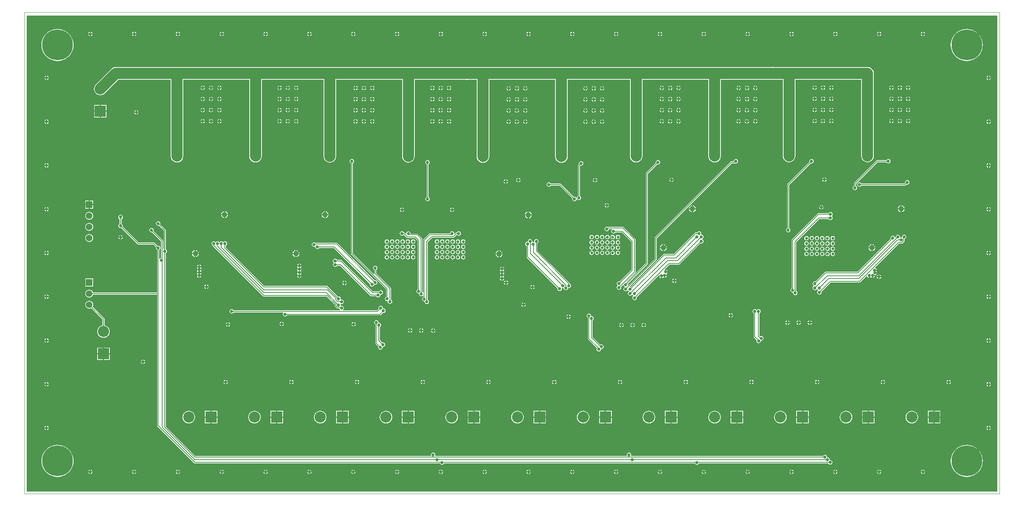
<source format=gbl>
%FSLAX44Y44*%
%MOMM*%
G71*
G01*
G75*
G04 Layer_Physical_Order=4*
G04 Layer_Color=16711680*
%ADD10O,2.1000X0.4500*%
%ADD11R,1.2000X1.3500*%
%ADD12R,0.8000X0.7000*%
%ADD13R,1.3500X1.2000*%
%ADD14R,0.7000X0.8000*%
%ADD15R,1.3000X0.8000*%
%ADD16R,2.8000X1.3500*%
%ADD17O,0.6000X1.8000*%
%ADD18R,7.4000X5.0000*%
%ADD19R,5.3500X8.5400*%
%ADD20R,0.8900X3.0600*%
%ADD21O,0.3500X1.5500*%
%ADD22R,1.3500X2.8000*%
%ADD23O,0.3500X2.2000*%
%ADD24O,0.6000X2.2000*%
%ADD25C,0.1524*%
%ADD26C,0.2540*%
%ADD27C,0.7620*%
%ADD28C,0.5080*%
%ADD29C,1.0160*%
%ADD30C,0.2032*%
%ADD31C,0.3048*%
%ADD32R,177.7702X1.3208*%
%ADD33C,0.1000*%
%ADD34R,2.5400X2.5400*%
%ADD35C,2.5400*%
%ADD36R,1.5000X1.5000*%
%ADD37C,1.5000*%
%ADD38R,2.5400X2.5400*%
%ADD39C,7.0000*%
%ADD40C,0.7000*%
%ADD41C,0.6600*%
%ADD42C,1.2700*%
G04:AMPARAMS|DCode=43|XSize=3.024mm|YSize=3.024mm|CornerRadius=0mm|HoleSize=0mm|Usage=FLASHONLY|Rotation=0.000|XOffset=0mm|YOffset=0mm|HoleType=Round|Shape=Relief|Width=0.254mm|Gap=0.254mm|Entries=4|*
%AMTHD43*
7,0,0,3.0240,2.5160,0.2540,45*
%
%ADD43THD43*%
%ADD44C,2.5160*%
%ADD45C,1.9160*%
G04:AMPARAMS|DCode=46|XSize=2.424mm|YSize=2.424mm|CornerRadius=0mm|HoleSize=0mm|Usage=FLASHONLY|Rotation=0.000|XOffset=0mm|YOffset=0mm|HoleType=Round|Shape=Relief|Width=0.254mm|Gap=0.254mm|Entries=4|*
%AMTHD46*
7,0,0,2.4240,1.9160,0.2540,45*
%
%ADD46THD46*%
%ADD47C,4.2160*%
G04:AMPARAMS|DCode=48|XSize=1.824mm|YSize=1.824mm|CornerRadius=0mm|HoleSize=0mm|Usage=FLASHONLY|Rotation=0.000|XOffset=0mm|YOffset=0mm|HoleType=Round|Shape=Relief|Width=0.254mm|Gap=0.254mm|Entries=4|*
%AMTHD48*
7,0,0,1.8240,1.3160,0.2540,45*
%
%ADD48THD48*%
%ADD49C,1.3160*%
%ADD50C,1.3460*%
G04:AMPARAMS|DCode=51|XSize=2.2352mm|YSize=2.2352mm|CornerRadius=0mm|HoleSize=0mm|Usage=FLASHONLY|Rotation=0.000|XOffset=0mm|YOffset=0mm|HoleType=Round|Shape=Relief|Width=0.254mm|Gap=0.254mm|Entries=4|*
%AMTHD51*
7,0,0,2.2352,1.7272,0.2540,45*
%
%ADD51THD51*%
%ADD52C,1.7272*%
%ADD53C,2.5400*%
G36*
X2219960Y5080D02*
X5080D01*
Y1092200D01*
X2219960D01*
Y5080D01*
D02*
G37*
%LPC*%
G36*
X850660Y556959D02*
X848778Y556584D01*
X847182Y555518D01*
X846116Y553922D01*
X845742Y552040D01*
X846116Y550158D01*
X847182Y548562D01*
X848778Y547496D01*
X850660Y547122D01*
X852542Y547496D01*
X854138Y548562D01*
X855204Y550158D01*
X855579Y552040D01*
X855204Y553922D01*
X854138Y555518D01*
X852542Y556584D01*
X850660Y556959D01*
D02*
G37*
G36*
X838660D02*
X836778Y556584D01*
X835182Y555518D01*
X834116Y553922D01*
X833742Y552040D01*
X834116Y550158D01*
X835182Y548562D01*
X836778Y547496D01*
X838660Y547122D01*
X840542Y547496D01*
X842138Y548562D01*
X843204Y550158D01*
X843578Y552040D01*
X843204Y553922D01*
X842138Y555518D01*
X840542Y556584D01*
X838660Y556959D01*
D02*
G37*
G36*
X874660D02*
X872778Y556584D01*
X871182Y555518D01*
X870116Y553922D01*
X869742Y552040D01*
X870116Y550158D01*
X871182Y548562D01*
X872778Y547496D01*
X874660Y547122D01*
X876542Y547496D01*
X878138Y548562D01*
X879204Y550158D01*
X879578Y552040D01*
X879204Y553922D01*
X878138Y555518D01*
X876542Y556584D01*
X874660Y556959D01*
D02*
G37*
G36*
X862660D02*
X860778Y556584D01*
X859182Y555518D01*
X858116Y553922D01*
X857741Y552040D01*
X858116Y550158D01*
X859182Y548562D01*
X860778Y547496D01*
X862660Y547122D01*
X864542Y547496D01*
X866138Y548562D01*
X867204Y550158D01*
X867579Y552040D01*
X867204Y553922D01*
X866138Y555518D01*
X864542Y556584D01*
X862660Y556959D01*
D02*
G37*
G36*
X826660D02*
X824778Y556584D01*
X823182Y555518D01*
X822116Y553922D01*
X821741Y552040D01*
X822116Y550158D01*
X823182Y548562D01*
X824778Y547496D01*
X826660Y547122D01*
X828542Y547496D01*
X830138Y548562D01*
X831204Y550158D01*
X831579Y552040D01*
X831204Y553922D01*
X830138Y555518D01*
X828542Y556584D01*
X826660Y556959D01*
D02*
G37*
G36*
X1330020Y555118D02*
X1328138Y554744D01*
X1326542Y553678D01*
X1325476Y552082D01*
X1325101Y550200D01*
X1325476Y548318D01*
X1326542Y546722D01*
X1328138Y545656D01*
X1330020Y545281D01*
X1331902Y545656D01*
X1333498Y546722D01*
X1334564Y548318D01*
X1334939Y550200D01*
X1334564Y552082D01*
X1333498Y553678D01*
X1331902Y554744D01*
X1330020Y555118D01*
D02*
G37*
G36*
X1318020D02*
X1316138Y554744D01*
X1314542Y553678D01*
X1313476Y552082D01*
X1313102Y550200D01*
X1313476Y548318D01*
X1314542Y546722D01*
X1316138Y545656D01*
X1318020Y545281D01*
X1319902Y545656D01*
X1321498Y546722D01*
X1322564Y548318D01*
X1322939Y550200D01*
X1322564Y552082D01*
X1321498Y553678D01*
X1319902Y554744D01*
X1318020Y555118D01*
D02*
G37*
G36*
X1354020D02*
X1352138Y554744D01*
X1350542Y553678D01*
X1349476Y552082D01*
X1349102Y550200D01*
X1349476Y548318D01*
X1350542Y546722D01*
X1352138Y545656D01*
X1354020Y545281D01*
X1355902Y545656D01*
X1357498Y546722D01*
X1358564Y548318D01*
X1358938Y550200D01*
X1358564Y552082D01*
X1357498Y553678D01*
X1355902Y554744D01*
X1354020Y555118D01*
D02*
G37*
G36*
X1342020D02*
X1340138Y554744D01*
X1338542Y553678D01*
X1337476Y552082D01*
X1337101Y550200D01*
X1337476Y548318D01*
X1338542Y546722D01*
X1340138Y545656D01*
X1342020Y545281D01*
X1343902Y545656D01*
X1345498Y546722D01*
X1346564Y548318D01*
X1346938Y550200D01*
X1346564Y552082D01*
X1345498Y553678D01*
X1343902Y554744D01*
X1342020Y555118D01*
D02*
G37*
G36*
X1000960Y556959D02*
X999078Y556584D01*
X997482Y555518D01*
X996416Y553922D01*
X996041Y552040D01*
X996416Y550158D01*
X997482Y548562D01*
X999078Y547496D01*
X1000960Y547122D01*
X1002842Y547496D01*
X1004438Y548562D01*
X1005504Y550158D01*
X1005879Y552040D01*
X1005504Y553922D01*
X1004438Y555518D01*
X1002842Y556584D01*
X1000960Y556959D01*
D02*
G37*
G36*
X988960D02*
X987078Y556584D01*
X985482Y555518D01*
X984416Y553922D01*
X984042Y552040D01*
X984416Y550158D01*
X985482Y548562D01*
X987078Y547496D01*
X988960Y547122D01*
X990842Y547496D01*
X992438Y548562D01*
X993504Y550158D01*
X993878Y552040D01*
X993504Y553922D01*
X992438Y555518D01*
X990842Y556584D01*
X988960Y556959D01*
D02*
G37*
G36*
X1084010Y555655D02*
Y549150D01*
X1090515D01*
X1090412Y549936D01*
X1089618Y551851D01*
X1088356Y553496D01*
X1086711Y554758D01*
X1084796Y555551D01*
X1084010Y555655D01*
D02*
G37*
G36*
X1081470D02*
X1080685Y555551D01*
X1078769Y554758D01*
X1077124Y553496D01*
X1075862Y551851D01*
X1075069Y549936D01*
X1074966Y549150D01*
X1081470D01*
Y555655D01*
D02*
G37*
G36*
X976960Y556959D02*
X975078Y556584D01*
X973482Y555518D01*
X972416Y553922D01*
X972041Y552040D01*
X972416Y550158D01*
X973482Y548562D01*
X975078Y547496D01*
X976960Y547122D01*
X978842Y547496D01*
X980438Y548562D01*
X981504Y550158D01*
X981879Y552040D01*
X981504Y553922D01*
X980438Y555518D01*
X978842Y556584D01*
X976960Y556959D01*
D02*
G37*
G36*
X940960D02*
X939078Y556584D01*
X937482Y555518D01*
X936416Y553922D01*
X936041Y552040D01*
X936416Y550158D01*
X937482Y548562D01*
X939078Y547496D01*
X940960Y547122D01*
X942842Y547496D01*
X944438Y548562D01*
X945504Y550158D01*
X945879Y552040D01*
X945504Y553922D01*
X944438Y555518D01*
X942842Y556584D01*
X940960Y556959D01*
D02*
G37*
G36*
X886660D02*
X884778Y556584D01*
X883182Y555518D01*
X882116Y553922D01*
X881741Y552040D01*
X882116Y550158D01*
X883182Y548562D01*
X884778Y547496D01*
X886660Y547122D01*
X888542Y547496D01*
X890138Y548562D01*
X891204Y550158D01*
X891579Y552040D01*
X891204Y553922D01*
X890138Y555518D01*
X888542Y556584D01*
X886660Y556959D01*
D02*
G37*
G36*
X964960D02*
X963078Y556584D01*
X961482Y555518D01*
X960416Y553922D01*
X960042Y552040D01*
X960416Y550158D01*
X961482Y548562D01*
X963078Y547496D01*
X964960Y547122D01*
X966842Y547496D01*
X968438Y548562D01*
X969504Y550158D01*
X969878Y552040D01*
X969504Y553922D01*
X968438Y555518D01*
X966842Y556584D01*
X964960Y556959D01*
D02*
G37*
G36*
X952960D02*
X951078Y556584D01*
X949482Y555518D01*
X948416Y553922D01*
X948042Y552040D01*
X948416Y550158D01*
X949482Y548562D01*
X951078Y547496D01*
X952960Y547122D01*
X954842Y547496D01*
X956438Y548562D01*
X957504Y550158D01*
X957878Y552040D01*
X957504Y553922D01*
X956438Y555518D01*
X954842Y556584D01*
X952960Y556959D01*
D02*
G37*
G36*
X1784240Y552579D02*
X1782358Y552204D01*
X1780762Y551138D01*
X1779696Y549542D01*
X1779321Y547660D01*
X1779696Y545778D01*
X1780762Y544182D01*
X1782358Y543116D01*
X1784240Y542742D01*
X1786122Y543116D01*
X1787718Y544182D01*
X1788784Y545778D01*
X1789158Y547660D01*
X1788784Y549542D01*
X1787718Y551138D01*
X1786122Y552204D01*
X1784240Y552579D01*
D02*
G37*
G36*
X397455Y547480D02*
X390950D01*
Y540975D01*
X391735Y541079D01*
X393651Y541872D01*
X395296Y543134D01*
X396558Y544779D01*
X397351Y546694D01*
X397455Y547480D01*
D02*
G37*
G36*
X1808240Y552579D02*
X1806358Y552204D01*
X1804762Y551138D01*
X1803696Y549542D01*
X1803322Y547660D01*
X1803696Y545778D01*
X1804762Y544182D01*
X1806358Y543116D01*
X1808240Y542742D01*
X1810122Y543116D01*
X1811718Y544182D01*
X1812784Y545778D01*
X1813159Y547660D01*
X1812784Y549542D01*
X1811718Y551138D01*
X1810122Y552204D01*
X1808240Y552579D01*
D02*
G37*
G36*
X1796240D02*
X1794358Y552204D01*
X1792762Y551138D01*
X1791696Y549542D01*
X1791322Y547660D01*
X1791696Y545778D01*
X1792762Y544182D01*
X1794358Y543116D01*
X1796240Y542742D01*
X1798122Y543116D01*
X1799718Y544182D01*
X1800784Y545778D01*
X1801158Y547660D01*
X1800784Y549542D01*
X1799718Y551138D01*
X1798122Y552204D01*
X1796240Y552579D01*
D02*
G37*
G36*
X388410Y547480D02*
X381905D01*
X382009Y546694D01*
X382802Y544779D01*
X384064Y543134D01*
X385709Y541872D01*
X387625Y541079D01*
X388410Y540975D01*
Y547480D01*
D02*
G37*
G36*
X1090515Y546610D02*
X1084010D01*
Y540105D01*
X1084796Y540209D01*
X1086711Y541002D01*
X1088356Y542264D01*
X1089618Y543909D01*
X1090412Y545825D01*
X1090515Y546610D01*
D02*
G37*
G36*
X1081470D02*
X1074966D01*
X1075069Y545825D01*
X1075862Y543909D01*
X1077124Y542264D01*
X1078769Y541002D01*
X1080685Y540209D01*
X1081470Y540105D01*
Y546610D01*
D02*
G37*
G36*
X626905Y547100D02*
X620400D01*
Y540595D01*
X621186Y540699D01*
X623101Y541492D01*
X624746Y542754D01*
X626008Y544399D01*
X626802Y546315D01*
X626905Y547100D01*
D02*
G37*
G36*
X617860D02*
X611356D01*
X611459Y546315D01*
X612252Y544399D01*
X613514Y542754D01*
X615159Y541492D01*
X617075Y540699D01*
X617860Y540595D01*
Y547100D01*
D02*
G37*
G36*
X2204870Y548730D02*
X2201270D01*
Y545130D01*
X2201960Y545267D01*
X2203622Y546378D01*
X2204733Y548040D01*
X2204870Y548730D01*
D02*
G37*
G36*
X2198730D02*
X2195130D01*
X2195267Y548040D01*
X2196378Y546378D01*
X2198040Y545267D01*
X2198730Y545130D01*
Y548730D01*
D02*
G37*
G36*
X1306020Y555118D02*
X1304138Y554744D01*
X1302542Y553678D01*
X1301476Y552082D01*
X1301102Y550200D01*
X1301476Y548318D01*
X1302542Y546722D01*
X1304138Y545656D01*
X1306020Y545281D01*
X1307902Y545656D01*
X1309498Y546722D01*
X1310564Y548318D01*
X1310939Y550200D01*
X1310564Y552082D01*
X1309498Y553678D01*
X1307902Y554744D01*
X1306020Y555118D01*
D02*
G37*
G36*
X1294020D02*
X1292138Y554744D01*
X1290542Y553678D01*
X1289476Y552082D01*
X1289102Y550200D01*
X1289476Y548318D01*
X1290542Y546722D01*
X1292138Y545656D01*
X1294020Y545281D01*
X1295902Y545656D01*
X1297498Y546722D01*
X1298564Y548318D01*
X1298938Y550200D01*
X1298564Y552082D01*
X1297498Y553678D01*
X1295902Y554744D01*
X1294020Y555118D01*
D02*
G37*
G36*
X54870Y548730D02*
X51270D01*
Y545130D01*
X51960Y545267D01*
X53622Y546378D01*
X54732Y548040D01*
X54870Y548730D01*
D02*
G37*
G36*
X1832240Y552579D02*
X1830358Y552204D01*
X1828762Y551138D01*
X1827696Y549542D01*
X1827321Y547660D01*
X1827696Y545778D01*
X1828762Y544182D01*
X1830358Y543116D01*
X1832240Y542742D01*
X1834122Y543116D01*
X1835718Y544182D01*
X1836784Y545778D01*
X1837159Y547660D01*
X1836784Y549542D01*
X1835718Y551138D01*
X1834122Y552204D01*
X1832240Y552579D01*
D02*
G37*
G36*
X1820240D02*
X1818358Y552204D01*
X1816762Y551138D01*
X1815696Y549542D01*
X1815322Y547660D01*
X1815696Y545778D01*
X1816762Y544182D01*
X1818358Y543116D01*
X1820240Y542742D01*
X1822122Y543116D01*
X1823718Y544182D01*
X1824784Y545778D01*
X1825159Y547660D01*
X1824784Y549542D01*
X1823718Y551138D01*
X1822122Y552204D01*
X1820240Y552579D01*
D02*
G37*
G36*
X48730Y548730D02*
X45130D01*
X45268Y548040D01*
X46378Y546378D01*
X48040Y545267D01*
X48730Y545130D01*
Y548730D01*
D02*
G37*
G36*
X1844240Y552579D02*
X1842358Y552204D01*
X1840762Y551138D01*
X1839696Y549542D01*
X1839321Y547660D01*
X1839696Y545778D01*
X1840762Y544182D01*
X1842358Y543116D01*
X1844240Y542742D01*
X1846122Y543116D01*
X1847718Y544182D01*
X1848784Y545778D01*
X1849158Y547660D01*
X1848784Y549542D01*
X1847718Y551138D01*
X1846122Y552204D01*
X1844240Y552579D01*
D02*
G37*
G36*
X826660Y568959D02*
X824778Y568584D01*
X823182Y567518D01*
X822116Y565922D01*
X821741Y564040D01*
X822116Y562158D01*
X823182Y560562D01*
X824778Y559496D01*
X826660Y559122D01*
X828542Y559496D01*
X830138Y560562D01*
X831204Y562158D01*
X831579Y564040D01*
X831204Y565922D01*
X830138Y567518D01*
X828542Y568584D01*
X826660Y568959D01*
D02*
G37*
G36*
X1354020Y567118D02*
X1352138Y566744D01*
X1350542Y565678D01*
X1349476Y564082D01*
X1349102Y562200D01*
X1349476Y560318D01*
X1350542Y558722D01*
X1352138Y557656D01*
X1354020Y557281D01*
X1355902Y557656D01*
X1357498Y558722D01*
X1358564Y560318D01*
X1358938Y562200D01*
X1358564Y564082D01*
X1357498Y565678D01*
X1355902Y566744D01*
X1354020Y567118D01*
D02*
G37*
G36*
X850660Y568959D02*
X848778Y568584D01*
X847182Y567518D01*
X846116Y565922D01*
X845742Y564040D01*
X846116Y562158D01*
X847182Y560562D01*
X848778Y559496D01*
X850660Y559122D01*
X852542Y559496D01*
X854138Y560562D01*
X855204Y562158D01*
X855579Y564040D01*
X855204Y565922D01*
X854138Y567518D01*
X852542Y568584D01*
X850660Y568959D01*
D02*
G37*
G36*
X838660D02*
X836778Y568584D01*
X835182Y567518D01*
X834116Y565922D01*
X833742Y564040D01*
X834116Y562158D01*
X835182Y560562D01*
X836778Y559496D01*
X838660Y559122D01*
X840542Y559496D01*
X842138Y560562D01*
X843204Y562158D01*
X843578Y564040D01*
X843204Y565922D01*
X842138Y567518D01*
X840542Y568584D01*
X838660Y568959D01*
D02*
G37*
G36*
X1342020Y567118D02*
X1340138Y566744D01*
X1338542Y565678D01*
X1337476Y564082D01*
X1337101Y562200D01*
X1337476Y560318D01*
X1338542Y558722D01*
X1340138Y557656D01*
X1342020Y557281D01*
X1343902Y557656D01*
X1345498Y558722D01*
X1346564Y560318D01*
X1346938Y562200D01*
X1346564Y564082D01*
X1345498Y565678D01*
X1343902Y566744D01*
X1342020Y567118D01*
D02*
G37*
G36*
X1306020D02*
X1304138Y566744D01*
X1302542Y565678D01*
X1301476Y564082D01*
X1301102Y562200D01*
X1301476Y560318D01*
X1302542Y558722D01*
X1304138Y557656D01*
X1306020Y557281D01*
X1307902Y557656D01*
X1309498Y558722D01*
X1310564Y560318D01*
X1310939Y562200D01*
X1310564Y564082D01*
X1309498Y565678D01*
X1307902Y566744D01*
X1306020Y567118D01*
D02*
G37*
G36*
X1294020D02*
X1292138Y566744D01*
X1290542Y565678D01*
X1289476Y564082D01*
X1289102Y562200D01*
X1289476Y560318D01*
X1290542Y558722D01*
X1292138Y557656D01*
X1294020Y557281D01*
X1295902Y557656D01*
X1297498Y558722D01*
X1298564Y560318D01*
X1298938Y562200D01*
X1298564Y564082D01*
X1297498Y565678D01*
X1295902Y566744D01*
X1294020Y567118D01*
D02*
G37*
G36*
X1330020D02*
X1328138Y566744D01*
X1326542Y565678D01*
X1325476Y564082D01*
X1325101Y562200D01*
X1325476Y560318D01*
X1326542Y558722D01*
X1328138Y557656D01*
X1330020Y557281D01*
X1331902Y557656D01*
X1333498Y558722D01*
X1334564Y560318D01*
X1334939Y562200D01*
X1334564Y564082D01*
X1333498Y565678D01*
X1331902Y566744D01*
X1330020Y567118D01*
D02*
G37*
G36*
X1318020D02*
X1316138Y566744D01*
X1314542Y565678D01*
X1313476Y564082D01*
X1313102Y562200D01*
X1313476Y560318D01*
X1314542Y558722D01*
X1316138Y557656D01*
X1318020Y557281D01*
X1319902Y557656D01*
X1321498Y558722D01*
X1322564Y560318D01*
X1322939Y562200D01*
X1322564Y564082D01*
X1321498Y565678D01*
X1319902Y566744D01*
X1318020Y567118D01*
D02*
G37*
G36*
X976960Y568959D02*
X975078Y568584D01*
X973482Y567518D01*
X972416Y565922D01*
X972041Y564040D01*
X972416Y562158D01*
X973482Y560562D01*
X975078Y559496D01*
X976960Y559122D01*
X978842Y559496D01*
X980438Y560562D01*
X981504Y562158D01*
X981879Y564040D01*
X981504Y565922D01*
X980438Y567518D01*
X978842Y568584D01*
X976960Y568959D01*
D02*
G37*
G36*
X964960D02*
X963078Y568584D01*
X961482Y567518D01*
X960416Y565922D01*
X960042Y564040D01*
X960416Y562158D01*
X961482Y560562D01*
X963078Y559496D01*
X964960Y559122D01*
X966842Y559496D01*
X968438Y560562D01*
X969504Y562158D01*
X969878Y564040D01*
X969504Y565922D01*
X968438Y567518D01*
X966842Y568584D01*
X964960Y568959D01*
D02*
G37*
G36*
X1000960D02*
X999078Y568584D01*
X997482Y567518D01*
X996416Y565922D01*
X996041Y564040D01*
X996416Y562158D01*
X997482Y560562D01*
X999078Y559496D01*
X1000960Y559122D01*
X1002842Y559496D01*
X1004438Y560562D01*
X1005504Y562158D01*
X1005879Y564040D01*
X1005504Y565922D01*
X1004438Y567518D01*
X1002842Y568584D01*
X1000960Y568959D01*
D02*
G37*
G36*
X988960D02*
X987078Y568584D01*
X985482Y567518D01*
X984416Y565922D01*
X984042Y564040D01*
X984416Y562158D01*
X985482Y560562D01*
X987078Y559496D01*
X988960Y559122D01*
X990842Y559496D01*
X992438Y560562D01*
X993504Y562158D01*
X993878Y564040D01*
X993504Y565922D01*
X992438Y567518D01*
X990842Y568584D01*
X988960Y568959D01*
D02*
G37*
G36*
X952960D02*
X951078Y568584D01*
X949482Y567518D01*
X948416Y565922D01*
X948042Y564040D01*
X948416Y562158D01*
X949482Y560562D01*
X951078Y559496D01*
X952960Y559122D01*
X954842Y559496D01*
X956438Y560562D01*
X957504Y562158D01*
X957878Y564040D01*
X957504Y565922D01*
X956438Y567518D01*
X954842Y568584D01*
X952960Y568959D01*
D02*
G37*
G36*
X874660D02*
X872778Y568584D01*
X871182Y567518D01*
X870116Y565922D01*
X869742Y564040D01*
X870116Y562158D01*
X871182Y560562D01*
X872778Y559496D01*
X874660Y559122D01*
X876542Y559496D01*
X878138Y560562D01*
X879204Y562158D01*
X879578Y564040D01*
X879204Y565922D01*
X878138Y567518D01*
X876542Y568584D01*
X874660Y568959D01*
D02*
G37*
G36*
X862660D02*
X860778Y568584D01*
X859182Y567518D01*
X858116Y565922D01*
X857741Y564040D01*
X858116Y562158D01*
X859182Y560562D01*
X860778Y559496D01*
X862660Y559122D01*
X864542Y559496D01*
X866138Y560562D01*
X867204Y562158D01*
X867579Y564040D01*
X867204Y565922D01*
X866138Y567518D01*
X864542Y568584D01*
X862660Y568959D01*
D02*
G37*
G36*
X940960D02*
X939078Y568584D01*
X937482Y567518D01*
X936416Y565922D01*
X936041Y564040D01*
X936416Y562158D01*
X937482Y560562D01*
X939078Y559496D01*
X940960Y559122D01*
X942842Y559496D01*
X944438Y560562D01*
X945504Y562158D01*
X945879Y564040D01*
X945504Y565922D01*
X944438Y567518D01*
X942842Y568584D01*
X940960Y568959D01*
D02*
G37*
G36*
X886660D02*
X884778Y568584D01*
X883182Y567518D01*
X882116Y565922D01*
X881741Y564040D01*
X882116Y562158D01*
X883182Y560562D01*
X884778Y559496D01*
X886660Y559122D01*
X888542Y559496D01*
X890138Y560562D01*
X891204Y562158D01*
X891579Y564040D01*
X891204Y565922D01*
X890138Y567518D01*
X888542Y568584D01*
X886660Y568959D01*
D02*
G37*
G36*
X2198730Y554870D02*
X2198040Y554733D01*
X2196378Y553622D01*
X2195267Y551960D01*
X2195130Y551270D01*
X2198730D01*
Y554870D01*
D02*
G37*
G36*
X51270D02*
Y551270D01*
X54870D01*
X54732Y551960D01*
X53622Y553622D01*
X51960Y554733D01*
X51270Y554870D01*
D02*
G37*
G36*
X1456100Y560580D02*
X1449595D01*
X1449698Y559794D01*
X1450492Y557879D01*
X1451754Y556234D01*
X1453399Y554972D01*
X1455314Y554178D01*
X1456100Y554075D01*
Y560580D01*
D02*
G37*
G36*
X2201270Y554870D02*
Y551270D01*
X2204870D01*
X2204733Y551960D01*
X2203622Y553622D01*
X2201960Y554733D01*
X2201270Y554870D01*
D02*
G37*
G36*
X48730D02*
X48040Y554733D01*
X46378Y553622D01*
X45268Y551960D01*
X45130Y551270D01*
X48730D01*
Y554870D01*
D02*
G37*
G36*
X620400Y556145D02*
Y549640D01*
X626905D01*
X626802Y550426D01*
X626008Y552341D01*
X624746Y553986D01*
X623101Y555248D01*
X621186Y556041D01*
X620400Y556145D01*
D02*
G37*
G36*
X617860D02*
X617075Y556041D01*
X615159Y555248D01*
X613514Y553986D01*
X612252Y552341D01*
X611459Y550426D01*
X611356Y549640D01*
X617860D01*
Y556145D01*
D02*
G37*
G36*
X390950Y556525D02*
Y550020D01*
X397455D01*
X397351Y550806D01*
X396558Y552721D01*
X395296Y554366D01*
X393651Y555628D01*
X391735Y556421D01*
X390950Y556525D01*
D02*
G37*
G36*
X388410D02*
X387625Y556421D01*
X385709Y555628D01*
X384064Y554366D01*
X382802Y552721D01*
X382009Y550806D01*
X381905Y550020D01*
X388410D01*
Y556525D01*
D02*
G37*
G36*
X1820240Y564579D02*
X1818358Y564204D01*
X1816762Y563138D01*
X1815696Y561542D01*
X1815322Y559660D01*
X1815696Y557778D01*
X1816762Y556182D01*
X1818358Y555116D01*
X1820240Y554742D01*
X1822122Y555116D01*
X1823718Y556182D01*
X1824784Y557778D01*
X1825159Y559660D01*
X1824784Y561542D01*
X1823718Y563138D01*
X1822122Y564204D01*
X1820240Y564579D01*
D02*
G37*
G36*
X1808240D02*
X1806358Y564204D01*
X1804762Y563138D01*
X1803696Y561542D01*
X1803322Y559660D01*
X1803696Y557778D01*
X1804762Y556182D01*
X1806358Y555116D01*
X1808240Y554742D01*
X1810122Y555116D01*
X1811718Y556182D01*
X1812784Y557778D01*
X1813159Y559660D01*
X1812784Y561542D01*
X1811718Y563138D01*
X1810122Y564204D01*
X1808240Y564579D01*
D02*
G37*
G36*
X1844240D02*
X1842358Y564204D01*
X1840762Y563138D01*
X1839696Y561542D01*
X1839321Y559660D01*
X1839696Y557778D01*
X1840762Y556182D01*
X1842358Y555116D01*
X1844240Y554742D01*
X1846122Y555116D01*
X1847718Y556182D01*
X1848784Y557778D01*
X1849158Y559660D01*
X1848784Y561542D01*
X1847718Y563138D01*
X1846122Y564204D01*
X1844240Y564579D01*
D02*
G37*
G36*
X1832240D02*
X1830358Y564204D01*
X1828762Y563138D01*
X1827696Y561542D01*
X1827321Y559660D01*
X1827696Y557778D01*
X1828762Y556182D01*
X1830358Y555116D01*
X1832240Y554742D01*
X1834122Y555116D01*
X1835718Y556182D01*
X1836784Y557778D01*
X1837159Y559660D01*
X1836784Y561542D01*
X1835718Y563138D01*
X1834122Y564204D01*
X1832240Y564579D01*
D02*
G37*
G36*
X1796240D02*
X1794358Y564204D01*
X1792762Y563138D01*
X1791696Y561542D01*
X1791322Y559660D01*
X1791696Y557778D01*
X1792762Y556182D01*
X1794358Y555116D01*
X1796240Y554742D01*
X1798122Y555116D01*
X1799718Y556182D01*
X1800784Y557778D01*
X1801158Y559660D01*
X1800784Y561542D01*
X1799718Y563138D01*
X1798122Y564204D01*
X1796240Y564579D01*
D02*
G37*
G36*
X1932370Y560580D02*
X1925865D01*
X1925969Y559795D01*
X1926762Y557879D01*
X1928024Y556234D01*
X1929669Y554972D01*
X1931585Y554179D01*
X1932370Y554075D01*
Y560580D01*
D02*
G37*
G36*
X1465145Y560580D02*
X1458640D01*
Y554075D01*
X1459425Y554178D01*
X1461341Y554972D01*
X1462986Y556234D01*
X1464248Y557879D01*
X1465041Y559794D01*
X1465145Y560580D01*
D02*
G37*
G36*
X1784240Y564579D02*
X1782358Y564204D01*
X1780762Y563138D01*
X1779696Y561542D01*
X1779321Y559660D01*
X1779696Y557778D01*
X1780762Y556182D01*
X1782358Y555116D01*
X1784240Y554742D01*
X1786122Y555116D01*
X1787718Y556182D01*
X1788784Y557778D01*
X1789158Y559660D01*
X1788784Y561542D01*
X1787718Y563138D01*
X1786122Y564204D01*
X1784240Y564579D01*
D02*
G37*
G36*
X1941415Y560580D02*
X1934910D01*
Y554075D01*
X1935696Y554179D01*
X1937611Y554972D01*
X1939256Y556234D01*
X1940518Y557879D01*
X1941312Y559795D01*
X1941415Y560580D01*
D02*
G37*
G36*
X1487640Y485094D02*
X1484040D01*
Y481494D01*
X1484730Y481631D01*
X1486392Y482742D01*
X1487502Y484404D01*
X1487640Y485094D01*
D02*
G37*
G36*
X1481500D02*
X1477900D01*
X1478037Y484404D01*
X1479148Y482742D01*
X1480810Y481631D01*
X1481500Y481494D01*
Y485094D01*
D02*
G37*
G36*
X731310Y486590D02*
Y482990D01*
X734910D01*
X734772Y483681D01*
X733662Y485342D01*
X732000Y486453D01*
X731310Y486590D01*
D02*
G37*
G36*
X728770D02*
X728080Y486453D01*
X726418Y485342D01*
X725307Y483681D01*
X725170Y482990D01*
X728770D01*
Y486590D01*
D02*
G37*
G36*
X660405Y574077D02*
X658445Y573687D01*
X656783Y572577D01*
X655673Y570915D01*
X655283Y568955D01*
X655673Y566994D01*
X656783Y565332D01*
X658445Y564222D01*
X660405Y563832D01*
X662366Y564222D01*
X662376Y564229D01*
X662898Y563880D01*
X663288Y561920D01*
X664398Y560258D01*
X666060Y559147D01*
X668020Y558758D01*
X669980Y559147D01*
X671642Y560258D01*
X672505Y561549D01*
X706070D01*
X788119Y479501D01*
X787815Y477978D01*
X788205Y476018D01*
X789316Y474356D01*
X790978Y473245D01*
X792938Y472855D01*
X794898Y473245D01*
X796560Y474356D01*
X797670Y476018D01*
X797867Y477006D01*
X798923Y477712D01*
X800100Y477478D01*
X802060Y477868D01*
X803722Y478978D01*
X804833Y480640D01*
X805222Y482600D01*
X804833Y484560D01*
X803722Y486222D01*
X802060Y487332D01*
X800100Y487722D01*
X798577Y487420D01*
X713968Y572028D01*
X713212Y572533D01*
X712320Y572711D01*
X663827D01*
X662366Y573687D01*
X660405Y574077D01*
D02*
G37*
G36*
X734910Y480450D02*
X731310D01*
Y476851D01*
X732000Y476988D01*
X733662Y478098D01*
X734772Y479760D01*
X734910Y480450D01*
D02*
G37*
G36*
X728770D02*
X725170D01*
X725307Y479760D01*
X726418Y478098D01*
X728080Y476988D01*
X728770Y476851D01*
Y480450D01*
D02*
G37*
G36*
X1103514Y480620D02*
X1099914D01*
Y477020D01*
X1100605Y477158D01*
X1102266Y478268D01*
X1103377Y479930D01*
X1103514Y480620D01*
D02*
G37*
G36*
X1097374D02*
X1093774D01*
X1093912Y479930D01*
X1095022Y478268D01*
X1096684Y477158D01*
X1097374Y477020D01*
Y480620D01*
D02*
G37*
G36*
X1948274Y494590D02*
X1944675D01*
X1944812Y493900D01*
X1945922Y492238D01*
X1947584Y491128D01*
X1948274Y490990D01*
Y494590D01*
D02*
G37*
G36*
X1484040Y491234D02*
Y487634D01*
X1487640D01*
X1487502Y488324D01*
X1486392Y489986D01*
X1484730Y491096D01*
X1484040Y491234D01*
D02*
G37*
G36*
X1451864Y496218D02*
X1448264D01*
X1448401Y495528D01*
X1449512Y493866D01*
X1451174Y492756D01*
X1451864Y492618D01*
Y496218D01*
D02*
G37*
G36*
X1954414Y494590D02*
X1950814D01*
Y490990D01*
X1951505Y491128D01*
X1953166Y492238D01*
X1954277Y493900D01*
X1954414Y494590D01*
D02*
G37*
G36*
X1481500Y491234D02*
X1480810Y491096D01*
X1479148Y489986D01*
X1478037Y488324D01*
X1477900Y487634D01*
X1481500D01*
Y491234D01*
D02*
G37*
G36*
X1099914Y486760D02*
Y483160D01*
X1103514D01*
X1103377Y483851D01*
X1102266Y485512D01*
X1100605Y486623D01*
X1099914Y486760D01*
D02*
G37*
G36*
X1097374D02*
X1096684Y486623D01*
X1095022Y485512D01*
X1093912Y483851D01*
X1093774Y483160D01*
X1097374D01*
Y486760D01*
D02*
G37*
G36*
X1094120Y490220D02*
X1090520D01*
Y486620D01*
X1091210Y486758D01*
X1092872Y487868D01*
X1093982Y489530D01*
X1094120Y490220D01*
D02*
G37*
G36*
X1087980D02*
X1084380D01*
X1084518Y489530D01*
X1085628Y487868D01*
X1087290Y486758D01*
X1087980Y486620D01*
Y490220D01*
D02*
G37*
G36*
X2201270Y454870D02*
Y451270D01*
X2204870D01*
X2204733Y451960D01*
X2203622Y453622D01*
X2201960Y454733D01*
X2201270Y454870D01*
D02*
G37*
G36*
X2198730D02*
X2198040Y454733D01*
X2196378Y453622D01*
X2195267Y451960D01*
X2195130Y451270D01*
X2198730D01*
Y454870D01*
D02*
G37*
G36*
X219000Y637142D02*
X217040Y636753D01*
X215378Y635642D01*
X214268Y633980D01*
X213878Y632020D01*
X214268Y630060D01*
X215378Y628398D01*
X216669Y627535D01*
Y616585D01*
X215378Y615722D01*
X214268Y614060D01*
X213878Y612100D01*
X214268Y610140D01*
X215378Y608478D01*
X217040Y607368D01*
X219000Y606978D01*
X220523Y607281D01*
X257952Y569852D01*
X258708Y569347D01*
X259600Y569169D01*
X293675D01*
X299981Y562863D01*
X299678Y561340D01*
X300068Y559380D01*
X301178Y557718D01*
X302469Y556855D01*
Y459531D01*
X156115D01*
X156112Y459556D01*
X155202Y461751D01*
X153756Y463636D01*
X151871Y465082D01*
X149676Y465992D01*
X147320Y466302D01*
X144964Y465992D01*
X142769Y465082D01*
X140884Y463636D01*
X139438Y461751D01*
X138528Y459556D01*
X138218Y457200D01*
X138528Y454844D01*
X139438Y452649D01*
X140884Y450764D01*
X142769Y449318D01*
X144964Y448408D01*
X147320Y448098D01*
X149676Y448408D01*
X151871Y449318D01*
X153756Y450764D01*
X155202Y452649D01*
X156112Y454844D01*
X156115Y454869D01*
X302469D01*
Y155433D01*
X302647Y154541D01*
X303152Y153785D01*
X386972Y69964D01*
X387728Y69459D01*
X388620Y69282D01*
X947743D01*
X947767Y69160D01*
X948878Y67498D01*
X950540Y66388D01*
X952500Y65998D01*
X954460Y66388D01*
X956122Y67498D01*
X957233Y69160D01*
X957257Y69282D01*
X1529403D01*
X1529427Y69160D01*
X1530538Y67498D01*
X1532200Y66388D01*
X1534160Y65998D01*
X1536120Y66388D01*
X1537782Y67498D01*
X1538893Y69160D01*
X1538917Y69282D01*
X1833983D01*
X1834845Y67990D01*
X1836507Y66880D01*
X1838468Y66490D01*
X1840428Y66880D01*
X1842090Y67990D01*
X1843200Y69652D01*
X1843590Y71613D01*
X1843200Y73573D01*
X1842090Y75235D01*
X1840428Y76345D01*
X1838468Y76735D01*
X1838268Y76695D01*
X1837370Y77593D01*
X1837410Y77793D01*
X1837020Y79753D01*
X1835909Y81415D01*
X1834248Y82525D01*
X1832287Y82915D01*
X1832279Y82913D01*
X1831381Y83811D01*
X1831382Y83820D01*
X1830992Y85780D01*
X1829882Y87442D01*
X1828220Y88553D01*
X1826260Y88942D01*
X1824300Y88553D01*
X1822638Y87442D01*
X1821775Y86151D01*
X1384796D01*
X1383991Y87133D01*
X1384342Y88900D01*
X1383952Y90860D01*
X1382842Y92522D01*
X1381180Y93632D01*
X1379220Y94022D01*
X1377260Y93632D01*
X1375598Y92522D01*
X1374487Y90860D01*
X1374098Y88900D01*
X1374449Y87133D01*
X1373643Y86151D01*
X937757D01*
X936951Y87133D01*
X937302Y88900D01*
X936913Y90860D01*
X935802Y92522D01*
X934140Y93632D01*
X932180Y94022D01*
X930220Y93632D01*
X928558Y92522D01*
X927448Y90860D01*
X927058Y88900D01*
X927409Y87133D01*
X926603Y86151D01*
X389585D01*
X322371Y153365D01*
Y549235D01*
X323662Y550098D01*
X324772Y551760D01*
X325162Y553720D01*
X324772Y555680D01*
X323662Y557342D01*
X322371Y558205D01*
Y601980D01*
X322193Y602872D01*
X321688Y603628D01*
X309619Y615697D01*
X309922Y617220D01*
X309533Y619180D01*
X308422Y620842D01*
X306760Y621953D01*
X304800Y622342D01*
X302840Y621953D01*
X301178Y620842D01*
X300068Y619180D01*
X299678Y617220D01*
X300068Y615260D01*
X301178Y613598D01*
X302840Y612487D01*
X304800Y612098D01*
X306323Y612401D01*
X317709Y601015D01*
Y559145D01*
X316620Y558492D01*
X316343Y558639D01*
Y577527D01*
X316166Y578419D01*
X315661Y579175D01*
X294379Y600457D01*
X294682Y601980D01*
X294293Y603940D01*
X293182Y605602D01*
X291520Y606712D01*
X289560Y607102D01*
X287600Y606712D01*
X285938Y605602D01*
X284827Y603940D01*
X284438Y601980D01*
X284827Y600020D01*
X285938Y598358D01*
X287600Y597248D01*
X289560Y596858D01*
X291083Y597161D01*
X311682Y576562D01*
Y538376D01*
X310460Y538133D01*
X308798Y537022D01*
X308346Y536346D01*
X307131Y536715D01*
Y556855D01*
X308422Y557718D01*
X309533Y559380D01*
X309922Y561340D01*
X309533Y563300D01*
X308422Y564962D01*
X306760Y566073D01*
X304800Y566462D01*
X303277Y566159D01*
X296288Y573148D01*
X295532Y573653D01*
X294640Y573831D01*
X260565D01*
X223819Y610577D01*
X224122Y612100D01*
X223732Y614060D01*
X222622Y615722D01*
X221331Y616585D01*
Y627535D01*
X222622Y628398D01*
X223732Y630060D01*
X224122Y632020D01*
X223732Y633980D01*
X222622Y635642D01*
X220960Y636753D01*
X219000Y637142D01*
D02*
G37*
G36*
X708660Y536886D02*
X706700Y536497D01*
X705038Y535386D01*
X703928Y533724D01*
X703538Y531764D01*
X703928Y529804D01*
X705038Y528142D01*
X705045Y528137D01*
Y526867D01*
X705038Y526862D01*
X703928Y525200D01*
X703538Y523240D01*
X703928Y521280D01*
X705038Y519618D01*
X706700Y518507D01*
X708660Y518118D01*
X710620Y518507D01*
X712282Y519618D01*
X713145Y520909D01*
X720395D01*
X789239Y452065D01*
X789995Y451559D01*
X790143Y451530D01*
X790887Y451382D01*
X802288D01*
X803150Y450090D01*
X804812Y448980D01*
X806773Y448590D01*
X808733Y448980D01*
X810395Y450090D01*
X811505Y451752D01*
X811895Y453713D01*
X811893Y453721D01*
X812791Y454619D01*
X812800Y454618D01*
X814760Y455008D01*
X816422Y456118D01*
X817533Y457780D01*
X817922Y459740D01*
X817533Y461700D01*
X816422Y463362D01*
X814760Y464473D01*
X812800Y464862D01*
X810840Y464473D01*
X809178Y463362D01*
X808315Y462071D01*
X795018D01*
X723677Y533412D01*
X722920Y533917D01*
X722028Y534095D01*
X713145D01*
X712282Y535386D01*
X710620Y536497D01*
X708660Y536886D01*
D02*
G37*
G36*
X51270Y454870D02*
Y451270D01*
X54870D01*
X54732Y451960D01*
X53622Y453622D01*
X51960Y454733D01*
X51270Y454870D01*
D02*
G37*
G36*
X2198730Y448730D02*
X2195130D01*
X2195267Y448040D01*
X2196378Y446378D01*
X2198040Y445267D01*
X2198730Y445130D01*
Y448730D01*
D02*
G37*
G36*
X54870D02*
X51270D01*
Y445130D01*
X51960Y445267D01*
X53622Y446378D01*
X54732Y448040D01*
X54870Y448730D01*
D02*
G37*
G36*
X48730Y454870D02*
X48040Y454733D01*
X46378Y453622D01*
X45268Y451960D01*
X45130Y451270D01*
X48730D01*
Y454870D01*
D02*
G37*
G36*
X2204870Y448730D02*
X2201270D01*
Y445130D01*
X2201960Y445267D01*
X2203622Y446378D01*
X2204733Y448040D01*
X2204870Y448730D01*
D02*
G37*
G36*
X156344Y491624D02*
X138296D01*
Y473576D01*
X156344D01*
Y491624D01*
D02*
G37*
G36*
X1160210Y476791D02*
Y473191D01*
X1163810D01*
X1163673Y473881D01*
X1162562Y475543D01*
X1160900Y476653D01*
X1160210Y476791D01*
D02*
G37*
G36*
X416350Y477474D02*
Y473874D01*
X419950D01*
X419813Y474565D01*
X418702Y476227D01*
X417040Y477337D01*
X416350Y477474D01*
D02*
G37*
G36*
X413810D02*
X413120Y477337D01*
X411458Y476227D01*
X410348Y474565D01*
X410210Y473874D01*
X413810D01*
Y477474D01*
D02*
G37*
G36*
X1157670Y476791D02*
X1156980Y476653D01*
X1155318Y475543D01*
X1154208Y473881D01*
X1154070Y473191D01*
X1157670D01*
Y476791D01*
D02*
G37*
G36*
X1163810Y470651D02*
X1160210D01*
Y467051D01*
X1160900Y467188D01*
X1162562Y468299D01*
X1163673Y469961D01*
X1163810Y470651D01*
D02*
G37*
G36*
X1157670D02*
X1154070D01*
X1154208Y469961D01*
X1155318Y468299D01*
X1156980Y467188D01*
X1157670Y467051D01*
Y470651D01*
D02*
G37*
G36*
X419950Y471334D02*
X416350D01*
Y467735D01*
X417040Y467872D01*
X418702Y468982D01*
X419813Y470644D01*
X419950Y471334D01*
D02*
G37*
G36*
X413810D02*
X410210D01*
X410348Y470644D01*
X411458Y468982D01*
X413120Y467872D01*
X413810Y467735D01*
Y471334D01*
D02*
G37*
G36*
X826660Y544958D02*
X824778Y544584D01*
X823182Y543518D01*
X822116Y541922D01*
X821741Y540040D01*
X822116Y538158D01*
X823182Y536562D01*
X824778Y535496D01*
X826660Y535121D01*
X828542Y535496D01*
X830138Y536562D01*
X831204Y538158D01*
X831579Y540040D01*
X831204Y541922D01*
X830138Y543518D01*
X828542Y544584D01*
X826660Y544958D01*
D02*
G37*
G36*
X628176Y525570D02*
Y521970D01*
X631776D01*
X631638Y522660D01*
X630528Y524322D01*
X628866Y525433D01*
X628176Y525570D01*
D02*
G37*
G36*
X850660Y544958D02*
X848778Y544584D01*
X847182Y543518D01*
X846116Y541922D01*
X845742Y540040D01*
X846116Y538158D01*
X847182Y536562D01*
X848778Y535496D01*
X850660Y535121D01*
X852542Y535496D01*
X854138Y536562D01*
X855204Y538158D01*
X855579Y540040D01*
X855204Y541922D01*
X854138Y543518D01*
X852542Y544584D01*
X850660Y544958D01*
D02*
G37*
G36*
X838660D02*
X836778Y544584D01*
X835182Y543518D01*
X834116Y541922D01*
X833742Y540040D01*
X834116Y538158D01*
X835182Y536562D01*
X836778Y535496D01*
X838660Y535121D01*
X840542Y535496D01*
X842138Y536562D01*
X843204Y538158D01*
X843578Y540040D01*
X843204Y541922D01*
X842138Y543518D01*
X840542Y544584D01*
X838660Y544958D01*
D02*
G37*
G36*
X625636Y525570D02*
X624946Y525433D01*
X623284Y524322D01*
X622174Y522660D01*
X622036Y521970D01*
X625636D01*
Y525570D01*
D02*
G37*
G36*
X1090774Y518458D02*
Y514858D01*
X1094374D01*
X1094237Y515548D01*
X1093126Y517210D01*
X1091464Y518321D01*
X1090774Y518458D01*
D02*
G37*
G36*
X1088234D02*
X1087544Y518321D01*
X1085882Y517210D01*
X1084771Y515548D01*
X1084634Y514858D01*
X1088234D01*
Y518458D01*
D02*
G37*
G36*
X399640Y523284D02*
Y519684D01*
X403240D01*
X403102Y520374D01*
X401992Y522036D01*
X400330Y523147D01*
X399640Y523284D01*
D02*
G37*
G36*
X397100D02*
X396410Y523147D01*
X394748Y522036D01*
X393638Y520374D01*
X393500Y519684D01*
X397100D01*
Y523284D01*
D02*
G37*
G36*
X976960Y544958D02*
X975078Y544584D01*
X973482Y543518D01*
X972416Y541922D01*
X972041Y540040D01*
X972416Y538158D01*
X973482Y536562D01*
X975078Y535496D01*
X976960Y535121D01*
X978842Y535496D01*
X980438Y536562D01*
X981504Y538158D01*
X981879Y540040D01*
X981504Y541922D01*
X980438Y543518D01*
X978842Y544584D01*
X976960Y544958D01*
D02*
G37*
G36*
X964960D02*
X963078Y544584D01*
X961482Y543518D01*
X960416Y541922D01*
X960042Y540040D01*
X960416Y538158D01*
X961482Y536562D01*
X963078Y535496D01*
X964960Y535121D01*
X966842Y535496D01*
X968438Y536562D01*
X969504Y538158D01*
X969878Y540040D01*
X969504Y541922D01*
X968438Y543518D01*
X966842Y544584D01*
X964960Y544958D01*
D02*
G37*
G36*
X1000960D02*
X999078Y544584D01*
X997482Y543518D01*
X996416Y541922D01*
X996041Y540040D01*
X996416Y538158D01*
X997482Y536562D01*
X999078Y535496D01*
X1000960Y535121D01*
X1002842Y535496D01*
X1004438Y536562D01*
X1005504Y538158D01*
X1005879Y540040D01*
X1005504Y541922D01*
X1004438Y543518D01*
X1002842Y544584D01*
X1000960Y544958D01*
D02*
G37*
G36*
X988960D02*
X987078Y544584D01*
X985482Y543518D01*
X984416Y541922D01*
X984042Y540040D01*
X984416Y538158D01*
X985482Y536562D01*
X987078Y535496D01*
X988960Y535121D01*
X990842Y535496D01*
X992438Y536562D01*
X993504Y538158D01*
X993878Y540040D01*
X993504Y541922D01*
X992438Y543518D01*
X990842Y544584D01*
X988960Y544958D01*
D02*
G37*
G36*
X952960D02*
X951078Y544584D01*
X949482Y543518D01*
X948416Y541922D01*
X948042Y540040D01*
X948416Y538158D01*
X949482Y536562D01*
X951078Y535496D01*
X952960Y535121D01*
X954842Y535496D01*
X956438Y536562D01*
X957504Y538158D01*
X957878Y540040D01*
X957504Y541922D01*
X956438Y543518D01*
X954842Y544584D01*
X952960Y544958D01*
D02*
G37*
G36*
X874660D02*
X872778Y544584D01*
X871182Y543518D01*
X870116Y541922D01*
X869742Y540040D01*
X870116Y538158D01*
X871182Y536562D01*
X872778Y535496D01*
X874660Y535121D01*
X876542Y535496D01*
X878138Y536562D01*
X879204Y538158D01*
X879578Y540040D01*
X879204Y541922D01*
X878138Y543518D01*
X876542Y544584D01*
X874660Y544958D01*
D02*
G37*
G36*
X862660D02*
X860778Y544584D01*
X859182Y543518D01*
X858116Y541922D01*
X857741Y540040D01*
X858116Y538158D01*
X859182Y536562D01*
X860778Y535496D01*
X862660Y535121D01*
X864542Y535496D01*
X866138Y536562D01*
X867204Y538158D01*
X867579Y540040D01*
X867204Y541922D01*
X866138Y543518D01*
X864542Y544584D01*
X862660Y544958D01*
D02*
G37*
G36*
X940960D02*
X939078Y544584D01*
X937482Y543518D01*
X936416Y541922D01*
X936041Y540040D01*
X936416Y538158D01*
X937482Y536562D01*
X939078Y535496D01*
X940960Y535121D01*
X942842Y535496D01*
X944438Y536562D01*
X945504Y538158D01*
X945879Y540040D01*
X945504Y541922D01*
X944438Y543518D01*
X942842Y544584D01*
X940960Y544958D01*
D02*
G37*
G36*
X886660D02*
X884778Y544584D01*
X883182Y543518D01*
X882116Y541922D01*
X881741Y540040D01*
X882116Y538158D01*
X883182Y536562D01*
X884778Y535496D01*
X886660Y535121D01*
X888542Y535496D01*
X890138Y536562D01*
X891204Y538158D01*
X891579Y540040D01*
X891204Y541922D01*
X890138Y543518D01*
X888542Y544584D01*
X886660Y544958D01*
D02*
G37*
G36*
X402986Y497332D02*
X399386D01*
Y493732D01*
X400076Y493870D01*
X401738Y494980D01*
X402849Y496642D01*
X402986Y497332D01*
D02*
G37*
G36*
X396846D02*
X393246D01*
X393383Y496642D01*
X394494Y494980D01*
X396156Y493870D01*
X396846Y493732D01*
Y497332D01*
D02*
G37*
G36*
X1950814Y500730D02*
Y497130D01*
X1954414D01*
X1954277Y497821D01*
X1953166Y499482D01*
X1951505Y500593D01*
X1950814Y500730D01*
D02*
G37*
G36*
X1948274D02*
X1947584Y500593D01*
X1945922Y499482D01*
X1944812Y497821D01*
X1944675Y497130D01*
X1948274D01*
Y500730D01*
D02*
G37*
G36*
X1940096Y496980D02*
X1936496D01*
Y493380D01*
X1937186Y493517D01*
X1938848Y494628D01*
X1939958Y496290D01*
X1940096Y496980D01*
D02*
G37*
G36*
X625446Y496570D02*
X621846D01*
X621983Y495880D01*
X623094Y494218D01*
X624756Y493107D01*
X625446Y492970D01*
Y496570D01*
D02*
G37*
G36*
X1094374Y498094D02*
X1084634D01*
X1084771Y497404D01*
X1085882Y495742D01*
X1085882Y495742D01*
X1085628Y495112D01*
X1085628Y495112D01*
X1085628D01*
X1084518Y493450D01*
X1084380Y492760D01*
X1094120D01*
X1093982Y493450D01*
X1092872Y495112D01*
Y495112D01*
D01*
X1093126Y495742D01*
X1093126Y495742D01*
X1093126D01*
X1094237Y497404D01*
X1094374Y498094D01*
D02*
G37*
G36*
X1465116Y496980D02*
X1461516D01*
Y493380D01*
X1462206Y493517D01*
X1463868Y494628D01*
X1464978Y496290D01*
X1465116Y496980D01*
D02*
G37*
G36*
X631586Y496570D02*
X627986D01*
Y492970D01*
X628676Y493107D01*
X630338Y494218D01*
X631449Y495880D01*
X631586Y496570D01*
D02*
G37*
G36*
X1463900Y511854D02*
Y508254D01*
X1467500D01*
X1467363Y508944D01*
X1466252Y510606D01*
X1464590Y511716D01*
X1463900Y511854D01*
D02*
G37*
G36*
X1094374Y512318D02*
X1084634D01*
X1084771Y511628D01*
X1085838Y510032D01*
X1084771Y508436D01*
X1084634Y507746D01*
X1094374D01*
X1094237Y508436D01*
X1093170Y510032D01*
X1094237Y511628D01*
X1094374Y512318D01*
D02*
G37*
G36*
X631776Y519430D02*
X622036D01*
X622174Y518740D01*
X623284Y517078D01*
Y516702D01*
X622174Y515040D01*
X622036Y514350D01*
X631776D01*
X631638Y515040D01*
X630528Y516702D01*
Y517078D01*
X631638Y518740D01*
X631776Y519430D01*
D02*
G37*
G36*
X403240Y517144D02*
X393500D01*
X393638Y516454D01*
X394661Y514922D01*
X393891Y513770D01*
X393754Y513080D01*
X403494D01*
X403357Y513770D01*
X402333Y515302D01*
X403102Y516454D01*
X403240Y517144D01*
D02*
G37*
G36*
X631776Y511810D02*
X622036D01*
X622174Y511120D01*
X623284Y509458D01*
X623284Y509458D01*
X623094Y509082D01*
X623094Y509082D01*
X623094D01*
X621983Y507420D01*
X621846Y506730D01*
X631586D01*
X631449Y507420D01*
X630338Y509082D01*
X630338Y509082D01*
X630338D01*
X630528Y509458D01*
X630528Y509458D01*
X630528D01*
X631638Y511120D01*
X631776Y511810D01*
D02*
G37*
G36*
X403240Y503936D02*
X393500D01*
X393638Y503246D01*
X394407Y502094D01*
X393383Y500562D01*
X393246Y499872D01*
X402986D01*
X402849Y500562D01*
X402079Y501714D01*
X403102Y503246D01*
X403240Y503936D01*
D02*
G37*
G36*
X631586Y504190D02*
X621846D01*
X621983Y503500D01*
X623094Y501838D01*
Y501462D01*
X621983Y499800D01*
X621846Y499110D01*
X631586D01*
X631449Y499800D01*
X630338Y501462D01*
Y501838D01*
X631449Y503500D01*
X631586Y504190D01*
D02*
G37*
G36*
X403494Y510540D02*
X393754D01*
X393891Y509850D01*
X394661Y508698D01*
X393638Y507166D01*
X393500Y506476D01*
X403240D01*
X403102Y507166D01*
X402333Y508318D01*
X403357Y509850D01*
X403494Y510540D01*
D02*
G37*
G36*
X1094374Y505206D02*
X1084634D01*
X1084771Y504516D01*
X1085838Y502920D01*
X1084771Y501324D01*
X1084634Y500634D01*
X1094374D01*
X1094237Y501324D01*
X1093170Y502920D01*
X1094237Y504516D01*
X1094374Y505206D01*
D02*
G37*
G36*
X1327410Y663660D02*
X1326720Y663522D01*
X1325058Y662412D01*
X1323947Y660750D01*
X1323810Y660060D01*
X1327410D01*
Y663660D01*
D02*
G37*
G36*
X1819490Y659340D02*
Y655740D01*
X1823090D01*
X1822952Y656430D01*
X1821842Y658092D01*
X1820180Y659202D01*
X1819490Y659340D01*
D02*
G37*
G36*
X146050Y669424D02*
X138296D01*
Y661670D01*
X146050D01*
Y669424D01*
D02*
G37*
G36*
X1329950Y663660D02*
Y660060D01*
X1333550D01*
X1333412Y660750D01*
X1332302Y662412D01*
X1330640Y663522D01*
X1329950Y663660D01*
D02*
G37*
G36*
X1816950Y659340D02*
X1816260Y659202D01*
X1814598Y658092D01*
X1813487Y656430D01*
X1813350Y655740D01*
X1816950D01*
Y659340D01*
D02*
G37*
G36*
X2001610Y658525D02*
Y652020D01*
X2008115D01*
X2008012Y652806D01*
X2007218Y654721D01*
X2005956Y656366D01*
X2004311Y657628D01*
X2002396Y658421D01*
X2001610Y658525D01*
D02*
G37*
G36*
X1999070D02*
X1998285Y658421D01*
X1996369Y657628D01*
X1994724Y656366D01*
X1993462Y654721D01*
X1992669Y652806D01*
X1992566Y652020D01*
X1999070D01*
Y658525D01*
D02*
G37*
G36*
X1333550Y657520D02*
X1329950D01*
Y653920D01*
X1330640Y654057D01*
X1332302Y655168D01*
X1333412Y656829D01*
X1333550Y657520D01*
D02*
G37*
G36*
X1327410D02*
X1323810D01*
X1323947Y656829D01*
X1325058Y655168D01*
X1326720Y654057D01*
X1327410Y653920D01*
Y657520D01*
D02*
G37*
G36*
X1306711Y715100D02*
X1303111D01*
Y711500D01*
X1303801Y711638D01*
X1305463Y712748D01*
X1306573Y714410D01*
X1306711Y715100D01*
D02*
G37*
G36*
X1300571D02*
X1296971D01*
X1297108Y714410D01*
X1298219Y712748D01*
X1299880Y711638D01*
X1300571Y711500D01*
Y715100D01*
D02*
G37*
G36*
X1131450Y715100D02*
X1127850D01*
Y711501D01*
X1128541Y711638D01*
X1130203Y712748D01*
X1131313Y714410D01*
X1131450Y715100D01*
D02*
G37*
G36*
X1125311D02*
X1121711D01*
X1121848Y714410D01*
X1122958Y712748D01*
X1124620Y711638D01*
X1125311Y711501D01*
Y715100D01*
D02*
G37*
G36*
X2014220Y716322D02*
X2012260Y715932D01*
X2010598Y714822D01*
X2009487Y713160D01*
X2009098Y711200D01*
X2009401Y709677D01*
X2008175Y708451D01*
X1909485D01*
X1908622Y709742D01*
X1906960Y710853D01*
X1905000Y711242D01*
X1903040Y710853D01*
X1901378Y709742D01*
X1900267Y708080D01*
X1899878Y706120D01*
X1900267Y704160D01*
X1901378Y702498D01*
X1903040Y701387D01*
X1905000Y700998D01*
X1906960Y701387D01*
X1908622Y702498D01*
X1909485Y703789D01*
X2009140D01*
X2010032Y703967D01*
X2010788Y704472D01*
X2012697Y706381D01*
X2014220Y706078D01*
X2016180Y706468D01*
X2017842Y707578D01*
X2018952Y709240D01*
X2019342Y711200D01*
X2018952Y713160D01*
X2017842Y714822D01*
X2016180Y715932D01*
X2014220Y716322D01*
D02*
G37*
G36*
X919480Y762042D02*
X917520Y761653D01*
X915858Y760542D01*
X914747Y758880D01*
X914358Y756920D01*
X914747Y754960D01*
X915858Y753298D01*
X917149Y752435D01*
Y677585D01*
X915858Y676722D01*
X914747Y675060D01*
X914358Y673100D01*
X914747Y671140D01*
X915858Y669478D01*
X917520Y668367D01*
X919480Y667978D01*
X921440Y668367D01*
X923102Y669478D01*
X924212Y671140D01*
X924602Y673100D01*
X924212Y675060D01*
X923102Y676722D01*
X921811Y677585D01*
Y752435D01*
X923102Y753298D01*
X924212Y754960D01*
X924602Y756920D01*
X924212Y758880D01*
X923102Y760542D01*
X921440Y761653D01*
X919480Y762042D01*
D02*
G37*
G36*
X156344Y669424D02*
X148590D01*
Y661670D01*
X156344D01*
Y669424D01*
D02*
G37*
G36*
X1102850Y711950D02*
X1099250D01*
Y708351D01*
X1099940Y708488D01*
X1101602Y709598D01*
X1102713Y711260D01*
X1102850Y711950D01*
D02*
G37*
G36*
X1096710D02*
X1093110D01*
X1093248Y711260D01*
X1094358Y709598D01*
X1096020Y708488D01*
X1096710Y708351D01*
Y711950D01*
D02*
G37*
G36*
X860050Y653500D02*
X859360Y653362D01*
X857698Y652252D01*
X856587Y650590D01*
X856450Y649900D01*
X860050D01*
Y653500D01*
D02*
G37*
G36*
X1823090Y653200D02*
X1819490D01*
Y649600D01*
X1820180Y649737D01*
X1821842Y650848D01*
X1822952Y652509D01*
X1823090Y653200D01*
D02*
G37*
G36*
X974350Y653500D02*
X973660Y653362D01*
X971998Y652252D01*
X970887Y650590D01*
X970750Y649900D01*
X974350D01*
Y653500D01*
D02*
G37*
G36*
X862590D02*
Y649900D01*
X866190D01*
X866052Y650590D01*
X864942Y652252D01*
X863280Y653362D01*
X862590Y653500D01*
D02*
G37*
G36*
X1816950Y653200D02*
X1813350D01*
X1813487Y652509D01*
X1814598Y650848D01*
X1816260Y649737D01*
X1816950Y649600D01*
Y653200D01*
D02*
G37*
G36*
X54870Y648730D02*
X51270D01*
Y645130D01*
X51960Y645267D01*
X53622Y646378D01*
X54732Y648040D01*
X54870Y648730D01*
D02*
G37*
G36*
X48730D02*
X45130D01*
X45268Y648040D01*
X46378Y646378D01*
X48040Y645267D01*
X48730Y645130D01*
Y648730D01*
D02*
G37*
G36*
X2204870D02*
X2201270D01*
Y645130D01*
X2201960Y645267D01*
X2203622Y646378D01*
X2204733Y648040D01*
X2204870Y648730D01*
D02*
G37*
G36*
X2198730D02*
X2195130D01*
X2195267Y648040D01*
X2196378Y646378D01*
X2198040Y645267D01*
X2198730Y645130D01*
Y648730D01*
D02*
G37*
G36*
X156344Y659130D02*
X148590D01*
Y651376D01*
X156344D01*
Y659130D01*
D02*
G37*
G36*
X146050D02*
X138296D01*
Y651376D01*
X146050D01*
Y659130D01*
D02*
G37*
G36*
X1525340Y658524D02*
Y652020D01*
X1531845D01*
X1531741Y652805D01*
X1530948Y654721D01*
X1529686Y656366D01*
X1528041Y657628D01*
X1526125Y658421D01*
X1525340Y658524D01*
D02*
G37*
G36*
X1522800D02*
X1522014Y658421D01*
X1520099Y657628D01*
X1518454Y656366D01*
X1517192Y654721D01*
X1516399Y652805D01*
X1516295Y652020D01*
X1522800D01*
Y658524D01*
D02*
G37*
G36*
X2201270Y654870D02*
Y651270D01*
X2204870D01*
X2204733Y651960D01*
X2203622Y653622D01*
X2201960Y654733D01*
X2201270Y654870D01*
D02*
G37*
G36*
X48730D02*
X48040Y654733D01*
X46378Y653622D01*
X45268Y651960D01*
X45130Y651270D01*
X48730D01*
Y654870D01*
D02*
G37*
G36*
X976890Y653500D02*
Y649900D01*
X980490D01*
X980352Y650590D01*
X979242Y652252D01*
X977580Y653362D01*
X976890Y653500D01*
D02*
G37*
G36*
X2198730Y654870D02*
X2198040Y654733D01*
X2196378Y653622D01*
X2195267Y651960D01*
X2195130Y651270D01*
X2198730D01*
Y654870D01*
D02*
G37*
G36*
X51270D02*
Y651270D01*
X54870D01*
X54732Y651960D01*
X53622Y653622D01*
X51960Y654733D01*
X51270Y654870D01*
D02*
G37*
G36*
X1795780Y764582D02*
X1793820Y764193D01*
X1792158Y763082D01*
X1791048Y761420D01*
X1790658Y759460D01*
X1790961Y757937D01*
X1740792Y707768D01*
X1740287Y707012D01*
X1740109Y706120D01*
Y606465D01*
X1738818Y605602D01*
X1737708Y603940D01*
X1737318Y601980D01*
X1737708Y600020D01*
X1738818Y598358D01*
X1740480Y597248D01*
X1742440Y596858D01*
X1744400Y597248D01*
X1746062Y598358D01*
X1747173Y600020D01*
X1747562Y601980D01*
X1747173Y603940D01*
X1746062Y605602D01*
X1744771Y606465D01*
Y705155D01*
X1794257Y754641D01*
X1795780Y754338D01*
X1797740Y754727D01*
X1799402Y755838D01*
X1800513Y757500D01*
X1800902Y759460D01*
X1800513Y761420D01*
X1799402Y763082D01*
X1797740Y764193D01*
X1795780Y764582D01*
D02*
G37*
G36*
X1623060D02*
X1621100Y764193D01*
X1619438Y763082D01*
X1618327Y761420D01*
X1617938Y759460D01*
X1617766Y759251D01*
X1612900D01*
X1612008Y759073D01*
X1611252Y758568D01*
X1438532Y585848D01*
X1438027Y585092D01*
X1437849Y584200D01*
Y536906D01*
X1377837Y476893D01*
X1376717Y477492D01*
X1376722Y477520D01*
X1376419Y479043D01*
X1421508Y524132D01*
X1422013Y524888D01*
X1422191Y525780D01*
X1422191Y525780D01*
X1422191Y525780D01*
Y525780D01*
Y730555D01*
X1443737Y752101D01*
X1445260Y751798D01*
X1447220Y752188D01*
X1448882Y753298D01*
X1449993Y754960D01*
X1450382Y756920D01*
X1449993Y758880D01*
X1448882Y760542D01*
X1447220Y761653D01*
X1445260Y762042D01*
X1443300Y761653D01*
X1441638Y760542D01*
X1440527Y758880D01*
X1440138Y756920D01*
X1440441Y755397D01*
X1418212Y733168D01*
X1417707Y732412D01*
X1417529Y731520D01*
Y526745D01*
X1373749Y482966D01*
X1372517Y483274D01*
X1372412Y483623D01*
X1393084Y504296D01*
X1393590Y505052D01*
X1393619Y505200D01*
X1393767Y505944D01*
Y581176D01*
X1393619Y581920D01*
X1393590Y582068D01*
X1393084Y582824D01*
X1367312Y608596D01*
X1366556Y609101D01*
X1365664Y609279D01*
X1330248D01*
X1328420Y609642D01*
X1326460Y609253D01*
X1324798Y608142D01*
X1323687Y606480D01*
X1323298Y604520D01*
X1323687Y602560D01*
X1324798Y600898D01*
X1326460Y599787D01*
X1328420Y599398D01*
X1330380Y599787D01*
X1332042Y600898D01*
X1333152Y602560D01*
X1333542Y604520D01*
X1333622Y604617D01*
X1340178D01*
X1340547Y603402D01*
X1340038Y603062D01*
X1338927Y601400D01*
X1338538Y599440D01*
X1338927Y597480D01*
X1340038Y595818D01*
X1341700Y594707D01*
X1343660Y594318D01*
X1345620Y594707D01*
X1347282Y595818D01*
X1348145Y597109D01*
X1363015D01*
X1384509Y575615D01*
Y511506D01*
X1357883Y484879D01*
X1356360Y485182D01*
X1354400Y484793D01*
X1352738Y483682D01*
X1351628Y482020D01*
X1351238Y480060D01*
X1351628Y478100D01*
X1352738Y476438D01*
X1353245Y476099D01*
Y474829D01*
X1352738Y474490D01*
X1351628Y472828D01*
X1351238Y470868D01*
X1351628Y468907D01*
X1352738Y467245D01*
X1354400Y466135D01*
X1356360Y465745D01*
X1358320Y466135D01*
X1359982Y467245D01*
X1361093Y468907D01*
X1361482Y470868D01*
X1361180Y472391D01*
X1365497Y476708D01*
X1365497D01*
X1365497D01*
X1366106Y476524D01*
X1366712Y476340D01*
X1366868Y475560D01*
X1367978Y473898D01*
X1369209Y473075D01*
Y471805D01*
X1367978Y470982D01*
X1366868Y469320D01*
X1366478Y467360D01*
X1366868Y465400D01*
X1367978Y463738D01*
X1369640Y462627D01*
X1371600Y462238D01*
X1373560Y462627D01*
X1375222Y463738D01*
X1376045Y464969D01*
X1377315D01*
X1378138Y463738D01*
X1379286Y462971D01*
Y461701D01*
X1378138Y460934D01*
X1377027Y459272D01*
X1376638Y457312D01*
X1377027Y455352D01*
X1378138Y453690D01*
X1379800Y452579D01*
X1381760Y452190D01*
X1383720Y452579D01*
X1385382Y453690D01*
X1386149Y454838D01*
X1387419D01*
X1388186Y453690D01*
X1389334Y452923D01*
Y451653D01*
X1388186Y450886D01*
X1387076Y449224D01*
X1386686Y447264D01*
X1387076Y445304D01*
X1388186Y443642D01*
X1389848Y442531D01*
X1391808Y442141D01*
X1393768Y442531D01*
X1395430Y443642D01*
X1396541Y445304D01*
X1396931Y447264D01*
X1396628Y448787D01*
X1447131Y499291D01*
X1448128Y498758D01*
X1453134D01*
Y497488D01*
X1454404D01*
Y492618D01*
X1455094Y492756D01*
X1456756Y493866D01*
X1457067Y494332D01*
X1458286Y493517D01*
X1458976Y493380D01*
Y498250D01*
X1460246D01*
Y499520D01*
X1465116D01*
X1464978Y500210D01*
X1464321Y501194D01*
X1464590Y502252D01*
X1464590D01*
X1464590Y502252D01*
X1464590D01*
X1466252Y503362D01*
X1467363Y505024D01*
X1467500Y505714D01*
X1462630D01*
Y506984D01*
X1461360D01*
Y511990D01*
X1460827Y512987D01*
X1471290Y523449D01*
X1493184D01*
X1494076Y523627D01*
X1494832Y524132D01*
X1542685Y571984D01*
X1544208Y571682D01*
X1546168Y572071D01*
X1547830Y573182D01*
X1548941Y574844D01*
X1549330Y576804D01*
X1548941Y578764D01*
X1547830Y580426D01*
X1546682Y581193D01*
Y582463D01*
X1547830Y583230D01*
X1548941Y584892D01*
X1549330Y586852D01*
X1548941Y588812D01*
X1547830Y590474D01*
X1546168Y591585D01*
X1544208Y591974D01*
X1543948Y592363D01*
X1543972Y592400D01*
X1544362Y594360D01*
X1543972Y596320D01*
X1542862Y597982D01*
X1541200Y599092D01*
X1539240Y599482D01*
X1537280Y599092D01*
X1535618Y597982D01*
X1534755Y596691D01*
X1531620D01*
X1530728Y596513D01*
X1529972Y596008D01*
X1481575Y547611D01*
X1459680D01*
X1458788Y547433D01*
X1458032Y546928D01*
X1383283Y472179D01*
X1381760Y472482D01*
X1381732Y472477D01*
X1381133Y473597D01*
X1441828Y534292D01*
X1442333Y535048D01*
X1442511Y535940D01*
X1442511Y535940D01*
X1442511Y535940D01*
Y535940D01*
Y583235D01*
X1613865Y754589D01*
X1621795D01*
X1623060Y754338D01*
X1625020Y754727D01*
X1626682Y755838D01*
X1627793Y757500D01*
X1628182Y759460D01*
X1627793Y761420D01*
X1626682Y763082D01*
X1625020Y764193D01*
X1623060Y764582D01*
D02*
G37*
G36*
X48730Y848730D02*
X45130D01*
X45268Y848040D01*
X46378Y846378D01*
X48040Y845267D01*
X48730Y845130D01*
Y848730D01*
D02*
G37*
G36*
X1971040Y764582D02*
X1969080Y764193D01*
X1967418Y763082D01*
X1966555Y761791D01*
X1945640D01*
X1944748Y761613D01*
X1943992Y761108D01*
X1893192Y710308D01*
X1892687Y709552D01*
X1892509Y708660D01*
Y702985D01*
X1891218Y702122D01*
X1890108Y700460D01*
X1889718Y698500D01*
X1890108Y696540D01*
X1891218Y694878D01*
X1892880Y693767D01*
X1894840Y693378D01*
X1896800Y693767D01*
X1898462Y694878D01*
X1899572Y696540D01*
X1899962Y698500D01*
X1899572Y700460D01*
X1898462Y702122D01*
X1897171Y702985D01*
Y707695D01*
X1946605Y757129D01*
X1966555D01*
X1967418Y755838D01*
X1969080Y754727D01*
X1971040Y754338D01*
X1973000Y754727D01*
X1974662Y755838D01*
X1975773Y757500D01*
X1976162Y759460D01*
X1975773Y761420D01*
X1974662Y763082D01*
X1973000Y764193D01*
X1971040Y764582D01*
D02*
G37*
G36*
X2201270Y754870D02*
Y751270D01*
X2204870D01*
X2204733Y751960D01*
X2203622Y753622D01*
X2201960Y754733D01*
X2201270Y754870D01*
D02*
G37*
G36*
X48730D02*
X48040Y754733D01*
X46378Y753622D01*
X45268Y751960D01*
X45130Y751270D01*
X48730D01*
Y754870D01*
D02*
G37*
G36*
X1270000Y759502D02*
X1268040Y759112D01*
X1266378Y758002D01*
X1265267Y756340D01*
X1264878Y754380D01*
X1265181Y752857D01*
X1263272Y750948D01*
X1262767Y750192D01*
X1262589Y749300D01*
Y680125D01*
X1261298Y679262D01*
X1260188Y677600D01*
X1259962Y676469D01*
X1258717Y676221D01*
X1258382Y676722D01*
X1256720Y677832D01*
X1254760Y678222D01*
X1253237Y677919D01*
X1223388Y707768D01*
X1222632Y708273D01*
X1221740Y708451D01*
X1200825D01*
X1199962Y709742D01*
X1198300Y710853D01*
X1196340Y711242D01*
X1194380Y710853D01*
X1192718Y709742D01*
X1191608Y708080D01*
X1191218Y706120D01*
X1191608Y704160D01*
X1192718Y702498D01*
X1194380Y701387D01*
X1196340Y700998D01*
X1198300Y701387D01*
X1199962Y702498D01*
X1200825Y703789D01*
X1220775D01*
X1249941Y674623D01*
X1249638Y673100D01*
X1250027Y671140D01*
X1251138Y669478D01*
X1252800Y668367D01*
X1254760Y667978D01*
X1256720Y668367D01*
X1258382Y669478D01*
X1259492Y671140D01*
X1259717Y672271D01*
X1260963Y672519D01*
X1261298Y672018D01*
X1262960Y670908D01*
X1264920Y670518D01*
X1266880Y670908D01*
X1268542Y672018D01*
X1269652Y673680D01*
X1270042Y675640D01*
X1269652Y677600D01*
X1268542Y679262D01*
X1267251Y680125D01*
Y748335D01*
X1268477Y749561D01*
X1270000Y749258D01*
X1271960Y749648D01*
X1273622Y750758D01*
X1274733Y752420D01*
X1275122Y754380D01*
X1274733Y756340D01*
X1273622Y758002D01*
X1271960Y759112D01*
X1270000Y759502D01*
D02*
G37*
G36*
X2198730Y754870D02*
X2198040Y754733D01*
X2196378Y753622D01*
X2195267Y751960D01*
X2195130Y751270D01*
X2198730D01*
Y754870D01*
D02*
G37*
G36*
X51270D02*
Y751270D01*
X54870D01*
X54732Y751960D01*
X53622Y753622D01*
X51960Y754733D01*
X51270Y754870D01*
D02*
G37*
G36*
X1128250Y848760D02*
X1124650D01*
Y845160D01*
X1125341Y845298D01*
X1127002Y846408D01*
X1128113Y848070D01*
X1128250Y848760D01*
D02*
G37*
G36*
X1122111D02*
X1118511D01*
X1118648Y848070D01*
X1119758Y846408D01*
X1121420Y845298D01*
X1122111Y845160D01*
Y848760D01*
D02*
G37*
G36*
X1147510D02*
X1143910D01*
Y845160D01*
X1144601Y845298D01*
X1146262Y846408D01*
X1147373Y848070D01*
X1147510Y848760D01*
D02*
G37*
G36*
X1141370D02*
X1137770D01*
X1137908Y848070D01*
X1139018Y846408D01*
X1140680Y845298D01*
X1141370Y845160D01*
Y848760D01*
D02*
G37*
G36*
X1109410D02*
X1105810D01*
Y845160D01*
X1106500Y845298D01*
X1108162Y846408D01*
X1109273Y848070D01*
X1109410Y848760D01*
D02*
G37*
G36*
X2198730Y848730D02*
X2195130D01*
X2195267Y848040D01*
X2196378Y846378D01*
X2198040Y845267D01*
X2198730Y845130D01*
Y848730D01*
D02*
G37*
G36*
X54870D02*
X51270D01*
Y845130D01*
X51960Y845267D01*
X53622Y846378D01*
X54732Y848040D01*
X54870Y848730D01*
D02*
G37*
G36*
X1103270Y848760D02*
X1099670D01*
X1099808Y848070D01*
X1100918Y846408D01*
X1102580Y845298D01*
X1103270Y845160D01*
Y848760D01*
D02*
G37*
G36*
X2204870Y848730D02*
X2201270D01*
Y845130D01*
X2201960Y845267D01*
X2203622Y846378D01*
X2204733Y848040D01*
X2204870Y848730D01*
D02*
G37*
G36*
X1300571Y721240D02*
X1299880Y721103D01*
X1298219Y719992D01*
X1297108Y718331D01*
X1296971Y717640D01*
X1300571D01*
Y721240D01*
D02*
G37*
G36*
X1099250Y718090D02*
Y714490D01*
X1102850D01*
X1102713Y715181D01*
X1101602Y716842D01*
X1099940Y717953D01*
X1099250Y718090D01*
D02*
G37*
G36*
X1125311Y721240D02*
X1124620Y721103D01*
X1122958Y719993D01*
X1121848Y718331D01*
X1121711Y717641D01*
X1125311D01*
Y721240D01*
D02*
G37*
G36*
X1303111Y721240D02*
Y717640D01*
X1306711D01*
X1306573Y718331D01*
X1305463Y719992D01*
X1303801Y721103D01*
X1303111Y721240D01*
D02*
G37*
G36*
X1096710Y718090D02*
X1096020Y717953D01*
X1094358Y716842D01*
X1093248Y715181D01*
X1093110Y714490D01*
X1096710D01*
Y718090D01*
D02*
G37*
G36*
X1481050Y715880D02*
X1477450D01*
Y712280D01*
X1478141Y712418D01*
X1479803Y713528D01*
X1480913Y715190D01*
X1481050Y715880D01*
D02*
G37*
G36*
X1474910D02*
X1471311D01*
X1471448Y715190D01*
X1472558Y713528D01*
X1474220Y712418D01*
X1474910Y712280D01*
Y715880D01*
D02*
G37*
G36*
X1829950Y716370D02*
X1826351D01*
Y712771D01*
X1827041Y712908D01*
X1828703Y714018D01*
X1829813Y715680D01*
X1829950Y716370D01*
D02*
G37*
G36*
X1823810D02*
X1820211D01*
X1820348Y715680D01*
X1821458Y714018D01*
X1823120Y712908D01*
X1823810Y712771D01*
Y716370D01*
D02*
G37*
G36*
X54870Y748730D02*
X51270D01*
Y745130D01*
X51960Y745267D01*
X53622Y746378D01*
X54732Y748040D01*
X54870Y748730D01*
D02*
G37*
G36*
X48730D02*
X45130D01*
X45268Y748040D01*
X46378Y746378D01*
X48040Y745267D01*
X48730Y745130D01*
Y748730D01*
D02*
G37*
G36*
X2204870D02*
X2201270D01*
Y745130D01*
X2201960Y745267D01*
X2203622Y746378D01*
X2204733Y748040D01*
X2204870Y748730D01*
D02*
G37*
G36*
X2198730D02*
X2195130D01*
X2195267Y748040D01*
X2196378Y746378D01*
X2198040Y745267D01*
X2198730Y745130D01*
Y748730D01*
D02*
G37*
G36*
X1826351Y722510D02*
Y718911D01*
X1829950D01*
X1829813Y719601D01*
X1828703Y721263D01*
X1827041Y722373D01*
X1826351Y722510D01*
D02*
G37*
G36*
X1474910Y722020D02*
X1474220Y721883D01*
X1472558Y720772D01*
X1471448Y719110D01*
X1471311Y718420D01*
X1474910D01*
Y722020D01*
D02*
G37*
G36*
X1127850Y721240D02*
Y717641D01*
X1131450D01*
X1131313Y718331D01*
X1130203Y719993D01*
X1128541Y721103D01*
X1127850Y721240D01*
D02*
G37*
G36*
X1823810Y722510D02*
X1823120Y722373D01*
X1821458Y721263D01*
X1820348Y719601D01*
X1820211Y718911D01*
X1823810D01*
Y722510D01*
D02*
G37*
G36*
X1477450Y722020D02*
Y718420D01*
X1481050D01*
X1480913Y719110D01*
X1479803Y720772D01*
X1478141Y721883D01*
X1477450Y722020D01*
D02*
G37*
G36*
X964960Y580959D02*
X963078Y580584D01*
X961482Y579518D01*
X960416Y577922D01*
X960042Y576040D01*
X960416Y574158D01*
X961482Y572562D01*
X963078Y571496D01*
X964960Y571121D01*
X966842Y571496D01*
X968438Y572562D01*
X969504Y574158D01*
X969878Y576040D01*
X969504Y577922D01*
X968438Y579518D01*
X966842Y580584D01*
X964960Y580959D01*
D02*
G37*
G36*
X952960D02*
X951078Y580584D01*
X949482Y579518D01*
X948416Y577922D01*
X948042Y576040D01*
X948416Y574158D01*
X949482Y572562D01*
X951078Y571496D01*
X952960Y571121D01*
X954842Y571496D01*
X956438Y572562D01*
X957504Y574158D01*
X957878Y576040D01*
X957504Y577922D01*
X956438Y579518D01*
X954842Y580584D01*
X952960Y580959D01*
D02*
G37*
G36*
X988960D02*
X987078Y580584D01*
X985482Y579518D01*
X984416Y577922D01*
X984042Y576040D01*
X984416Y574158D01*
X985482Y572562D01*
X987078Y571496D01*
X988960Y571121D01*
X990842Y571496D01*
X992438Y572562D01*
X993504Y574158D01*
X993878Y576040D01*
X993504Y577922D01*
X992438Y579518D01*
X990842Y580584D01*
X988960Y580959D01*
D02*
G37*
G36*
X976960D02*
X975078Y580584D01*
X973482Y579518D01*
X972416Y577922D01*
X972041Y576040D01*
X972416Y574158D01*
X973482Y572562D01*
X975078Y571496D01*
X976960Y571121D01*
X978842Y571496D01*
X980438Y572562D01*
X981504Y574158D01*
X981879Y576040D01*
X981504Y577922D01*
X980438Y579518D01*
X978842Y580584D01*
X976960Y580959D01*
D02*
G37*
G36*
X940960D02*
X939078Y580584D01*
X937482Y579518D01*
X936416Y577922D01*
X936041Y576040D01*
X936416Y574158D01*
X937482Y572562D01*
X939078Y571496D01*
X940960Y571121D01*
X942842Y571496D01*
X944438Y572562D01*
X945504Y574158D01*
X945879Y576040D01*
X945504Y577922D01*
X944438Y579518D01*
X942842Y580584D01*
X940960Y580959D01*
D02*
G37*
G36*
X862660D02*
X860778Y580584D01*
X859182Y579518D01*
X858116Y577922D01*
X857741Y576040D01*
X858116Y574158D01*
X859182Y572562D01*
X860778Y571496D01*
X862660Y571121D01*
X864542Y571496D01*
X866138Y572562D01*
X867204Y574158D01*
X867579Y576040D01*
X867204Y577922D01*
X866138Y579518D01*
X864542Y580584D01*
X862660Y580959D01*
D02*
G37*
G36*
X850660D02*
X848778Y580584D01*
X847182Y579518D01*
X846116Y577922D01*
X845742Y576040D01*
X846116Y574158D01*
X847182Y572562D01*
X848778Y571496D01*
X850660Y571121D01*
X852542Y571496D01*
X854138Y572562D01*
X855204Y574158D01*
X855579Y576040D01*
X855204Y577922D01*
X854138Y579518D01*
X852542Y580584D01*
X850660Y580959D01*
D02*
G37*
G36*
X886660D02*
X884778Y580584D01*
X883182Y579518D01*
X882116Y577922D01*
X881741Y576040D01*
X882116Y574158D01*
X883182Y572562D01*
X884778Y571496D01*
X886660Y571121D01*
X888542Y571496D01*
X890138Y572562D01*
X891204Y574158D01*
X891579Y576040D01*
X891204Y577922D01*
X890138Y579518D01*
X888542Y580584D01*
X886660Y580959D01*
D02*
G37*
G36*
X874660D02*
X872778Y580584D01*
X871182Y579518D01*
X870116Y577922D01*
X869742Y576040D01*
X870116Y574158D01*
X871182Y572562D01*
X872778Y571496D01*
X874660Y571121D01*
X876542Y571496D01*
X878138Y572562D01*
X879204Y574158D01*
X879578Y576040D01*
X879204Y577922D01*
X878138Y579518D01*
X876542Y580584D01*
X874660Y580959D01*
D02*
G37*
G36*
X1808240Y588578D02*
X1806358Y588204D01*
X1804762Y587138D01*
X1803696Y585542D01*
X1803322Y583660D01*
X1803696Y581778D01*
X1804762Y580182D01*
X1806358Y579116D01*
X1808240Y578741D01*
X1810122Y579116D01*
X1811718Y580182D01*
X1812784Y581778D01*
X1813159Y583660D01*
X1812784Y585542D01*
X1811718Y587138D01*
X1810122Y588204D01*
X1808240Y588578D01*
D02*
G37*
G36*
X1796240D02*
X1794358Y588204D01*
X1792762Y587138D01*
X1791696Y585542D01*
X1791322Y583660D01*
X1791696Y581778D01*
X1792762Y580182D01*
X1794358Y579116D01*
X1796240Y578741D01*
X1798122Y579116D01*
X1799718Y580182D01*
X1800784Y581778D01*
X1801158Y583660D01*
X1800784Y585542D01*
X1799718Y587138D01*
X1798122Y588204D01*
X1796240Y588578D01*
D02*
G37*
G36*
X1832240D02*
X1830358Y588204D01*
X1828762Y587138D01*
X1827696Y585542D01*
X1827321Y583660D01*
X1827696Y581778D01*
X1828762Y580182D01*
X1830358Y579116D01*
X1832240Y578741D01*
X1834122Y579116D01*
X1835718Y580182D01*
X1836784Y581778D01*
X1837159Y583660D01*
X1836784Y585542D01*
X1835718Y587138D01*
X1834122Y588204D01*
X1832240Y588578D01*
D02*
G37*
G36*
X1820240D02*
X1818358Y588204D01*
X1816762Y587138D01*
X1815696Y585542D01*
X1815322Y583660D01*
X1815696Y581778D01*
X1816762Y580182D01*
X1818358Y579116D01*
X1820240Y578741D01*
X1822122Y579116D01*
X1823718Y580182D01*
X1824784Y581778D01*
X1825159Y583660D01*
X1824784Y585542D01*
X1823718Y587138D01*
X1822122Y588204D01*
X1820240Y588578D01*
D02*
G37*
G36*
X1784240D02*
X1782358Y588204D01*
X1780762Y587138D01*
X1779696Y585542D01*
X1779321Y583660D01*
X1779696Y581778D01*
X1780762Y580182D01*
X1782358Y579116D01*
X1784240Y578741D01*
X1786122Y579116D01*
X1787718Y580182D01*
X1788784Y581778D01*
X1789158Y583660D01*
X1788784Y585542D01*
X1787718Y587138D01*
X1786122Y588204D01*
X1784240Y588578D01*
D02*
G37*
G36*
X1167778Y581702D02*
X1165818Y581312D01*
X1164156Y580202D01*
X1163046Y578540D01*
X1162656Y576580D01*
X1162925Y575226D01*
X1162027Y574328D01*
X1160673Y574597D01*
X1159319Y574328D01*
X1158421Y575226D01*
X1158690Y576580D01*
X1158300Y578540D01*
X1157190Y580202D01*
X1155528Y581312D01*
X1153568Y581702D01*
X1151608Y581312D01*
X1149946Y580202D01*
X1148836Y578540D01*
X1148446Y576580D01*
X1148447Y576571D01*
X1147549Y575673D01*
X1147541Y575675D01*
X1145580Y575285D01*
X1143919Y574175D01*
X1142808Y572513D01*
X1142418Y570553D01*
X1142808Y568592D01*
X1143919Y566931D01*
X1145580Y565820D01*
X1145749Y565787D01*
Y540540D01*
X1145749Y540540D01*
X1145749D01*
X1145927Y539648D01*
X1146432Y538892D01*
X1215926Y469398D01*
X1215622Y467875D01*
X1216012Y465915D01*
X1217123Y464253D01*
X1218785Y463143D01*
X1220745Y462753D01*
X1222705Y463143D01*
X1224367Y464253D01*
X1225477Y465915D01*
X1225867Y467875D01*
X1225598Y469229D01*
X1226496Y470127D01*
X1227850Y469858D01*
X1228948Y470076D01*
X1229833Y469900D01*
X1230222Y467940D01*
X1231333Y466278D01*
X1232995Y465168D01*
X1234955Y464778D01*
X1236915Y465168D01*
X1238577Y466278D01*
X1239688Y467940D01*
X1240077Y469900D01*
X1240962Y470076D01*
X1242060Y469858D01*
X1244020Y470247D01*
X1245682Y471358D01*
X1246793Y473020D01*
X1247182Y474980D01*
X1246793Y476940D01*
X1245682Y478602D01*
X1244391Y479465D01*
Y480060D01*
X1244213Y480952D01*
X1243708Y481708D01*
X1170109Y555307D01*
Y572095D01*
X1171400Y572958D01*
X1172511Y574620D01*
X1172900Y576580D01*
X1172511Y578540D01*
X1171400Y580202D01*
X1169738Y581312D01*
X1167778Y581702D01*
D02*
G37*
G36*
X1000960Y580959D02*
X999078Y580584D01*
X997482Y579518D01*
X996416Y577922D01*
X996041Y576040D01*
X996416Y574158D01*
X997482Y572562D01*
X999078Y571496D01*
X1000960Y571121D01*
X1002842Y571496D01*
X1004438Y572562D01*
X1005504Y574158D01*
X1005879Y576040D01*
X1005504Y577922D01*
X1004438Y579518D01*
X1002842Y580584D01*
X1000960Y580959D01*
D02*
G37*
G36*
X457200Y576622D02*
X455240Y576232D01*
X453578Y575122D01*
X453573Y575115D01*
X452303D01*
X452298Y575122D01*
X450636Y576232D01*
X448676Y576622D01*
X446716Y576232D01*
X445054Y575122D01*
X445049Y575115D01*
X443779D01*
X443774Y575122D01*
X442112Y576232D01*
X440152Y576622D01*
X438192Y576232D01*
X436530Y575122D01*
X436525Y575115D01*
X435255D01*
X435250Y575122D01*
X433588Y576232D01*
X431628Y576622D01*
X429668Y576232D01*
X428006Y575122D01*
X426895Y573460D01*
X426506Y571500D01*
X426895Y569540D01*
X428006Y567878D01*
X429388Y566954D01*
X429475Y566520D01*
X429980Y565764D01*
X544452Y451292D01*
D01*
X544452D01*
Y451292D01*
D01*
X544452D01*
Y451292D01*
X544452D01*
X544452Y451292D01*
Y451292D01*
X544452Y451292D01*
Y451292D01*
X545208Y450787D01*
X546100Y450609D01*
X689342D01*
X708163Y431788D01*
Y428881D01*
X708163Y428881D01*
X708163D01*
X708341Y427989D01*
X708846Y427233D01*
X712235Y423844D01*
X712991Y423339D01*
X713883Y423161D01*
X718464D01*
X718653Y422213D01*
X719763Y420551D01*
X720428Y420106D01*
X720060Y418891D01*
X476925D01*
X476062Y420182D01*
X474400Y421292D01*
X472440Y421682D01*
X470480Y421292D01*
X468818Y420182D01*
X467707Y418520D01*
X467318Y416560D01*
X467707Y414600D01*
X468818Y412938D01*
X470480Y411828D01*
X472440Y411438D01*
X474400Y411828D01*
X476062Y412938D01*
X476925Y414229D01*
X589756D01*
X590355Y413109D01*
X589627Y412020D01*
X589238Y410060D01*
X589627Y408100D01*
X590738Y406438D01*
X592400Y405327D01*
X594360Y404938D01*
X596320Y405327D01*
X597982Y406438D01*
X598845Y407729D01*
X810735D01*
X811627Y407907D01*
X812383Y408412D01*
X812383Y408412D01*
X812383Y408412D01*
X817304Y413333D01*
X818827Y413030D01*
X820788Y413420D01*
X822449Y414530D01*
X823560Y416192D01*
X823950Y418153D01*
X823560Y420113D01*
X822449Y421775D01*
X820788Y422885D01*
X818827Y423275D01*
X818819Y423273D01*
X817921Y424171D01*
X817922Y424180D01*
X817533Y426140D01*
X816422Y427802D01*
X814760Y428913D01*
X812800Y429302D01*
X810840Y428913D01*
X809178Y427802D01*
X808067Y426140D01*
X807678Y424180D01*
X807981Y422657D01*
X804215Y418891D01*
X726710D01*
X726342Y420106D01*
X727007Y420551D01*
X728118Y422213D01*
X728508Y424173D01*
X728118Y426133D01*
X727007Y427795D01*
X725345Y428905D01*
X723385Y429295D01*
X722031Y429026D01*
X721133Y429924D01*
X721402Y431278D01*
X721133Y432632D01*
X722031Y433530D01*
X723385Y433260D01*
X725345Y433650D01*
X727007Y434761D01*
X728118Y436423D01*
X728508Y438383D01*
X728118Y440343D01*
X727007Y442005D01*
X725345Y443115D01*
X723385Y443505D01*
X722031Y443236D01*
X721133Y444134D01*
X721402Y445488D01*
X721012Y447448D01*
X719902Y449110D01*
X718240Y450220D01*
X716280Y450610D01*
X714757Y450307D01*
X690976Y474088D01*
X690220Y474593D01*
X689328Y474771D01*
X547066D01*
X459531Y562305D01*
Y567015D01*
X460822Y567878D01*
X461932Y569540D01*
X462322Y571500D01*
X461932Y573460D01*
X460822Y575122D01*
X459160Y576232D01*
X457200Y576622D01*
D02*
G37*
G36*
X147320Y593302D02*
X144964Y592992D01*
X142769Y592082D01*
X140884Y590636D01*
X139438Y588751D01*
X138528Y586556D01*
X138218Y584200D01*
X138528Y581844D01*
X139438Y579649D01*
X140884Y577764D01*
X142769Y576318D01*
X144964Y575408D01*
X147320Y575098D01*
X149676Y575408D01*
X151871Y576318D01*
X153756Y577764D01*
X155202Y579649D01*
X156112Y581844D01*
X156422Y584200D01*
X156112Y586556D01*
X155202Y588751D01*
X153756Y590636D01*
X151871Y592082D01*
X149676Y592992D01*
X147320Y593302D01*
D02*
G37*
G36*
X1808240Y576578D02*
X1806358Y576204D01*
X1804762Y575138D01*
X1803696Y573542D01*
X1803322Y571660D01*
X1803696Y569778D01*
X1804762Y568182D01*
X1806358Y567116D01*
X1808240Y566741D01*
X1810122Y567116D01*
X1811718Y568182D01*
X1812784Y569778D01*
X1813159Y571660D01*
X1812784Y573542D01*
X1811718Y575138D01*
X1810122Y576204D01*
X1808240Y576578D01*
D02*
G37*
G36*
X1796240D02*
X1794358Y576204D01*
X1792762Y575138D01*
X1791696Y573542D01*
X1791322Y571660D01*
X1791696Y569778D01*
X1792762Y568182D01*
X1794358Y567116D01*
X1796240Y566741D01*
X1798122Y567116D01*
X1799718Y568182D01*
X1800784Y569778D01*
X1801158Y571660D01*
X1800784Y573542D01*
X1799718Y575138D01*
X1798122Y576204D01*
X1796240Y576578D01*
D02*
G37*
G36*
X1832240D02*
X1830358Y576204D01*
X1828762Y575138D01*
X1827696Y573542D01*
X1827321Y571660D01*
X1827696Y569778D01*
X1828762Y568182D01*
X1830358Y567116D01*
X1832240Y566741D01*
X1834122Y567116D01*
X1835718Y568182D01*
X1836784Y569778D01*
X1837159Y571660D01*
X1836784Y573542D01*
X1835718Y575138D01*
X1834122Y576204D01*
X1832240Y576578D01*
D02*
G37*
G36*
X1820240D02*
X1818358Y576204D01*
X1816762Y575138D01*
X1815696Y573542D01*
X1815322Y571660D01*
X1815696Y569778D01*
X1816762Y568182D01*
X1818358Y567116D01*
X1820240Y566741D01*
X1822122Y567116D01*
X1823718Y568182D01*
X1824784Y569778D01*
X1825159Y571660D01*
X1824784Y573542D01*
X1823718Y575138D01*
X1822122Y576204D01*
X1820240Y576578D01*
D02*
G37*
G36*
X1784240D02*
X1782358Y576204D01*
X1780762Y575138D01*
X1779696Y573542D01*
X1779321Y571660D01*
X1779696Y569778D01*
X1780762Y568182D01*
X1782358Y567116D01*
X1784240Y566741D01*
X1786122Y567116D01*
X1787718Y568182D01*
X1788784Y569778D01*
X1789158Y571660D01*
X1788784Y573542D01*
X1787718Y575138D01*
X1786122Y576204D01*
X1784240Y576578D01*
D02*
G37*
G36*
X1458640Y569624D02*
Y563120D01*
X1465145D01*
X1465041Y563905D01*
X1464248Y565821D01*
X1462986Y567466D01*
X1461341Y568728D01*
X1459425Y569521D01*
X1458640Y569624D01*
D02*
G37*
G36*
X1456100D02*
X1455314Y569521D01*
X1453399Y568728D01*
X1451754Y567466D01*
X1450492Y565821D01*
X1449698Y563905D01*
X1449595Y563120D01*
X1456100D01*
Y569624D01*
D02*
G37*
G36*
X1934910Y569625D02*
Y563120D01*
X1941415D01*
X1941312Y563906D01*
X1940518Y565821D01*
X1939256Y567466D01*
X1937611Y568728D01*
X1935696Y569521D01*
X1934910Y569625D01*
D02*
G37*
G36*
X1932370D02*
X1931585Y569521D01*
X1929669Y568728D01*
X1928024Y567466D01*
X1926762Y565821D01*
X1925969Y563906D01*
X1925865Y563120D01*
X1932370D01*
Y569625D01*
D02*
G37*
G36*
X1354020Y579118D02*
X1352138Y578744D01*
X1350542Y577678D01*
X1349476Y576082D01*
X1349102Y574200D01*
X1349476Y572318D01*
X1350542Y570722D01*
X1352138Y569656D01*
X1354020Y569282D01*
X1355902Y569656D01*
X1357498Y570722D01*
X1358564Y572318D01*
X1358938Y574200D01*
X1358564Y576082D01*
X1357498Y577678D01*
X1355902Y578744D01*
X1354020Y579118D01*
D02*
G37*
G36*
X1342020D02*
X1340138Y578744D01*
X1338542Y577678D01*
X1337476Y576082D01*
X1337101Y574200D01*
X1337476Y572318D01*
X1338542Y570722D01*
X1340138Y569656D01*
X1342020Y569282D01*
X1343902Y569656D01*
X1345498Y570722D01*
X1346564Y572318D01*
X1346938Y574200D01*
X1346564Y576082D01*
X1345498Y577678D01*
X1343902Y578744D01*
X1342020Y579118D01*
D02*
G37*
G36*
X838660Y580959D02*
X836778Y580584D01*
X835182Y579518D01*
X834116Y577922D01*
X833742Y576040D01*
X834116Y574158D01*
X835182Y572562D01*
X836778Y571496D01*
X838660Y571121D01*
X840542Y571496D01*
X842138Y572562D01*
X843204Y574158D01*
X843578Y576040D01*
X843204Y577922D01*
X842138Y579518D01*
X840542Y580584D01*
X838660Y580959D01*
D02*
G37*
G36*
X826660D02*
X824778Y580584D01*
X823182Y579518D01*
X822116Y577922D01*
X821741Y576040D01*
X822116Y574158D01*
X823182Y572562D01*
X824778Y571496D01*
X826660Y571121D01*
X828542Y571496D01*
X830138Y572562D01*
X831204Y574158D01*
X831579Y576040D01*
X831204Y577922D01*
X830138Y579518D01*
X828542Y580584D01*
X826660Y580959D01*
D02*
G37*
G36*
X1330020Y579118D02*
X1328138Y578744D01*
X1326542Y577678D01*
X1325476Y576082D01*
X1325101Y574200D01*
X1325476Y572318D01*
X1326542Y570722D01*
X1328138Y569656D01*
X1330020Y569282D01*
X1331902Y569656D01*
X1333498Y570722D01*
X1334564Y572318D01*
X1334939Y574200D01*
X1334564Y576082D01*
X1333498Y577678D01*
X1331902Y578744D01*
X1330020Y579118D01*
D02*
G37*
G36*
X1294020D02*
X1292138Y578744D01*
X1290542Y577678D01*
X1289476Y576082D01*
X1289102Y574200D01*
X1289476Y572318D01*
X1290542Y570722D01*
X1292138Y569656D01*
X1294020Y569282D01*
X1295902Y569656D01*
X1297498Y570722D01*
X1298564Y572318D01*
X1298938Y574200D01*
X1298564Y576082D01*
X1297498Y577678D01*
X1295902Y578744D01*
X1294020Y579118D01*
D02*
G37*
G36*
X1844240Y576578D02*
X1842358Y576204D01*
X1840762Y575138D01*
X1839696Y573542D01*
X1839321Y571660D01*
X1839696Y569778D01*
X1840762Y568182D01*
X1842358Y567116D01*
X1844240Y566741D01*
X1846122Y567116D01*
X1847718Y568182D01*
X1848784Y569778D01*
X1849158Y571660D01*
X1848784Y573542D01*
X1847718Y575138D01*
X1846122Y576204D01*
X1844240Y576578D01*
D02*
G37*
G36*
X1318020Y579118D02*
X1316138Y578744D01*
X1314542Y577678D01*
X1313476Y576082D01*
X1313102Y574200D01*
X1313476Y572318D01*
X1314542Y570722D01*
X1316138Y569656D01*
X1318020Y569282D01*
X1319902Y569656D01*
X1321498Y570722D01*
X1322564Y572318D01*
X1322939Y574200D01*
X1322564Y576082D01*
X1321498Y577678D01*
X1319902Y578744D01*
X1318020Y579118D01*
D02*
G37*
G36*
X1306020D02*
X1304138Y578744D01*
X1302542Y577678D01*
X1301476Y576082D01*
X1301102Y574200D01*
X1301476Y572318D01*
X1302542Y570722D01*
X1304138Y569656D01*
X1306020Y569282D01*
X1307902Y569656D01*
X1309498Y570722D01*
X1310564Y572318D01*
X1310939Y574200D01*
X1310564Y576082D01*
X1309498Y577678D01*
X1307902Y578744D01*
X1306020Y579118D01*
D02*
G37*
G36*
X684560Y645045D02*
X683775Y644941D01*
X681859Y644148D01*
X680214Y642886D01*
X678952Y641241D01*
X678159Y639326D01*
X678056Y638540D01*
X684560D01*
Y645045D01*
D02*
G37*
G36*
X1150710Y644555D02*
Y638050D01*
X1157215D01*
X1157112Y638836D01*
X1156318Y640751D01*
X1155056Y642396D01*
X1153411Y643658D01*
X1151496Y644452D01*
X1150710Y644555D01*
D02*
G37*
G36*
X455110Y645425D02*
X454325Y645321D01*
X452409Y644528D01*
X450764Y643266D01*
X449502Y641621D01*
X448709Y639706D01*
X448605Y638920D01*
X455110D01*
Y645425D01*
D02*
G37*
G36*
X687100Y645045D02*
Y638540D01*
X693605D01*
X693502Y639326D01*
X692708Y641241D01*
X691446Y642886D01*
X689801Y644148D01*
X687886Y644941D01*
X687100Y645045D01*
D02*
G37*
G36*
X1148170Y644555D02*
X1147385Y644452D01*
X1145469Y643658D01*
X1143824Y642396D01*
X1142562Y640751D01*
X1141769Y638836D01*
X1141666Y638050D01*
X1148170D01*
Y644555D01*
D02*
G37*
G36*
X693605Y636000D02*
X687100D01*
Y629495D01*
X687886Y629599D01*
X689801Y630392D01*
X691446Y631654D01*
X692708Y633299D01*
X693502Y635215D01*
X693605Y636000D01*
D02*
G37*
G36*
X684560D02*
X678056D01*
X678159Y635215D01*
X678952Y633299D01*
X680214Y631654D01*
X681859Y630392D01*
X683775Y629599D01*
X684560Y629495D01*
Y636000D01*
D02*
G37*
G36*
X464155Y636380D02*
X457650D01*
Y629875D01*
X458436Y629979D01*
X460351Y630772D01*
X461996Y632034D01*
X463258Y633679D01*
X464051Y635594D01*
X464155Y636380D01*
D02*
G37*
G36*
X455110D02*
X448605D01*
X448709Y635594D01*
X449502Y633679D01*
X450764Y632034D01*
X452409Y630772D01*
X454325Y629979D01*
X455110Y629875D01*
Y636380D01*
D02*
G37*
G36*
X866190Y647360D02*
X862590D01*
Y643760D01*
X863280Y643897D01*
X864942Y645008D01*
X866052Y646669D01*
X866190Y647360D01*
D02*
G37*
G36*
X860050D02*
X856450D01*
X856587Y646669D01*
X857698Y645008D01*
X859360Y643897D01*
X860050Y643760D01*
Y647360D01*
D02*
G37*
G36*
X980490D02*
X976890D01*
Y643760D01*
X977580Y643897D01*
X979242Y645008D01*
X980352Y646669D01*
X980490Y647360D01*
D02*
G37*
G36*
X974350D02*
X970750D01*
X970887Y646669D01*
X971998Y645008D01*
X973660Y643897D01*
X974350Y643760D01*
Y647360D01*
D02*
G37*
G36*
X2008115Y649480D02*
X2001610D01*
Y642975D01*
X2002396Y643079D01*
X2004311Y643872D01*
X2005956Y645134D01*
X2007218Y646779D01*
X2008012Y648695D01*
X2008115Y649480D01*
D02*
G37*
G36*
X1522800Y649480D02*
X1516295D01*
X1516399Y648694D01*
X1517192Y646779D01*
X1518454Y645134D01*
X1520099Y643872D01*
X1522014Y643078D01*
X1522800Y642975D01*
Y649480D01*
D02*
G37*
G36*
X457650Y645425D02*
Y638920D01*
X464155D01*
X464051Y639706D01*
X463258Y641621D01*
X461996Y643266D01*
X460351Y644528D01*
X458436Y645321D01*
X457650Y645425D01*
D02*
G37*
G36*
X1999070Y649480D02*
X1992566D01*
X1992669Y648695D01*
X1993462Y646779D01*
X1994724Y645134D01*
X1996369Y643872D01*
X1998285Y643079D01*
X1999070Y642975D01*
Y649480D01*
D02*
G37*
G36*
X1531845Y649480D02*
X1525340D01*
Y642975D01*
X1526125Y643078D01*
X1528041Y643872D01*
X1529686Y645134D01*
X1530948Y646779D01*
X1531741Y648694D01*
X1531845Y649480D01*
D02*
G37*
G36*
X1330020Y591119D02*
X1328138Y590744D01*
X1326542Y589678D01*
X1325476Y588082D01*
X1325101Y586200D01*
X1325476Y584318D01*
X1326542Y582722D01*
X1328138Y581656D01*
X1330020Y581282D01*
X1331902Y581656D01*
X1333498Y582722D01*
X1334564Y584318D01*
X1334939Y586200D01*
X1334564Y588082D01*
X1333498Y589678D01*
X1331902Y590744D01*
X1330020Y591119D01*
D02*
G37*
G36*
X1318020D02*
X1316138Y590744D01*
X1314542Y589678D01*
X1313476Y588082D01*
X1313102Y586200D01*
X1313476Y584318D01*
X1314542Y582722D01*
X1316138Y581656D01*
X1318020Y581282D01*
X1319902Y581656D01*
X1321498Y582722D01*
X1322564Y584318D01*
X1322939Y586200D01*
X1322564Y588082D01*
X1321498Y589678D01*
X1319902Y590744D01*
X1318020Y591119D01*
D02*
G37*
G36*
X1354020D02*
X1352138Y590744D01*
X1350542Y589678D01*
X1349476Y588082D01*
X1349102Y586200D01*
X1349476Y584318D01*
X1350542Y582722D01*
X1352138Y581656D01*
X1354020Y581282D01*
X1355902Y581656D01*
X1357498Y582722D01*
X1358564Y584318D01*
X1358938Y586200D01*
X1358564Y588082D01*
X1357498Y589678D01*
X1355902Y590744D01*
X1354020Y591119D01*
D02*
G37*
G36*
X1342020D02*
X1340138Y590744D01*
X1338542Y589678D01*
X1337476Y588082D01*
X1337101Y586200D01*
X1337476Y584318D01*
X1338542Y582722D01*
X1340138Y581656D01*
X1342020Y581282D01*
X1343902Y581656D01*
X1345498Y582722D01*
X1346564Y584318D01*
X1346938Y586200D01*
X1346564Y588082D01*
X1345498Y589678D01*
X1343902Y590744D01*
X1342020Y591119D01*
D02*
G37*
G36*
X1306020D02*
X1304138Y590744D01*
X1302542Y589678D01*
X1301476Y588082D01*
X1301102Y586200D01*
X1301476Y584318D01*
X1302542Y582722D01*
X1304138Y581656D01*
X1306020Y581282D01*
X1307902Y581656D01*
X1309498Y582722D01*
X1310564Y584318D01*
X1310939Y586200D01*
X1310564Y588082D01*
X1309498Y589678D01*
X1307902Y590744D01*
X1306020Y591119D01*
D02*
G37*
G36*
X217730Y584630D02*
X214130D01*
X214268Y583940D01*
X215378Y582278D01*
X217040Y581167D01*
X217730Y581030D01*
Y584630D01*
D02*
G37*
G36*
X1844240Y588578D02*
X1842358Y588204D01*
X1840762Y587138D01*
X1839696Y585542D01*
X1839321Y583660D01*
X1839696Y581778D01*
X1840762Y580182D01*
X1842358Y579116D01*
X1844240Y578741D01*
X1846122Y579116D01*
X1847718Y580182D01*
X1848784Y581778D01*
X1849158Y583660D01*
X1848784Y585542D01*
X1847718Y587138D01*
X1846122Y588204D01*
X1844240Y588578D01*
D02*
G37*
G36*
X1294020Y591119D02*
X1292138Y590744D01*
X1290542Y589678D01*
X1289476Y588082D01*
X1289102Y586200D01*
X1289476Y584318D01*
X1290542Y582722D01*
X1292138Y581656D01*
X1294020Y581282D01*
X1295902Y581656D01*
X1297498Y582722D01*
X1298564Y584318D01*
X1298938Y586200D01*
X1298564Y588082D01*
X1297498Y589678D01*
X1295902Y590744D01*
X1294020Y591119D01*
D02*
G37*
G36*
X223870Y584630D02*
X220270D01*
Y581030D01*
X220960Y581167D01*
X222622Y582278D01*
X223732Y583940D01*
X223870Y584630D01*
D02*
G37*
G36*
X147320Y644102D02*
X144964Y643792D01*
X142769Y642882D01*
X140884Y641436D01*
X139438Y639551D01*
X138528Y637356D01*
X138218Y635000D01*
X138528Y632644D01*
X139438Y630449D01*
X140884Y628564D01*
X142769Y627118D01*
X144964Y626208D01*
X147320Y625898D01*
X149676Y626208D01*
X151871Y627118D01*
X153756Y628564D01*
X155202Y630449D01*
X156112Y632644D01*
X156422Y635000D01*
X156112Y637356D01*
X155202Y639551D01*
X153756Y641436D01*
X151871Y642882D01*
X149676Y643792D01*
X147320Y644102D01*
D02*
G37*
G36*
X1838960Y643567D02*
X1837000Y643177D01*
X1835338Y642066D01*
X1834475Y640775D01*
X1811924D01*
X1811032Y640597D01*
X1810276Y640092D01*
X1750952Y580768D01*
X1750447Y580012D01*
X1750269Y579120D01*
Y469305D01*
X1748978Y468442D01*
X1747867Y466780D01*
X1747478Y464820D01*
X1747867Y462860D01*
X1748978Y461198D01*
X1750640Y460088D01*
X1752600Y459698D01*
X1752609Y459699D01*
X1753507Y458801D01*
X1753505Y458793D01*
X1753895Y456832D01*
X1755005Y455171D01*
X1756667Y454060D01*
X1758627Y453670D01*
X1760588Y454060D01*
X1762249Y455171D01*
X1763360Y456832D01*
X1763750Y458793D01*
X1763360Y460753D01*
X1762249Y462415D01*
X1760958Y463278D01*
Y574990D01*
X1813558Y627589D01*
X1834475D01*
X1835338Y626298D01*
X1837000Y625187D01*
X1838960Y624798D01*
X1840920Y625187D01*
X1842582Y626298D01*
X1843692Y627960D01*
X1844082Y629920D01*
X1843692Y631880D01*
X1842582Y633542D01*
X1842575Y633547D01*
Y634817D01*
X1842582Y634822D01*
X1843692Y636484D01*
X1844082Y638444D01*
X1843692Y640404D01*
X1842582Y642066D01*
X1840920Y643177D01*
X1838960Y643567D01*
D02*
G37*
G36*
X1157215Y635510D02*
X1150710D01*
Y629005D01*
X1151496Y629109D01*
X1153411Y629902D01*
X1155056Y631164D01*
X1156318Y632809D01*
X1157112Y634725D01*
X1157215Y635510D01*
D02*
G37*
G36*
X1148170D02*
X1141666D01*
X1141769Y634725D01*
X1142562Y632809D01*
X1143824Y631164D01*
X1145469Y629902D01*
X1147385Y629109D01*
X1148170Y629005D01*
Y635510D01*
D02*
G37*
G36*
X147320Y618702D02*
X144964Y618392D01*
X142769Y617482D01*
X140884Y616036D01*
X139438Y614151D01*
X138528Y611956D01*
X138218Y609600D01*
X138528Y607244D01*
X139438Y605049D01*
X140884Y603164D01*
X142769Y601718D01*
X144964Y600808D01*
X147320Y600498D01*
X149676Y600808D01*
X151871Y601718D01*
X153756Y603164D01*
X155202Y605049D01*
X156112Y607244D01*
X156422Y609600D01*
X156112Y611956D01*
X155202Y614151D01*
X153756Y616036D01*
X151871Y617482D01*
X149676Y618392D01*
X147320Y618702D01*
D02*
G37*
G36*
X217730Y590770D02*
X217040Y590633D01*
X215378Y589522D01*
X214268Y587860D01*
X214130Y587170D01*
X217730D01*
Y590770D01*
D02*
G37*
G36*
X2007088Y591862D02*
X2005128Y591473D01*
X2003466Y590362D01*
X2002356Y588700D01*
X2001966Y586740D01*
X2002235Y585386D01*
X2001337Y584488D01*
X1999983Y584757D01*
X1998629Y584488D01*
X1997731Y585386D01*
X1998001Y586740D01*
X1997611Y588700D01*
X1996500Y590362D01*
X1994839Y591473D01*
X1992878Y591862D01*
X1990918Y591473D01*
X1989256Y590362D01*
X1988146Y588700D01*
X1987756Y586740D01*
X1988001Y585507D01*
X1987060Y584654D01*
X1986179Y584921D01*
X1985932Y586160D01*
X1984822Y587822D01*
X1983160Y588932D01*
X1981200Y589322D01*
X1979240Y588932D01*
X1977578Y587822D01*
X1976467Y586160D01*
X1976078Y584200D01*
X1976381Y582677D01*
X1900675Y506971D01*
X1827980D01*
X1827088Y506793D01*
X1826332Y506288D01*
X1804923Y484879D01*
X1803400Y485182D01*
X1801440Y484793D01*
X1799778Y483682D01*
X1798667Y482020D01*
X1798278Y480060D01*
X1798667Y478100D01*
X1799778Y476438D01*
X1800926Y475671D01*
Y474401D01*
X1799778Y473634D01*
X1798667Y471972D01*
X1798278Y470012D01*
X1798667Y468052D01*
X1799778Y466390D01*
X1801440Y465280D01*
X1803400Y464890D01*
X1805360Y465280D01*
X1807022Y466390D01*
X1807789Y467538D01*
X1809059D01*
X1809826Y466390D01*
X1810974Y465623D01*
Y464353D01*
X1809826Y463586D01*
X1808716Y461924D01*
X1808326Y459964D01*
X1808716Y458004D01*
X1809826Y456342D01*
X1811488Y455231D01*
X1813448Y454841D01*
X1815408Y455231D01*
X1817070Y456342D01*
X1818181Y458004D01*
X1818571Y459964D01*
X1818268Y461487D01*
X1839590Y482809D01*
X1905382D01*
X1906274Y482987D01*
X1907030Y483492D01*
X1921416Y497877D01*
X1922631Y497509D01*
X1922874Y496290D01*
X1923984Y494628D01*
X1925646Y493517D01*
X1926336Y493380D01*
Y498250D01*
X1928876D01*
Y493380D01*
X1929566Y493517D01*
X1931228Y494628D01*
X1931604D01*
X1933266Y493517D01*
X1933956Y493380D01*
Y498250D01*
X1935226D01*
Y499520D01*
X1940894D01*
X1941856Y499711D01*
X1943518Y500822D01*
X1944628Y502484D01*
X1944766Y503174D01*
X1939896D01*
Y505714D01*
X1944766D01*
X1944628Y506404D01*
X1943860Y507555D01*
X1944375Y508326D01*
X1944512Y509016D01*
X1939642D01*
Y511556D01*
X1944512D01*
X1944375Y512246D01*
X1943264Y513908D01*
X1941602Y515019D01*
X1940383Y515261D01*
X1940015Y516476D01*
X1995056Y571518D01*
X2002380D01*
X2003272Y571696D01*
X2004028Y572201D01*
X2007417Y575590D01*
X2007923Y576346D01*
X2008100Y577238D01*
Y581819D01*
X2009049Y582007D01*
X2010710Y583118D01*
X2011821Y584780D01*
X2012211Y586740D01*
X2011821Y588700D01*
X2010710Y590362D01*
X2009049Y591473D01*
X2007088Y591862D01*
D02*
G37*
G36*
X990600Y599482D02*
X988640Y599092D01*
X986978Y597982D01*
X986115Y596691D01*
X985520D01*
X984628Y596513D01*
X983872Y596008D01*
X981597Y593733D01*
X980477Y594332D01*
X980482Y594360D01*
X980092Y596320D01*
X978982Y597982D01*
X977320Y599092D01*
X975360Y599482D01*
X973400Y599092D01*
X971738Y597982D01*
X970628Y596320D01*
X970238Y594360D01*
X970066Y594151D01*
X924560D01*
X923668Y593973D01*
X922912Y593468D01*
X910212Y580768D01*
X909707Y580012D01*
X909529Y579120D01*
Y460741D01*
X908607Y460248D01*
X907518Y460901D01*
Y582285D01*
X907370Y583029D01*
X907341Y583177D01*
X906835Y583933D01*
X897784Y592984D01*
X897028Y593490D01*
X896136Y593667D01*
X881110D01*
X880939Y593876D01*
X880549Y595836D01*
X879438Y597498D01*
X877776Y598609D01*
X875816Y598999D01*
X873856Y598609D01*
X872194Y597498D01*
X871084Y595836D01*
X870828Y594552D01*
X869613Y594183D01*
X867788Y596008D01*
X867032Y596513D01*
X866140Y596691D01*
X865545D01*
X864682Y597982D01*
X863020Y599092D01*
X861060Y599482D01*
X859100Y599092D01*
X857438Y597982D01*
X856328Y596320D01*
X855938Y594360D01*
X856328Y592400D01*
X857438Y590738D01*
X859100Y589627D01*
X861060Y589238D01*
X863020Y589627D01*
X864682Y590738D01*
X864840Y590975D01*
X866104Y591100D01*
X872112Y585092D01*
X872868Y584587D01*
X873760Y584409D01*
X890575D01*
X896829Y578155D01*
Y466765D01*
X895538Y465902D01*
X894427Y464240D01*
X894038Y462280D01*
X894427Y460320D01*
X895538Y458658D01*
X897200Y457547D01*
X899160Y457158D01*
X899169Y457159D01*
X900067Y456261D01*
X900065Y456253D01*
X900455Y454292D01*
X901565Y452631D01*
X903227Y451520D01*
X905187Y451130D01*
X907148Y451520D01*
X908409Y452363D01*
X909529Y451764D01*
Y448985D01*
X908238Y448122D01*
X907128Y446460D01*
X906738Y444500D01*
X907128Y442540D01*
X908238Y440878D01*
X909900Y439767D01*
X911860Y439378D01*
X911869Y439379D01*
X912767Y438481D01*
X912765Y438473D01*
X913155Y436512D01*
X914265Y434851D01*
X915927Y433740D01*
X917887Y433350D01*
X919848Y433740D01*
X921509Y434851D01*
X922620Y436512D01*
X923010Y438473D01*
X922620Y440433D01*
X921509Y442095D01*
X920218Y442958D01*
Y574990D01*
X930122Y584893D01*
X978384D01*
X979276Y585070D01*
X980032Y585576D01*
X985556Y591099D01*
X986820Y590975D01*
X986978Y590738D01*
X988640Y589627D01*
X990600Y589238D01*
X992560Y589627D01*
X994222Y590738D01*
X995332Y592400D01*
X995722Y594360D01*
X995332Y596320D01*
X994222Y597982D01*
X992560Y599092D01*
X990600Y599482D01*
D02*
G37*
G36*
X220270Y590770D02*
Y587170D01*
X223870D01*
X223732Y587860D01*
X222622Y589522D01*
X220960Y590633D01*
X220270Y590770D01*
D02*
G37*
G36*
X1274600Y189347D02*
X1270887Y188858D01*
X1267427Y187425D01*
X1264455Y185145D01*
X1262175Y182173D01*
X1260742Y178713D01*
X1260253Y175000D01*
X1260742Y171287D01*
X1262175Y167827D01*
X1264455Y164855D01*
X1267427Y162575D01*
X1270887Y161142D01*
X1274600Y160653D01*
X1278313Y161142D01*
X1281773Y162575D01*
X1284745Y164855D01*
X1287025Y167827D01*
X1288458Y171287D01*
X1288947Y175000D01*
X1288458Y178713D01*
X1287025Y182173D01*
X1284745Y185145D01*
X1281773Y187425D01*
X1278313Y188858D01*
X1274600Y189347D01*
D02*
G37*
G36*
X1124600D02*
X1120887Y188858D01*
X1117427Y187425D01*
X1114455Y185145D01*
X1112175Y182173D01*
X1110742Y178713D01*
X1110253Y175000D01*
X1110742Y171287D01*
X1112175Y167827D01*
X1114455Y164855D01*
X1117427Y162575D01*
X1120887Y161142D01*
X1124600Y160653D01*
X1128313Y161142D01*
X1131773Y162575D01*
X1134745Y164855D01*
X1137025Y167827D01*
X1138458Y171287D01*
X1138947Y175000D01*
X1138458Y178713D01*
X1137025Y182173D01*
X1134745Y185145D01*
X1131773Y187425D01*
X1128313Y188858D01*
X1124600Y189347D01*
D02*
G37*
G36*
X1574600D02*
X1570887Y188858D01*
X1567427Y187425D01*
X1564455Y185145D01*
X1562175Y182173D01*
X1560742Y178713D01*
X1560253Y175000D01*
X1560742Y171287D01*
X1562175Y167827D01*
X1564455Y164855D01*
X1567427Y162575D01*
X1570887Y161142D01*
X1574600Y160653D01*
X1578313Y161142D01*
X1581773Y162575D01*
X1584745Y164855D01*
X1587025Y167827D01*
X1588458Y171287D01*
X1588947Y175000D01*
X1588458Y178713D01*
X1587025Y182173D01*
X1584745Y185145D01*
X1581773Y187425D01*
X1578313Y188858D01*
X1574600Y189347D01*
D02*
G37*
G36*
X1424600D02*
X1420887Y188858D01*
X1417427Y187425D01*
X1414455Y185145D01*
X1412175Y182173D01*
X1410742Y178713D01*
X1410253Y175000D01*
X1410742Y171287D01*
X1412175Y167827D01*
X1414455Y164855D01*
X1417427Y162575D01*
X1420887Y161142D01*
X1424600Y160653D01*
X1428313Y161142D01*
X1431773Y162575D01*
X1434745Y164855D01*
X1437025Y167827D01*
X1438458Y171287D01*
X1438947Y175000D01*
X1438458Y178713D01*
X1437025Y182173D01*
X1434745Y185145D01*
X1431773Y187425D01*
X1428313Y188858D01*
X1424600Y189347D01*
D02*
G37*
G36*
X974600D02*
X970887Y188858D01*
X967427Y187425D01*
X964455Y185145D01*
X962175Y182173D01*
X960742Y178713D01*
X960253Y175000D01*
X960742Y171287D01*
X962175Y167827D01*
X964455Y164855D01*
X967427Y162575D01*
X970887Y161142D01*
X974600Y160653D01*
X978313Y161142D01*
X981773Y162575D01*
X984745Y164855D01*
X987025Y167827D01*
X988458Y171287D01*
X988947Y175000D01*
X988458Y178713D01*
X987025Y182173D01*
X984745Y185145D01*
X981773Y187425D01*
X978313Y188858D01*
X974600Y189347D01*
D02*
G37*
G36*
X524600D02*
X520887Y188858D01*
X517427Y187425D01*
X514455Y185145D01*
X512175Y182173D01*
X510742Y178713D01*
X510253Y175000D01*
X510742Y171287D01*
X512175Y167827D01*
X514455Y164855D01*
X517427Y162575D01*
X520887Y161142D01*
X524600Y160653D01*
X528313Y161142D01*
X531773Y162575D01*
X534745Y164855D01*
X537025Y167827D01*
X538458Y171287D01*
X538947Y175000D01*
X538458Y178713D01*
X537025Y182173D01*
X534745Y185145D01*
X531773Y187425D01*
X528313Y188858D01*
X524600Y189347D01*
D02*
G37*
G36*
X374600D02*
X370887Y188858D01*
X367427Y187425D01*
X364455Y185145D01*
X362175Y182173D01*
X360742Y178713D01*
X360253Y175000D01*
X360742Y171287D01*
X362175Y167827D01*
X364455Y164855D01*
X367427Y162575D01*
X370887Y161142D01*
X374600Y160653D01*
X378313Y161142D01*
X381773Y162575D01*
X384745Y164855D01*
X387025Y167827D01*
X388458Y171287D01*
X388947Y175000D01*
X388458Y178713D01*
X387025Y182173D01*
X384745Y185145D01*
X381773Y187425D01*
X378313Y188858D01*
X374600Y189347D01*
D02*
G37*
G36*
X824600D02*
X820887Y188858D01*
X817427Y187425D01*
X814455Y185145D01*
X812175Y182173D01*
X810742Y178713D01*
X810253Y175000D01*
X810742Y171287D01*
X812175Y167827D01*
X814455Y164855D01*
X817427Y162575D01*
X820887Y161142D01*
X824600Y160653D01*
X828313Y161142D01*
X831773Y162575D01*
X834745Y164855D01*
X837025Y167827D01*
X838458Y171287D01*
X838947Y175000D01*
X838458Y178713D01*
X837025Y182173D01*
X834745Y185145D01*
X831773Y187425D01*
X828313Y188858D01*
X824600Y189347D01*
D02*
G37*
G36*
X674600D02*
X670887Y188858D01*
X667427Y187425D01*
X664455Y185145D01*
X662175Y182173D01*
X660742Y178713D01*
X660253Y175000D01*
X660742Y171287D01*
X662175Y167827D01*
X664455Y164855D01*
X667427Y162575D01*
X670887Y161142D01*
X674600Y160653D01*
X678313Y161142D01*
X681773Y162575D01*
X684745Y164855D01*
X687025Y167827D01*
X688458Y171287D01*
X688947Y175000D01*
X688458Y178713D01*
X687025Y182173D01*
X684745Y185145D01*
X681773Y187425D01*
X678313Y188858D01*
X674600Y189347D01*
D02*
G37*
G36*
X589624Y173730D02*
X576670D01*
Y160776D01*
X589624D01*
Y173730D01*
D02*
G37*
G36*
X574130D02*
X561176D01*
Y160776D01*
X574130D01*
Y173730D01*
D02*
G37*
G36*
X739624D02*
X726670D01*
Y160776D01*
X739624D01*
Y173730D01*
D02*
G37*
G36*
X724130D02*
X711176D01*
Y160776D01*
X724130D01*
Y173730D01*
D02*
G37*
G36*
X439624D02*
X426670D01*
Y160776D01*
X439624D01*
Y173730D01*
D02*
G37*
G36*
X1874600Y189347D02*
X1870887Y188858D01*
X1867427Y187425D01*
X1864455Y185145D01*
X1862175Y182173D01*
X1860742Y178713D01*
X1860253Y175000D01*
X1860742Y171287D01*
X1862175Y167827D01*
X1864455Y164855D01*
X1867427Y162575D01*
X1870887Y161142D01*
X1874600Y160653D01*
X1878313Y161142D01*
X1881773Y162575D01*
X1884745Y164855D01*
X1887025Y167827D01*
X1888458Y171287D01*
X1888947Y175000D01*
X1888458Y178713D01*
X1887025Y182173D01*
X1884745Y185145D01*
X1881773Y187425D01*
X1878313Y188858D01*
X1874600Y189347D01*
D02*
G37*
G36*
X1724600D02*
X1720887Y188858D01*
X1717427Y187425D01*
X1714455Y185145D01*
X1712175Y182173D01*
X1710742Y178713D01*
X1710253Y175000D01*
X1710742Y171287D01*
X1712175Y167827D01*
X1714455Y164855D01*
X1717427Y162575D01*
X1720887Y161142D01*
X1724600Y160653D01*
X1728313Y161142D01*
X1731773Y162575D01*
X1734745Y164855D01*
X1737025Y167827D01*
X1738458Y171287D01*
X1738947Y175000D01*
X1738458Y178713D01*
X1737025Y182173D01*
X1734745Y185145D01*
X1731773Y187425D01*
X1728313Y188858D01*
X1724600Y189347D01*
D02*
G37*
G36*
X424130Y173730D02*
X411176D01*
Y160776D01*
X424130D01*
Y173730D01*
D02*
G37*
G36*
X2024600Y189347D02*
X2020887Y188858D01*
X2017427Y187425D01*
X2014455Y185145D01*
X2012175Y182173D01*
X2010742Y178713D01*
X2010253Y175000D01*
X2010742Y171287D01*
X2012175Y167827D01*
X2014455Y164855D01*
X2017427Y162575D01*
X2020887Y161142D01*
X2024600Y160653D01*
X2028313Y161142D01*
X2031773Y162575D01*
X2034745Y164855D01*
X2037025Y167827D01*
X2038458Y171287D01*
X2038947Y175000D01*
X2038458Y178713D01*
X2037025Y182173D01*
X2034745Y185145D01*
X2031773Y187425D01*
X2028313Y188858D01*
X2024600Y189347D01*
D02*
G37*
G36*
X1948730Y54870D02*
X1948040Y54732D01*
X1946378Y53622D01*
X1945267Y51960D01*
X1945130Y51270D01*
X1948730D01*
Y54870D01*
D02*
G37*
G36*
X1851270D02*
Y51270D01*
X1854870D01*
X1854733Y51960D01*
X1853622Y53622D01*
X1851960Y54732D01*
X1851270Y54870D01*
D02*
G37*
G36*
X2048730D02*
X2048040Y54732D01*
X2046378Y53622D01*
X2045267Y51960D01*
X2045130Y51270D01*
X2048730D01*
Y54870D01*
D02*
G37*
G36*
X1951270D02*
Y51270D01*
X1954870D01*
X1954733Y51960D01*
X1953622Y53622D01*
X1951960Y54732D01*
X1951270Y54870D01*
D02*
G37*
G36*
X1848730D02*
X1848040Y54732D01*
X1846378Y53622D01*
X1845267Y51960D01*
X1845130Y51270D01*
X1848730D01*
Y54870D01*
D02*
G37*
G36*
X1651270D02*
Y51270D01*
X1654870D01*
X1654733Y51960D01*
X1653622Y53622D01*
X1651960Y54732D01*
X1651270Y54870D01*
D02*
G37*
G36*
X1648730D02*
X1648040Y54732D01*
X1646378Y53622D01*
X1645267Y51960D01*
X1645130Y51270D01*
X1648730D01*
Y54870D01*
D02*
G37*
G36*
X1751270D02*
Y51270D01*
X1754870D01*
X1754733Y51960D01*
X1753622Y53622D01*
X1751960Y54732D01*
X1751270Y54870D01*
D02*
G37*
G36*
X1748730D02*
X1748040Y54732D01*
X1746378Y53622D01*
X1745267Y51960D01*
X1745130Y51270D01*
X1748730D01*
Y54870D01*
D02*
G37*
G36*
X51270Y154870D02*
Y151270D01*
X54870D01*
X54732Y151960D01*
X53622Y153622D01*
X51960Y154733D01*
X51270Y154870D01*
D02*
G37*
G36*
X48730D02*
X48040Y154733D01*
X46378Y153622D01*
X45268Y151960D01*
X45130Y151270D01*
X48730D01*
Y154870D01*
D02*
G37*
G36*
X2201270D02*
Y151270D01*
X2204870D01*
X2204733Y151960D01*
X2203622Y153622D01*
X2201960Y154733D01*
X2201270Y154870D01*
D02*
G37*
G36*
X2198730D02*
X2198040Y154733D01*
X2196378Y153622D01*
X2195267Y151960D01*
X2195130Y151270D01*
X2198730D01*
Y154870D01*
D02*
G37*
G36*
X2204870Y148730D02*
X2201270D01*
Y145130D01*
X2201960Y145267D01*
X2203622Y146378D01*
X2204733Y148040D01*
X2204870Y148730D01*
D02*
G37*
G36*
X48730D02*
X45130D01*
X45268Y148040D01*
X46378Y146378D01*
X48040Y145267D01*
X48730Y145130D01*
Y148730D01*
D02*
G37*
G36*
X2051270Y54870D02*
Y51270D01*
X2054870D01*
X2054733Y51960D01*
X2053622Y53622D01*
X2051960Y54732D01*
X2051270Y54870D01*
D02*
G37*
G36*
X2198730Y148730D02*
X2195130D01*
X2195267Y148040D01*
X2196378Y146378D01*
X2198040Y145267D01*
X2198730Y145130D01*
Y148730D01*
D02*
G37*
G36*
X54870D02*
X51270D01*
Y145130D01*
X51960Y145267D01*
X53622Y146378D01*
X54732Y148040D01*
X54870Y148730D01*
D02*
G37*
G36*
X874130Y189224D02*
X861176D01*
Y176270D01*
X874130D01*
Y189224D01*
D02*
G37*
G36*
X739624D02*
X726670D01*
Y176270D01*
X739624D01*
Y189224D01*
D02*
G37*
G36*
X1024130D02*
X1011176D01*
Y176270D01*
X1024130D01*
Y189224D01*
D02*
G37*
G36*
X889624D02*
X876670D01*
Y176270D01*
X889624D01*
Y189224D01*
D02*
G37*
G36*
X724130D02*
X711176D01*
Y176270D01*
X724130D01*
Y189224D01*
D02*
G37*
G36*
X439624D02*
X426670D01*
Y176270D01*
X439624D01*
Y189224D01*
D02*
G37*
G36*
X424130D02*
X411176D01*
Y176270D01*
X424130D01*
Y189224D01*
D02*
G37*
G36*
X589624D02*
X576670D01*
Y176270D01*
X589624D01*
Y189224D01*
D02*
G37*
G36*
X574130D02*
X561176D01*
Y176270D01*
X574130D01*
Y189224D01*
D02*
G37*
G36*
X1489624D02*
X1476670D01*
Y176270D01*
X1489624D01*
Y189224D01*
D02*
G37*
G36*
X1474130D02*
X1461176D01*
Y176270D01*
X1474130D01*
Y189224D01*
D02*
G37*
G36*
X1639624D02*
X1626670D01*
Y176270D01*
X1639624D01*
Y189224D01*
D02*
G37*
G36*
X1624130D02*
X1611176D01*
Y176270D01*
X1624130D01*
Y189224D01*
D02*
G37*
G36*
X1339624D02*
X1326670D01*
Y176270D01*
X1339624D01*
Y189224D01*
D02*
G37*
G36*
X1174130D02*
X1161176D01*
Y176270D01*
X1174130D01*
Y189224D01*
D02*
G37*
G36*
X1039624D02*
X1026670D01*
Y176270D01*
X1039624D01*
Y189224D01*
D02*
G37*
G36*
X1324130D02*
X1311176D01*
Y176270D01*
X1324130D01*
Y189224D01*
D02*
G37*
G36*
X1189624D02*
X1176670D01*
Y176270D01*
X1189624D01*
Y189224D01*
D02*
G37*
G36*
X1324130Y173730D02*
X1311176D01*
Y160776D01*
X1324130D01*
Y173730D01*
D02*
G37*
G36*
X1189624D02*
X1176670D01*
Y160776D01*
X1189624D01*
Y173730D01*
D02*
G37*
G36*
X1474130D02*
X1461176D01*
Y160776D01*
X1474130D01*
Y173730D01*
D02*
G37*
G36*
X1339624D02*
X1326670D01*
Y160776D01*
X1339624D01*
Y173730D01*
D02*
G37*
G36*
X1174130D02*
X1161176D01*
Y160776D01*
X1174130D01*
Y173730D01*
D02*
G37*
G36*
X889624D02*
X876670D01*
Y160776D01*
X889624D01*
Y173730D01*
D02*
G37*
G36*
X874130D02*
X861176D01*
Y160776D01*
X874130D01*
Y173730D01*
D02*
G37*
G36*
X1039624D02*
X1026670D01*
Y160776D01*
X1039624D01*
Y173730D01*
D02*
G37*
G36*
X1024130D02*
X1011176D01*
Y160776D01*
X1024130D01*
Y173730D01*
D02*
G37*
G36*
X1939624D02*
X1926670D01*
Y160776D01*
X1939624D01*
Y173730D01*
D02*
G37*
G36*
X1924130D02*
X1911176D01*
Y160776D01*
X1924130D01*
Y173730D01*
D02*
G37*
G36*
X2089624D02*
X2076670D01*
Y160776D01*
X2089624D01*
Y173730D01*
D02*
G37*
G36*
X2074130D02*
X2061176D01*
Y160776D01*
X2074130D01*
Y173730D01*
D02*
G37*
G36*
X1789624D02*
X1776670D01*
Y160776D01*
X1789624D01*
Y173730D01*
D02*
G37*
G36*
X1624130D02*
X1611176D01*
Y160776D01*
X1624130D01*
Y173730D01*
D02*
G37*
G36*
X1489624D02*
X1476670D01*
Y160776D01*
X1489624D01*
Y173730D01*
D02*
G37*
G36*
X1774130D02*
X1761176D01*
Y160776D01*
X1774130D01*
Y173730D01*
D02*
G37*
G36*
X1639624D02*
X1626670D01*
Y160776D01*
X1639624D01*
Y173730D01*
D02*
G37*
G36*
X1248730Y48730D02*
X1245130D01*
X1245267Y48040D01*
X1246378Y46378D01*
X1248040Y45268D01*
X1248730Y45130D01*
Y48730D01*
D02*
G37*
G36*
X1154870D02*
X1151270D01*
Y45130D01*
X1151960Y45268D01*
X1153622Y46378D01*
X1154733Y48040D01*
X1154870Y48730D01*
D02*
G37*
G36*
X1348730D02*
X1345130D01*
X1345267Y48040D01*
X1346378Y46378D01*
X1348040Y45268D01*
X1348730Y45130D01*
Y48730D01*
D02*
G37*
G36*
X1254870D02*
X1251270D01*
Y45130D01*
X1251960Y45268D01*
X1253622Y46378D01*
X1254733Y48040D01*
X1254870Y48730D01*
D02*
G37*
G36*
X1148730D02*
X1145130D01*
X1145267Y48040D01*
X1146378Y46378D01*
X1148040Y45268D01*
X1148730Y45130D01*
Y48730D01*
D02*
G37*
G36*
X954870D02*
X951270D01*
Y45130D01*
X951960Y45268D01*
X953622Y46378D01*
X954733Y48040D01*
X954870Y48730D01*
D02*
G37*
G36*
X948730D02*
X945130D01*
X945267Y48040D01*
X946378Y46378D01*
X948040Y45268D01*
X948730Y45130D01*
Y48730D01*
D02*
G37*
G36*
X1054870D02*
X1051270D01*
Y45130D01*
X1051960Y45268D01*
X1053622Y46378D01*
X1054733Y48040D01*
X1054870Y48730D01*
D02*
G37*
G36*
X1048730D02*
X1045130D01*
X1045267Y48040D01*
X1046378Y46378D01*
X1048040Y45268D01*
X1048730Y45130D01*
Y48730D01*
D02*
G37*
G36*
X1654870D02*
X1651270D01*
Y45130D01*
X1651960Y45268D01*
X1653622Y46378D01*
X1654733Y48040D01*
X1654870Y48730D01*
D02*
G37*
G36*
X1648730D02*
X1645130D01*
X1645267Y48040D01*
X1646378Y46378D01*
X1648040Y45268D01*
X1648730Y45130D01*
Y48730D01*
D02*
G37*
G36*
X1754870D02*
X1751270D01*
Y45130D01*
X1751960Y45268D01*
X1753622Y46378D01*
X1754733Y48040D01*
X1754870Y48730D01*
D02*
G37*
G36*
X1748730D02*
X1745130D01*
X1745267Y48040D01*
X1746378Y46378D01*
X1748040Y45268D01*
X1748730Y45130D01*
Y48730D01*
D02*
G37*
G36*
X1554870D02*
X1551270D01*
Y45130D01*
X1551960Y45268D01*
X1553622Y46378D01*
X1554733Y48040D01*
X1554870Y48730D01*
D02*
G37*
G36*
X1448730D02*
X1445130D01*
X1445267Y48040D01*
X1446378Y46378D01*
X1448040Y45268D01*
X1448730Y45130D01*
Y48730D01*
D02*
G37*
G36*
X1354870D02*
X1351270D01*
Y45130D01*
X1351960Y45268D01*
X1353622Y46378D01*
X1354733Y48040D01*
X1354870Y48730D01*
D02*
G37*
G36*
X1548730D02*
X1545130D01*
X1545267Y48040D01*
X1546378Y46378D01*
X1548040Y45268D01*
X1548730Y45130D01*
Y48730D01*
D02*
G37*
G36*
X1454870D02*
X1451270D01*
Y45130D01*
X1451960Y45268D01*
X1453622Y46378D01*
X1454733Y48040D01*
X1454870Y48730D01*
D02*
G37*
G36*
X348730D02*
X345130D01*
X345267Y48040D01*
X346378Y46378D01*
X348040Y45268D01*
X348730Y45130D01*
Y48730D01*
D02*
G37*
G36*
X254870D02*
X251270D01*
Y45130D01*
X251960Y45268D01*
X253622Y46378D01*
X254732Y48040D01*
X254870Y48730D01*
D02*
G37*
G36*
X448730D02*
X445130D01*
X445267Y48040D01*
X446378Y46378D01*
X448040Y45268D01*
X448730Y45130D01*
Y48730D01*
D02*
G37*
G36*
X354870D02*
X351270D01*
Y45130D01*
X351960Y45268D01*
X353622Y46378D01*
X354733Y48040D01*
X354870Y48730D01*
D02*
G37*
G36*
X248730D02*
X245130D01*
X245268Y48040D01*
X246378Y46378D01*
X248040Y45268D01*
X248730Y45130D01*
Y48730D01*
D02*
G37*
G36*
X2150000Y111637D02*
X2144269Y111186D01*
X2138679Y109844D01*
X2133367Y107644D01*
X2128465Y104640D01*
X2124094Y100906D01*
X2120360Y96535D01*
X2117356Y91633D01*
X2115156Y86321D01*
X2113814Y80731D01*
X2113363Y75000D01*
X2113814Y69269D01*
X2115156Y63679D01*
X2117356Y58367D01*
X2120360Y53465D01*
X2124094Y49094D01*
X2128465Y45360D01*
X2133367Y42356D01*
X2138679Y40156D01*
X2144269Y38814D01*
X2150000Y38363D01*
X2155731Y38814D01*
X2161321Y40156D01*
X2166633Y42356D01*
X2171535Y45360D01*
X2175906Y49094D01*
X2179640Y53465D01*
X2182644Y58367D01*
X2184844Y63679D01*
X2186186Y69269D01*
X2186637Y75000D01*
X2186186Y80731D01*
X2184844Y86321D01*
X2182644Y91633D01*
X2179640Y96535D01*
X2175906Y100906D01*
X2171535Y104640D01*
X2166633Y107644D01*
X2161321Y109844D01*
X2155731Y111186D01*
X2150000Y111637D01*
D02*
G37*
G36*
X75000D02*
X69269Y111186D01*
X63679Y109844D01*
X58367Y107644D01*
X53465Y104640D01*
X49094Y100906D01*
X45360Y96535D01*
X42356Y91633D01*
X40156Y86321D01*
X38814Y80731D01*
X38363Y75000D01*
X38814Y69269D01*
X40156Y63679D01*
X42356Y58367D01*
X45360Y53465D01*
X49094Y49094D01*
X53465Y45360D01*
X58367Y42356D01*
X63679Y40156D01*
X69269Y38814D01*
X75000Y38363D01*
X80731Y38814D01*
X86321Y40156D01*
X91633Y42356D01*
X96535Y45360D01*
X100906Y49094D01*
X104640Y53465D01*
X107644Y58367D01*
X109844Y63679D01*
X111186Y69269D01*
X111637Y75000D01*
X111186Y80731D01*
X109844Y86321D01*
X107644Y91633D01*
X104640Y96535D01*
X100906Y100906D01*
X96535Y104640D01*
X91633Y107644D01*
X86321Y109844D01*
X80731Y111186D01*
X75000Y111637D01*
D02*
G37*
G36*
X154870Y48730D02*
X151270D01*
Y45130D01*
X151960Y45268D01*
X153622Y46378D01*
X154733Y48040D01*
X154870Y48730D01*
D02*
G37*
G36*
X148730D02*
X145130D01*
X145267Y48040D01*
X146378Y46378D01*
X148040Y45268D01*
X148730Y45130D01*
Y48730D01*
D02*
G37*
G36*
X754870D02*
X751270D01*
Y45130D01*
X751960Y45268D01*
X753622Y46378D01*
X754733Y48040D01*
X754870Y48730D01*
D02*
G37*
G36*
X748730D02*
X745130D01*
X745267Y48040D01*
X746378Y46378D01*
X748040Y45268D01*
X748730Y45130D01*
Y48730D01*
D02*
G37*
G36*
X854870D02*
X851270D01*
Y45130D01*
X851960Y45268D01*
X853622Y46378D01*
X854733Y48040D01*
X854870Y48730D01*
D02*
G37*
G36*
X848730D02*
X845130D01*
X845267Y48040D01*
X846378Y46378D01*
X848040Y45268D01*
X848730Y45130D01*
Y48730D01*
D02*
G37*
G36*
X654870D02*
X651270D01*
Y45130D01*
X651960Y45268D01*
X653622Y46378D01*
X654733Y48040D01*
X654870Y48730D01*
D02*
G37*
G36*
X548730D02*
X545130D01*
X545267Y48040D01*
X546378Y46378D01*
X548040Y45268D01*
X548730Y45130D01*
Y48730D01*
D02*
G37*
G36*
X454870D02*
X451270D01*
Y45130D01*
X451960Y45268D01*
X453622Y46378D01*
X454733Y48040D01*
X454870Y48730D01*
D02*
G37*
G36*
X648730D02*
X645130D01*
X645267Y48040D01*
X646378Y46378D01*
X648040Y45268D01*
X648730Y45130D01*
Y48730D01*
D02*
G37*
G36*
X554870D02*
X551270D01*
Y45130D01*
X551960Y45268D01*
X553622Y46378D01*
X554733Y48040D01*
X554870Y48730D01*
D02*
G37*
G36*
X1048730Y54870D02*
X1048040Y54732D01*
X1046378Y53622D01*
X1045267Y51960D01*
X1045130Y51270D01*
X1048730D01*
Y54870D01*
D02*
G37*
G36*
X951270D02*
Y51270D01*
X954870D01*
X954733Y51960D01*
X953622Y53622D01*
X951960Y54732D01*
X951270Y54870D01*
D02*
G37*
G36*
X1148730D02*
X1148040Y54732D01*
X1146378Y53622D01*
X1145267Y51960D01*
X1145130Y51270D01*
X1148730D01*
Y54870D01*
D02*
G37*
G36*
X1051270D02*
Y51270D01*
X1054870D01*
X1054733Y51960D01*
X1053622Y53622D01*
X1051960Y54732D01*
X1051270Y54870D01*
D02*
G37*
G36*
X948730D02*
X948040Y54732D01*
X946378Y53622D01*
X945267Y51960D01*
X945130Y51270D01*
X948730D01*
Y54870D01*
D02*
G37*
G36*
X751270D02*
Y51270D01*
X754870D01*
X754733Y51960D01*
X753622Y53622D01*
X751960Y54732D01*
X751270Y54870D01*
D02*
G37*
G36*
X748730D02*
X748040Y54732D01*
X746378Y53622D01*
X745267Y51960D01*
X745130Y51270D01*
X748730D01*
Y54870D01*
D02*
G37*
G36*
X851270D02*
Y51270D01*
X854870D01*
X854733Y51960D01*
X853622Y53622D01*
X851960Y54732D01*
X851270Y54870D01*
D02*
G37*
G36*
X848730D02*
X848040Y54732D01*
X846378Y53622D01*
X845267Y51960D01*
X845130Y51270D01*
X848730D01*
Y54870D01*
D02*
G37*
G36*
X1451270D02*
Y51270D01*
X1454870D01*
X1454733Y51960D01*
X1453622Y53622D01*
X1451960Y54732D01*
X1451270Y54870D01*
D02*
G37*
G36*
X1448730D02*
X1448040Y54732D01*
X1446378Y53622D01*
X1445267Y51960D01*
X1445130Y51270D01*
X1448730D01*
Y54870D01*
D02*
G37*
G36*
X1551270D02*
Y51270D01*
X1554870D01*
X1554733Y51960D01*
X1553622Y53622D01*
X1551960Y54732D01*
X1551270Y54870D01*
D02*
G37*
G36*
X1548730D02*
X1548040Y54732D01*
X1546378Y53622D01*
X1545267Y51960D01*
X1545130Y51270D01*
X1548730D01*
Y54870D01*
D02*
G37*
G36*
X1351270D02*
Y51270D01*
X1354870D01*
X1354733Y51960D01*
X1353622Y53622D01*
X1351960Y54732D01*
X1351270Y54870D01*
D02*
G37*
G36*
X1248730D02*
X1248040Y54732D01*
X1246378Y53622D01*
X1245267Y51960D01*
X1245130Y51270D01*
X1248730D01*
Y54870D01*
D02*
G37*
G36*
X1151270D02*
Y51270D01*
X1154870D01*
X1154733Y51960D01*
X1153622Y53622D01*
X1151960Y54732D01*
X1151270Y54870D01*
D02*
G37*
G36*
X1348730D02*
X1348040Y54732D01*
X1346378Y53622D01*
X1345267Y51960D01*
X1345130Y51270D01*
X1348730D01*
Y54870D01*
D02*
G37*
G36*
X1251270D02*
Y51270D01*
X1254870D01*
X1254733Y51960D01*
X1253622Y53622D01*
X1251960Y54732D01*
X1251270Y54870D01*
D02*
G37*
G36*
X148730D02*
X148040Y54732D01*
X146378Y53622D01*
X145267Y51960D01*
X145130Y51270D01*
X148730D01*
Y54870D01*
D02*
G37*
G36*
X2054870Y48730D02*
X2051270D01*
Y45130D01*
X2051960Y45268D01*
X2053622Y46378D01*
X2054733Y48040D01*
X2054870Y48730D01*
D02*
G37*
G36*
X248730Y54870D02*
X248040Y54732D01*
X246378Y53622D01*
X245268Y51960D01*
X245130Y51270D01*
X248730D01*
Y54870D01*
D02*
G37*
G36*
X151270D02*
Y51270D01*
X154870D01*
X154733Y51960D01*
X153622Y53622D01*
X151960Y54732D01*
X151270Y54870D01*
D02*
G37*
G36*
X2048730Y48730D02*
X2045130D01*
X2045267Y48040D01*
X2046378Y46378D01*
X2048040Y45268D01*
X2048730Y45130D01*
Y48730D01*
D02*
G37*
G36*
X1854870D02*
X1851270D01*
Y45130D01*
X1851960Y45268D01*
X1853622Y46378D01*
X1854733Y48040D01*
X1854870Y48730D01*
D02*
G37*
G36*
X1848730D02*
X1845130D01*
X1845267Y48040D01*
X1846378Y46378D01*
X1848040Y45268D01*
X1848730Y45130D01*
Y48730D01*
D02*
G37*
G36*
X1954870D02*
X1951270D01*
Y45130D01*
X1951960Y45268D01*
X1953622Y46378D01*
X1954733Y48040D01*
X1954870Y48730D01*
D02*
G37*
G36*
X1948730D02*
X1945130D01*
X1945267Y48040D01*
X1946378Y46378D01*
X1948040Y45268D01*
X1948730Y45130D01*
Y48730D01*
D02*
G37*
G36*
X551270Y54870D02*
Y51270D01*
X554870D01*
X554733Y51960D01*
X553622Y53622D01*
X551960Y54732D01*
X551270Y54870D01*
D02*
G37*
G36*
X548730D02*
X548040Y54732D01*
X546378Y53622D01*
X545267Y51960D01*
X545130Y51270D01*
X548730D01*
Y54870D01*
D02*
G37*
G36*
X651270D02*
Y51270D01*
X654870D01*
X654733Y51960D01*
X653622Y53622D01*
X651960Y54732D01*
X651270Y54870D01*
D02*
G37*
G36*
X648730D02*
X648040Y54732D01*
X646378Y53622D01*
X645267Y51960D01*
X645130Y51270D01*
X648730D01*
Y54870D01*
D02*
G37*
G36*
X451270D02*
Y51270D01*
X454870D01*
X454733Y51960D01*
X453622Y53622D01*
X451960Y54732D01*
X451270Y54870D01*
D02*
G37*
G36*
X348730D02*
X348040Y54732D01*
X346378Y53622D01*
X345267Y51960D01*
X345130Y51270D01*
X348730D01*
Y54870D01*
D02*
G37*
G36*
X251270D02*
Y51270D01*
X254870D01*
X254732Y51960D01*
X253622Y53622D01*
X251960Y54732D01*
X251270Y54870D01*
D02*
G37*
G36*
X448730D02*
X448040Y54732D01*
X446378Y53622D01*
X445267Y51960D01*
X445130Y51270D01*
X448730D01*
Y54870D01*
D02*
G37*
G36*
X351270D02*
Y51270D01*
X354870D01*
X354733Y51960D01*
X353622Y53622D01*
X351960Y54732D01*
X351270Y54870D01*
D02*
G37*
G36*
X1392330Y384050D02*
X1388730D01*
Y380450D01*
X1389420Y380588D01*
X1391082Y381698D01*
X1392193Y383360D01*
X1392330Y384050D01*
D02*
G37*
G36*
X1386190D02*
X1382590D01*
X1382728Y383360D01*
X1383838Y381698D01*
X1385500Y380588D01*
X1386190Y380450D01*
Y384050D01*
D02*
G37*
G36*
X1417730D02*
X1414130D01*
Y380450D01*
X1414820Y380588D01*
X1416482Y381698D01*
X1417592Y383360D01*
X1417730Y384050D01*
D02*
G37*
G36*
X1411590D02*
X1407990D01*
X1408127Y383360D01*
X1409238Y381698D01*
X1410900Y380588D01*
X1411590Y380450D01*
Y384050D01*
D02*
G37*
G36*
X1366930D02*
X1363330D01*
Y380450D01*
X1364020Y380588D01*
X1365682Y381698D01*
X1366792Y383360D01*
X1366930Y384050D01*
D02*
G37*
G36*
X878490Y377906D02*
X877800Y377768D01*
X876138Y376658D01*
X875027Y374996D01*
X874890Y374306D01*
X878490D01*
Y377906D01*
D02*
G37*
G36*
X906430Y377818D02*
Y374218D01*
X910030D01*
X909893Y374908D01*
X908782Y376570D01*
X907120Y377680D01*
X906430Y377818D01*
D02*
G37*
G36*
X1360790Y384050D02*
X1357190D01*
X1357328Y383360D01*
X1358438Y381698D01*
X1360100Y380588D01*
X1360790Y380450D01*
Y384050D01*
D02*
G37*
G36*
X881030Y377906D02*
Y374306D01*
X884630D01*
X884492Y374996D01*
X883382Y376658D01*
X881720Y377768D01*
X881030Y377906D01*
D02*
G37*
G36*
X1739852Y389491D02*
X1736252D01*
X1736389Y388800D01*
X1737500Y387138D01*
X1739162Y386028D01*
X1739852Y385891D01*
Y389491D01*
D02*
G37*
G36*
X591490Y386760D02*
X587890D01*
Y383160D01*
X588581Y383297D01*
X590242Y384408D01*
X591353Y386069D01*
X591490Y386760D01*
D02*
G37*
G36*
X1765252Y389491D02*
X1761652D01*
X1761789Y388800D01*
X1762900Y387138D01*
X1764562Y386028D01*
X1765252Y385891D01*
Y389491D01*
D02*
G37*
G36*
X1745992D02*
X1742392D01*
Y385891D01*
X1743082Y386028D01*
X1744744Y387138D01*
X1745854Y388800D01*
X1745992Y389491D01*
D02*
G37*
G36*
X585350Y386760D02*
X581750D01*
X581888Y386069D01*
X582998Y384408D01*
X584660Y383297D01*
X585350Y383160D01*
Y386760D01*
D02*
G37*
G36*
X468940Y385450D02*
X465340D01*
Y381850D01*
X466031Y381987D01*
X467692Y383098D01*
X468803Y384760D01*
X468940Y385450D01*
D02*
G37*
G36*
X462800D02*
X459201D01*
X459338Y384760D01*
X460448Y383098D01*
X462110Y381987D01*
X462800Y381850D01*
Y385450D01*
D02*
G37*
G36*
X755670Y385800D02*
X752070D01*
Y382201D01*
X752760Y382338D01*
X754422Y383448D01*
X755533Y385110D01*
X755670Y385800D01*
D02*
G37*
G36*
X749530D02*
X745930D01*
X746068Y385110D01*
X747178Y383448D01*
X748840Y382338D01*
X749530Y382201D01*
Y385800D01*
D02*
G37*
G36*
X2198730Y354870D02*
X2198040Y354733D01*
X2196378Y353622D01*
X2195267Y351960D01*
X2195130Y351270D01*
X2198730D01*
Y354870D01*
D02*
G37*
G36*
X51270D02*
Y351270D01*
X54870D01*
X54732Y351960D01*
X53622Y353622D01*
X51960Y354733D01*
X51270Y354870D01*
D02*
G37*
G36*
X147320Y440902D02*
X144964Y440592D01*
X142769Y439682D01*
X140884Y438236D01*
X139438Y436351D01*
X138528Y434156D01*
X138218Y431800D01*
X138528Y429444D01*
X139438Y427249D01*
X140884Y425364D01*
X142769Y423918D01*
X144964Y423008D01*
X147320Y422698D01*
X149676Y423008D01*
X151871Y423918D01*
X151891Y423933D01*
X177669Y398155D01*
Y384440D01*
X176287Y384258D01*
X172827Y382825D01*
X169855Y380545D01*
X167575Y377573D01*
X166142Y374113D01*
X165653Y370400D01*
X166142Y366687D01*
X167575Y363227D01*
X169855Y360255D01*
X172827Y357975D01*
X176287Y356542D01*
X180000Y356053D01*
X183713Y356542D01*
X187173Y357975D01*
X190145Y360255D01*
X192425Y363227D01*
X193858Y366687D01*
X194347Y370400D01*
X193858Y374113D01*
X192425Y377573D01*
X190145Y380545D01*
X187173Y382825D01*
X183713Y384258D01*
X182331Y384440D01*
Y399120D01*
X182153Y400012D01*
X181648Y400768D01*
X155187Y427229D01*
X155202Y427249D01*
X156112Y429444D01*
X156422Y431800D01*
X156112Y434156D01*
X155202Y436351D01*
X153756Y438236D01*
X151871Y439682D01*
X149676Y440592D01*
X147320Y440902D01*
D02*
G37*
G36*
X2201270Y354870D02*
Y351270D01*
X2204870D01*
X2204733Y351960D01*
X2203622Y353622D01*
X2201960Y354733D01*
X2201270Y354870D01*
D02*
G37*
G36*
X48730D02*
X48040Y354733D01*
X46378Y353622D01*
X45268Y351960D01*
X45130Y351270D01*
X48730D01*
Y354870D01*
D02*
G37*
G36*
X54870Y348730D02*
X51270D01*
Y345130D01*
X51960Y345267D01*
X53622Y346378D01*
X54732Y348040D01*
X54870Y348730D01*
D02*
G37*
G36*
X48730D02*
X45130D01*
X45268Y348040D01*
X46378Y346378D01*
X48040Y345267D01*
X48730Y345130D01*
Y348730D01*
D02*
G37*
G36*
X2204870D02*
X2201270D01*
Y345130D01*
X2201960Y345267D01*
X2203622Y346378D01*
X2204733Y348040D01*
X2204870Y348730D01*
D02*
G37*
G36*
X2198730D02*
X2195130D01*
X2195267Y348040D01*
X2196378Y346378D01*
X2198040Y345267D01*
X2198730Y345130D01*
Y348730D01*
D02*
G37*
G36*
X931290Y377418D02*
X930600Y377281D01*
X928938Y376170D01*
X927828Y374508D01*
X927690Y373818D01*
X931290D01*
Y377418D01*
D02*
G37*
G36*
X884630Y371766D02*
X881030D01*
Y368166D01*
X881720Y368303D01*
X883382Y369414D01*
X884492Y371076D01*
X884630Y371766D01*
D02*
G37*
G36*
X903890Y377818D02*
X903200Y377680D01*
X901538Y376570D01*
X900427Y374908D01*
X900290Y374218D01*
X903890D01*
Y377818D01*
D02*
G37*
G36*
X933830Y377418D02*
Y373818D01*
X937430D01*
X937292Y374508D01*
X936182Y376170D01*
X934520Y377281D01*
X933830Y377418D01*
D02*
G37*
G36*
X878490Y371766D02*
X874890D01*
X875027Y371076D01*
X876138Y369414D01*
X877800Y368303D01*
X878490Y368166D01*
Y371766D01*
D02*
G37*
G36*
X937430Y371278D02*
X933830D01*
Y367678D01*
X934520Y367816D01*
X936182Y368926D01*
X937292Y370588D01*
X937430Y371278D01*
D02*
G37*
G36*
X931290D02*
X927690D01*
X927828Y370588D01*
X928938Y368926D01*
X930600Y367816D01*
X931290Y367678D01*
Y371278D01*
D02*
G37*
G36*
X910030Y371678D02*
X906430D01*
Y368078D01*
X907120Y368215D01*
X908782Y369326D01*
X909893Y370988D01*
X910030Y371678D01*
D02*
G37*
G36*
X903890D02*
X900290D01*
X900427Y370988D01*
X901538Y369326D01*
X903200Y368215D01*
X903890Y368078D01*
Y371678D01*
D02*
G37*
G36*
X1616452Y406241D02*
X1612852D01*
Y402641D01*
X1613542Y402778D01*
X1615204Y403889D01*
X1616315Y405551D01*
X1616452Y406241D01*
D02*
G37*
G36*
X1610312D02*
X1606712D01*
X1606850Y405551D01*
X1607960Y403889D01*
X1609622Y402778D01*
X1610312Y402641D01*
Y406241D01*
D02*
G37*
G36*
X1242480Y409390D02*
Y405790D01*
X1246079D01*
X1245942Y406480D01*
X1244832Y408142D01*
X1243170Y409253D01*
X1242480Y409390D01*
D02*
G37*
G36*
X1239940D02*
X1239249Y409253D01*
X1237588Y408142D01*
X1236477Y406480D01*
X1236340Y405790D01*
X1239940D01*
Y409390D01*
D02*
G37*
G36*
X1246079Y403250D02*
X1242480D01*
Y399650D01*
X1243170Y399788D01*
X1244832Y400898D01*
X1245942Y402560D01*
X1246079Y403250D01*
D02*
G37*
G36*
X1790652Y395630D02*
X1789962Y395493D01*
X1788300Y394383D01*
X1787189Y392721D01*
X1787052Y392031D01*
X1790652D01*
Y395630D01*
D02*
G37*
G36*
X1767792D02*
Y392031D01*
X1771392D01*
X1771254Y392721D01*
X1770144Y394383D01*
X1768482Y395493D01*
X1767792Y395630D01*
D02*
G37*
G36*
X1239940Y403250D02*
X1236340D01*
X1236477Y402560D01*
X1237588Y400898D01*
X1239249Y399788D01*
X1239940Y399650D01*
Y403250D01*
D02*
G37*
G36*
X1793192Y395630D02*
Y392031D01*
X1796792D01*
X1796654Y392721D01*
X1795544Y394383D01*
X1793882Y395493D01*
X1793192Y395630D01*
D02*
G37*
G36*
X1139780Y436670D02*
Y433070D01*
X1143380D01*
X1143243Y433760D01*
X1142132Y435422D01*
X1140471Y436532D01*
X1139780Y436670D01*
D02*
G37*
G36*
X1137240D02*
X1136550Y436532D01*
X1134888Y435422D01*
X1133778Y433760D01*
X1133641Y433070D01*
X1137240D01*
Y436670D01*
D02*
G37*
G36*
X48730Y448730D02*
X45130D01*
X45268Y448040D01*
X46378Y446378D01*
X48040Y445267D01*
X48730Y445130D01*
Y448730D01*
D02*
G37*
G36*
X746760Y764582D02*
X744800Y764193D01*
X743138Y763082D01*
X742028Y761420D01*
X741638Y759460D01*
X742028Y757500D01*
X743138Y755838D01*
X744429Y754975D01*
Y548640D01*
X744429Y548640D01*
X744429D01*
X744607Y547748D01*
X745112Y546992D01*
X824919Y467184D01*
Y449775D01*
X823628Y448912D01*
X822518Y447250D01*
X822128Y445290D01*
X822518Y443330D01*
X823628Y441668D01*
X825290Y440557D01*
X827250Y440168D01*
X827849Y440286D01*
X828747Y439389D01*
X828628Y438790D01*
X829018Y436830D01*
X830128Y435168D01*
X831790Y434057D01*
X833750Y433667D01*
X835710Y434057D01*
X837372Y435168D01*
X838483Y436830D01*
X838873Y438790D01*
X838483Y440750D01*
X837372Y442412D01*
X836081Y443275D01*
Y469270D01*
X835933Y470014D01*
X835903Y470162D01*
X835398Y470918D01*
X802431Y503885D01*
Y511135D01*
X803722Y511998D01*
X804833Y513660D01*
X805222Y515620D01*
X804833Y517580D01*
X803722Y519242D01*
X802060Y520353D01*
X800100Y520742D01*
X798140Y520353D01*
X796478Y519242D01*
X795368Y517580D01*
X794978Y515620D01*
X795368Y513660D01*
X796478Y511998D01*
X797769Y511135D01*
Y502920D01*
X797769Y502920D01*
X797769D01*
X797837Y502578D01*
X796717Y501979D01*
X749091Y549605D01*
Y754975D01*
X750382Y755838D01*
X751492Y757500D01*
X751882Y759460D01*
X751492Y761420D01*
X750382Y763082D01*
X748720Y764193D01*
X746760Y764582D01*
D02*
G37*
G36*
X1143380Y430530D02*
X1139780D01*
Y426930D01*
X1140471Y427067D01*
X1142132Y428178D01*
X1143243Y429840D01*
X1143380Y430530D01*
D02*
G37*
G36*
X1612852Y412381D02*
Y408781D01*
X1616452D01*
X1616315Y409471D01*
X1615204Y411133D01*
X1613542Y412243D01*
X1612852Y412381D01*
D02*
G37*
G36*
X1610312D02*
X1609622Y412243D01*
X1607960Y411133D01*
X1606850Y409471D01*
X1606712Y408781D01*
X1610312D01*
Y412381D01*
D02*
G37*
G36*
X1137240Y430530D02*
X1133641D01*
X1133778Y429840D01*
X1134888Y428178D01*
X1136550Y427067D01*
X1137240Y426930D01*
Y430530D01*
D02*
G37*
G36*
X1674764Y421682D02*
X1672804Y421292D01*
X1671142Y420182D01*
X1671137Y420175D01*
X1669867D01*
X1669862Y420182D01*
X1668200Y421292D01*
X1666240Y421682D01*
X1664280Y421292D01*
X1662618Y420182D01*
X1661508Y418520D01*
X1661118Y416560D01*
X1661508Y414600D01*
X1662618Y412938D01*
X1663909Y412075D01*
Y359108D01*
X1664087Y358216D01*
X1664592Y357459D01*
X1670529Y351522D01*
X1670166Y350979D01*
X1669776Y349018D01*
X1670166Y347058D01*
X1671276Y345396D01*
X1672938Y344286D01*
X1674898Y343896D01*
X1676859Y344286D01*
X1678520Y345396D01*
X1679631Y347058D01*
X1680021Y349018D01*
X1680019Y349027D01*
X1680917Y349925D01*
X1680926Y349923D01*
X1682886Y350313D01*
X1684548Y351423D01*
X1685658Y353085D01*
X1686048Y355046D01*
X1685658Y357006D01*
X1684548Y358668D01*
X1682886Y359778D01*
X1680926Y360168D01*
X1678965Y359778D01*
X1678421Y359415D01*
X1677095Y360741D01*
Y412075D01*
X1678386Y412938D01*
X1679497Y414600D01*
X1679886Y416560D01*
X1679497Y418520D01*
X1678386Y420182D01*
X1676724Y421292D01*
X1674764Y421682D01*
D02*
G37*
G36*
X1388730Y390190D02*
Y386590D01*
X1392330D01*
X1392193Y387280D01*
X1391082Y388942D01*
X1389420Y390052D01*
X1388730Y390190D01*
D02*
G37*
G36*
X1386190D02*
X1385500Y390052D01*
X1383838Y388942D01*
X1382728Y387280D01*
X1382590Y386590D01*
X1386190D01*
Y390190D01*
D02*
G37*
G36*
X1414130D02*
Y386590D01*
X1417730D01*
X1417592Y387280D01*
X1416482Y388942D01*
X1414820Y390052D01*
X1414130Y390190D01*
D02*
G37*
G36*
X1411590D02*
X1410900Y390052D01*
X1409238Y388942D01*
X1408127Y387280D01*
X1407990Y386590D01*
X1411590D01*
Y390190D01*
D02*
G37*
G36*
X1363330D02*
Y386590D01*
X1366930D01*
X1366792Y387280D01*
X1365682Y388942D01*
X1364020Y390052D01*
X1363330Y390190D01*
D02*
G37*
G36*
X1790652Y389491D02*
X1787052D01*
X1787189Y388800D01*
X1788300Y387138D01*
X1789962Y386028D01*
X1790652Y385891D01*
Y389491D01*
D02*
G37*
G36*
X1771392D02*
X1767792D01*
Y385891D01*
X1768482Y386028D01*
X1770144Y387138D01*
X1771254Y388800D01*
X1771392Y389491D01*
D02*
G37*
G36*
X1360790Y390190D02*
X1360100Y390052D01*
X1358438Y388942D01*
X1357328Y387280D01*
X1357190Y386590D01*
X1360790D01*
Y390190D01*
D02*
G37*
G36*
X1796792Y389491D02*
X1793192D01*
Y385891D01*
X1793882Y386028D01*
X1795544Y387138D01*
X1796654Y388800D01*
X1796792Y389491D01*
D02*
G37*
G36*
X1739852Y395630D02*
X1739162Y395493D01*
X1737500Y394383D01*
X1736389Y392721D01*
X1736252Y392031D01*
X1739852D01*
Y395630D01*
D02*
G37*
G36*
X587890Y392900D02*
Y389300D01*
X591490D01*
X591353Y389990D01*
X590242Y391652D01*
X588581Y392762D01*
X587890Y392900D01*
D02*
G37*
G36*
X1765252Y395630D02*
X1764562Y395493D01*
X1762900Y394383D01*
X1761789Y392721D01*
X1761652Y392031D01*
X1765252D01*
Y395630D01*
D02*
G37*
G36*
X1742392D02*
Y392031D01*
X1745992D01*
X1745854Y392721D01*
X1744744Y394383D01*
X1743082Y395493D01*
X1742392Y395630D01*
D02*
G37*
G36*
X585350Y392900D02*
X584660Y392762D01*
X582998Y391652D01*
X581888Y389990D01*
X581750Y389300D01*
X585350D01*
Y392900D01*
D02*
G37*
G36*
X465340Y391590D02*
Y387990D01*
X468940D01*
X468803Y388680D01*
X467692Y390342D01*
X466031Y391452D01*
X465340Y391590D01*
D02*
G37*
G36*
X462800D02*
X462110Y391452D01*
X460448Y390342D01*
X459338Y388680D01*
X459201Y387990D01*
X462800D01*
Y391590D01*
D02*
G37*
G36*
X752070Y391940D02*
Y388340D01*
X755670D01*
X755533Y389031D01*
X754422Y390692D01*
X752760Y391803D01*
X752070Y391940D01*
D02*
G37*
G36*
X749530D02*
X748840Y391803D01*
X747178Y390692D01*
X746068Y389031D01*
X745930Y388340D01*
X749530D01*
Y391940D01*
D02*
G37*
G36*
X1057470Y253730D02*
X1053870D01*
X1054007Y253040D01*
X1055118Y251378D01*
X1056780Y250268D01*
X1057470Y250130D01*
Y253730D01*
D02*
G37*
G36*
X463610D02*
X460010D01*
Y250130D01*
X460700Y250268D01*
X462362Y251378D01*
X463473Y253040D01*
X463610Y253730D01*
D02*
G37*
G36*
X1207470D02*
X1203870D01*
X1204007Y253040D01*
X1205118Y251378D01*
X1206780Y250268D01*
X1207470Y250130D01*
Y253730D01*
D02*
G37*
G36*
X1063610D02*
X1060010D01*
Y250130D01*
X1060700Y250268D01*
X1062362Y251378D01*
X1063473Y253040D01*
X1063610Y253730D01*
D02*
G37*
G36*
X457470D02*
X453870D01*
X454007Y253040D01*
X455118Y251378D01*
X456780Y250268D01*
X457470Y250130D01*
Y253730D01*
D02*
G37*
G36*
X1813610Y253730D02*
X1810010D01*
Y250130D01*
X1810700Y250268D01*
X1812362Y251378D01*
X1813472Y253040D01*
X1813610Y253730D01*
D02*
G37*
G36*
X1807470D02*
X1803870D01*
X1804008Y253040D01*
X1805118Y251378D01*
X1806780Y250268D01*
X1807470Y250130D01*
Y253730D01*
D02*
G37*
G36*
X1963610D02*
X1960010D01*
Y250130D01*
X1960700Y250268D01*
X1962362Y251378D01*
X1963472Y253040D01*
X1963610Y253730D01*
D02*
G37*
G36*
X1957470D02*
X1953870D01*
X1954008Y253040D01*
X1955118Y251378D01*
X1956780Y250268D01*
X1957470Y250130D01*
Y253730D01*
D02*
G37*
G36*
X2113610Y253730D02*
X2110010D01*
Y250130D01*
X2110700Y250268D01*
X2112362Y251378D01*
X2113472Y253040D01*
X2113610Y253730D01*
D02*
G37*
G36*
X2107470D02*
X2103870D01*
X2104008Y253040D01*
X2105118Y251378D01*
X2106780Y250268D01*
X2107470Y250130D01*
Y253730D01*
D02*
G37*
G36*
X51270Y254870D02*
Y251270D01*
X54870D01*
X54732Y251960D01*
X53622Y253622D01*
X51960Y254732D01*
X51270Y254870D01*
D02*
G37*
G36*
X48730D02*
X48040Y254732D01*
X46378Y253622D01*
X45268Y251960D01*
X45130Y251270D01*
X48730D01*
Y254870D01*
D02*
G37*
G36*
X1513610Y253730D02*
X1510010D01*
Y250130D01*
X1510700Y250268D01*
X1512362Y251378D01*
X1513472Y253040D01*
X1513610Y253730D01*
D02*
G37*
G36*
X1357470D02*
X1353870D01*
X1354008Y253040D01*
X1355118Y251378D01*
X1356780Y250268D01*
X1357470Y250130D01*
Y253730D01*
D02*
G37*
G36*
X1213610D02*
X1210010D01*
Y250130D01*
X1210700Y250268D01*
X1212362Y251378D01*
X1213473Y253040D01*
X1213610Y253730D01*
D02*
G37*
G36*
X1507470D02*
X1503870D01*
X1504008Y253040D01*
X1505118Y251378D01*
X1506780Y250268D01*
X1507470Y250130D01*
Y253730D01*
D02*
G37*
G36*
X1363610D02*
X1360010D01*
Y250130D01*
X1360700Y250268D01*
X1362362Y251378D01*
X1363472Y253040D01*
X1363610Y253730D01*
D02*
G37*
G36*
X48730Y248730D02*
X45130D01*
X45268Y248040D01*
X46378Y246378D01*
X48040Y245268D01*
X48730Y245130D01*
Y248730D01*
D02*
G37*
G36*
X2089624Y189224D02*
X2076670D01*
Y176270D01*
X2089624D01*
Y189224D01*
D02*
G37*
G36*
X2198730Y248730D02*
X2195130D01*
X2195267Y248040D01*
X2196378Y246378D01*
X2198040Y245268D01*
X2198730Y245130D01*
Y248730D01*
D02*
G37*
G36*
X54870D02*
X51270D01*
Y245130D01*
X51960Y245268D01*
X53622Y246378D01*
X54732Y248040D01*
X54870Y248730D01*
D02*
G37*
G36*
X2074130Y189224D02*
X2061176D01*
Y176270D01*
X2074130D01*
Y189224D01*
D02*
G37*
G36*
X1789624D02*
X1776670D01*
Y176270D01*
X1789624D01*
Y189224D01*
D02*
G37*
G36*
X1774130D02*
X1761176D01*
Y176270D01*
X1774130D01*
Y189224D01*
D02*
G37*
G36*
X1939624D02*
X1926670D01*
Y176270D01*
X1939624D01*
Y189224D01*
D02*
G37*
G36*
X1924130D02*
X1911176D01*
Y176270D01*
X1924130D01*
Y189224D01*
D02*
G37*
G36*
X913610Y253730D02*
X910010D01*
Y250130D01*
X910700Y250268D01*
X912362Y251378D01*
X913473Y253040D01*
X913610Y253730D01*
D02*
G37*
G36*
X907470D02*
X903870D01*
X904007Y253040D01*
X905118Y251378D01*
X906780Y250268D01*
X907470Y250130D01*
Y253730D01*
D02*
G37*
G36*
X1663610D02*
X1660010D01*
Y250130D01*
X1660700Y250268D01*
X1662362Y251378D01*
X1663472Y253040D01*
X1663610Y253730D01*
D02*
G37*
G36*
X1657470D02*
X1653870D01*
X1654008Y253040D01*
X1655118Y251378D01*
X1656780Y250268D01*
X1657470Y250130D01*
Y253730D01*
D02*
G37*
G36*
X763610D02*
X760010D01*
Y250130D01*
X760700Y250268D01*
X762362Y251378D01*
X763473Y253040D01*
X763610Y253730D01*
D02*
G37*
G36*
X607470D02*
X603870D01*
X604007Y253040D01*
X605118Y251378D01*
X606780Y250268D01*
X607470Y250130D01*
Y253730D01*
D02*
G37*
G36*
X2204870Y248730D02*
X2201270D01*
Y245130D01*
X2201960Y245268D01*
X2203622Y246378D01*
X2204733Y248040D01*
X2204870Y248730D01*
D02*
G37*
G36*
X757470Y253730D02*
X753870D01*
X754007Y253040D01*
X755118Y251378D01*
X756780Y250268D01*
X757470Y250130D01*
Y253730D01*
D02*
G37*
G36*
X613610D02*
X610010D01*
Y250130D01*
X610700Y250268D01*
X612362Y251378D01*
X613473Y253040D01*
X613610Y253730D01*
D02*
G37*
G36*
X2107470Y259870D02*
X2106780Y259732D01*
X2105118Y258622D01*
X2104008Y256960D01*
X2103870Y256270D01*
X2107470D01*
Y259870D01*
D02*
G37*
G36*
X1510010D02*
Y256270D01*
X1513610D01*
X1513472Y256960D01*
X1512362Y258622D01*
X1510700Y259732D01*
X1510010Y259870D01*
D02*
G37*
G36*
X268730Y300230D02*
X265130D01*
X265268Y299540D01*
X266378Y297878D01*
X268040Y296768D01*
X268730Y296630D01*
Y300230D01*
D02*
G37*
G36*
X2110010Y259870D02*
Y256270D01*
X2113610D01*
X2113472Y256960D01*
X2112362Y258622D01*
X2110700Y259732D01*
X2110010Y259870D01*
D02*
G37*
G36*
X1507470D02*
X1506780Y259732D01*
X1505118Y258622D01*
X1504008Y256960D01*
X1503870Y256270D01*
X1507470D01*
Y259870D01*
D02*
G37*
G36*
X1210010D02*
Y256270D01*
X1213610D01*
X1213473Y256960D01*
X1212362Y258622D01*
X1210700Y259732D01*
X1210010Y259870D01*
D02*
G37*
G36*
X1207470D02*
X1206780Y259732D01*
X1205118Y258622D01*
X1204007Y256960D01*
X1203870Y256270D01*
X1207470D01*
Y259870D01*
D02*
G37*
G36*
X1360010D02*
Y256270D01*
X1363610D01*
X1363472Y256960D01*
X1362362Y258622D01*
X1360700Y259732D01*
X1360010Y259870D01*
D02*
G37*
G36*
X1357470D02*
X1356780Y259732D01*
X1355118Y258622D01*
X1354008Y256960D01*
X1353870Y256270D01*
X1357470D01*
Y259870D01*
D02*
G37*
G36*
X194224Y333824D02*
X181270D01*
Y320870D01*
X194224D01*
Y333824D01*
D02*
G37*
G36*
X178730D02*
X165776D01*
Y320870D01*
X178730D01*
Y333824D01*
D02*
G37*
G36*
X802640Y396282D02*
X800680Y395892D01*
X799018Y394782D01*
X797907Y393120D01*
X797518Y391160D01*
X797907Y389200D01*
X799018Y387538D01*
X800309Y386675D01*
Y343545D01*
X800309Y343545D01*
X800309D01*
X800487Y342653D01*
X800992Y341897D01*
X807033Y335856D01*
X806730Y334333D01*
X807120Y332372D01*
X808231Y330710D01*
X809892Y329600D01*
X811853Y329210D01*
X813813Y329600D01*
X815475Y330710D01*
X816585Y332372D01*
X816975Y334333D01*
X816973Y334341D01*
X817871Y335239D01*
X817880Y335238D01*
X819840Y335628D01*
X821502Y336738D01*
X822613Y338400D01*
X823002Y340360D01*
X822613Y342320D01*
X821502Y343982D01*
X819840Y345093D01*
X817880Y345482D01*
X816357Y345179D01*
X810998Y350538D01*
Y380648D01*
X812290Y381511D01*
X813400Y383172D01*
X813790Y385133D01*
X813400Y387093D01*
X812290Y388755D01*
X810628Y389865D01*
X808667Y390255D01*
X808659Y390253D01*
X807761Y391151D01*
X807762Y391160D01*
X807373Y393120D01*
X806262Y394782D01*
X804600Y395892D01*
X802640Y396282D01*
D02*
G37*
G36*
X1287780Y411522D02*
X1285820Y411133D01*
X1284158Y410022D01*
X1283047Y408360D01*
X1282658Y406400D01*
X1283047Y404440D01*
X1284158Y402778D01*
X1285449Y401915D01*
Y354028D01*
X1285449Y354028D01*
X1285449D01*
X1285627Y353136D01*
X1286132Y352379D01*
X1306039Y332472D01*
X1305676Y331928D01*
X1305286Y329968D01*
X1305676Y328008D01*
X1306786Y326346D01*
X1308448Y325236D01*
X1310408Y324846D01*
X1312368Y325236D01*
X1314030Y326346D01*
X1315141Y328008D01*
X1315531Y329968D01*
X1315529Y329977D01*
X1316427Y330875D01*
X1316436Y330873D01*
X1318396Y331263D01*
X1320058Y332374D01*
X1321168Y334035D01*
X1321558Y335996D01*
X1321168Y337956D01*
X1320058Y339618D01*
X1318396Y340728D01*
X1316436Y341118D01*
X1314475Y340728D01*
X1313931Y340365D01*
X1296138Y358158D01*
Y395888D01*
X1297430Y396750D01*
X1298540Y398412D01*
X1298930Y400373D01*
X1298540Y402333D01*
X1297430Y403995D01*
X1295768Y405105D01*
X1293807Y405495D01*
X1293799Y405493D01*
X1292901Y406391D01*
X1292902Y406400D01*
X1292513Y408360D01*
X1291402Y410022D01*
X1289740Y411133D01*
X1287780Y411522D01*
D02*
G37*
G36*
X194224Y318330D02*
X181270D01*
Y305376D01*
X194224D01*
Y318330D01*
D02*
G37*
G36*
X268730Y306370D02*
X268040Y306232D01*
X266378Y305122D01*
X265268Y303460D01*
X265130Y302770D01*
X268730D01*
Y306370D01*
D02*
G37*
G36*
X274870Y300230D02*
X271270D01*
Y296630D01*
X271960Y296768D01*
X273622Y297878D01*
X274732Y299540D01*
X274870Y300230D01*
D02*
G37*
G36*
X178730Y318330D02*
X165776D01*
Y305376D01*
X178730D01*
Y318330D01*
D02*
G37*
G36*
X271270Y306370D02*
Y302770D01*
X274870D01*
X274732Y303460D01*
X273622Y305122D01*
X271960Y306232D01*
X271270Y306370D01*
D02*
G37*
G36*
X907470Y259870D02*
X906780Y259732D01*
X905118Y258622D01*
X904007Y256960D01*
X903870Y256270D01*
X907470D01*
Y259870D01*
D02*
G37*
G36*
X760010D02*
Y256270D01*
X763610D01*
X763473Y256960D01*
X762362Y258622D01*
X760700Y259732D01*
X760010Y259870D01*
D02*
G37*
G36*
X1657470D02*
X1656780Y259732D01*
X1655118Y258622D01*
X1654008Y256960D01*
X1653870Y256270D01*
X1657470D01*
Y259870D01*
D02*
G37*
G36*
X910010D02*
Y256270D01*
X913610D01*
X913473Y256960D01*
X912362Y258622D01*
X910700Y259732D01*
X910010Y259870D01*
D02*
G37*
G36*
X757470D02*
X756780Y259732D01*
X755118Y258622D01*
X754007Y256960D01*
X753870Y256270D01*
X757470D01*
Y259870D01*
D02*
G37*
G36*
X2201270Y254870D02*
Y251270D01*
X2204870D01*
X2204733Y251960D01*
X2203622Y253622D01*
X2201960Y254732D01*
X2201270Y254870D01*
D02*
G37*
G36*
X2198730D02*
X2198040Y254732D01*
X2196378Y253622D01*
X2195267Y251960D01*
X2195130Y251270D01*
X2198730D01*
Y254870D01*
D02*
G37*
G36*
X610010Y259870D02*
Y256270D01*
X613610D01*
X613473Y256960D01*
X612362Y258622D01*
X610700Y259732D01*
X610010Y259870D01*
D02*
G37*
G36*
X607470D02*
X606780Y259732D01*
X605118Y258622D01*
X604007Y256960D01*
X603870Y256270D01*
X607470D01*
Y259870D01*
D02*
G37*
G36*
X460010Y259870D02*
Y256270D01*
X463610D01*
X463473Y256960D01*
X462362Y258622D01*
X460700Y259732D01*
X460010Y259870D01*
D02*
G37*
G36*
X457470D02*
X456780Y259732D01*
X455118Y258622D01*
X454007Y256960D01*
X453870Y256270D01*
X457470D01*
Y259870D01*
D02*
G37*
G36*
X1060010D02*
Y256270D01*
X1063610D01*
X1063473Y256960D01*
X1062362Y258622D01*
X1060700Y259732D01*
X1060010Y259870D01*
D02*
G37*
G36*
X1057470D02*
X1056780Y259732D01*
X1055118Y258622D01*
X1054007Y256960D01*
X1053870Y256270D01*
X1057470D01*
Y259870D01*
D02*
G37*
G36*
X1960010Y259870D02*
Y256270D01*
X1963610D01*
X1963472Y256960D01*
X1962362Y258622D01*
X1960700Y259732D01*
X1960010Y259870D01*
D02*
G37*
G36*
X1807470D02*
X1806780Y259732D01*
X1805118Y258622D01*
X1804008Y256960D01*
X1803870Y256270D01*
X1807470D01*
Y259870D01*
D02*
G37*
G36*
X1660010D02*
Y256270D01*
X1663610D01*
X1663472Y256960D01*
X1662362Y258622D01*
X1660700Y259732D01*
X1660010Y259870D01*
D02*
G37*
G36*
X1957470D02*
X1956780Y259732D01*
X1955118Y258622D01*
X1954008Y256960D01*
X1953870Y256270D01*
X1957470D01*
Y259870D01*
D02*
G37*
G36*
X1810010D02*
Y256270D01*
X1813610D01*
X1813472Y256960D01*
X1812362Y258622D01*
X1810700Y259732D01*
X1810010Y259870D01*
D02*
G37*
G36*
X760100Y925450D02*
X756500D01*
Y921851D01*
X757191Y921988D01*
X758852Y923098D01*
X759963Y924760D01*
X760100Y925450D01*
D02*
G37*
G36*
X753960D02*
X750361D01*
X750498Y924760D01*
X751608Y923098D01*
X753270Y921988D01*
X753960Y921851D01*
Y925450D01*
D02*
G37*
G36*
X779150D02*
X775550D01*
Y921851D01*
X776241Y921988D01*
X777903Y923098D01*
X779013Y924760D01*
X779150Y925450D01*
D02*
G37*
G36*
X773010D02*
X769411D01*
X769548Y924760D01*
X770658Y923098D01*
X772320Y921988D01*
X773010Y921851D01*
Y925450D01*
D02*
G37*
G36*
X973460Y925450D02*
X969860D01*
Y921850D01*
X970551Y921988D01*
X972212Y923098D01*
X973323Y924760D01*
X973460Y925450D01*
D02*
G37*
G36*
X948270D02*
X944670D01*
X944808Y924760D01*
X945918Y923098D01*
X947580Y921988D01*
X948270Y921850D01*
Y925450D01*
D02*
G37*
G36*
X935360D02*
X931760D01*
Y921850D01*
X932450Y921988D01*
X934112Y923098D01*
X935223Y924760D01*
X935360Y925450D01*
D02*
G37*
G36*
X967320D02*
X963720D01*
X963858Y924760D01*
X964968Y923098D01*
X966630Y921988D01*
X967320Y921850D01*
Y925450D01*
D02*
G37*
G36*
X954410D02*
X950810D01*
Y921850D01*
X951500Y921988D01*
X953162Y923098D01*
X954273Y924760D01*
X954410Y925450D01*
D02*
G37*
G36*
X1490970Y925740D02*
X1487370D01*
X1487508Y925050D01*
X1488618Y923388D01*
X1490280Y922278D01*
X1490970Y922140D01*
Y925740D01*
D02*
G37*
G36*
X1478060D02*
X1474460D01*
Y922140D01*
X1475150Y922278D01*
X1476812Y923388D01*
X1477923Y925050D01*
X1478060Y925740D01*
D02*
G37*
G36*
X1628130D02*
X1624530D01*
X1624668Y925050D01*
X1625778Y923388D01*
X1627440Y922278D01*
X1628130Y922140D01*
Y925740D01*
D02*
G37*
G36*
X1497110D02*
X1493510D01*
Y922140D01*
X1494200Y922278D01*
X1495862Y923388D01*
X1496973Y925050D01*
X1497110Y925740D01*
D02*
G37*
G36*
X1471920D02*
X1468320D01*
X1468458Y925050D01*
X1469568Y923388D01*
X1471230Y922278D01*
X1471920Y922140D01*
Y925740D01*
D02*
G37*
G36*
X798200Y925450D02*
X794600D01*
Y921851D01*
X795291Y921988D01*
X796953Y923098D01*
X798063Y924760D01*
X798200Y925450D01*
D02*
G37*
G36*
X792060D02*
X788461D01*
X788598Y924760D01*
X789708Y923098D01*
X791370Y921988D01*
X792060Y921851D01*
Y925450D01*
D02*
G37*
G36*
X1459010Y925740D02*
X1455410D01*
Y922140D01*
X1456100Y922278D01*
X1457762Y923388D01*
X1458873Y925050D01*
X1459010Y925740D01*
D02*
G37*
G36*
X1452870D02*
X1449270D01*
X1449408Y925050D01*
X1450518Y923388D01*
X1452180Y922278D01*
X1452870Y922140D01*
Y925740D01*
D02*
G37*
G36*
X1109410Y924960D02*
X1105810D01*
Y921360D01*
X1106500Y921498D01*
X1108162Y922608D01*
X1109273Y924270D01*
X1109410Y924960D01*
D02*
G37*
G36*
X1103270D02*
X1099670D01*
X1099808Y924270D01*
X1100918Y922608D01*
X1102580Y921498D01*
X1103270Y921360D01*
Y924960D01*
D02*
G37*
G36*
X1128460D02*
X1124860D01*
Y921360D01*
X1125551Y921498D01*
X1127212Y922608D01*
X1128323Y924270D01*
X1128460Y924960D01*
D02*
G37*
G36*
X1122320D02*
X1118720D01*
X1118858Y924270D01*
X1119968Y922608D01*
X1121630Y921498D01*
X1122320Y921360D01*
Y924960D01*
D02*
G37*
G36*
X2017670Y906970D02*
Y903370D01*
X2021270D01*
X2021133Y904061D01*
X2020022Y905722D01*
X2018361Y906833D01*
X2017670Y906970D01*
D02*
G37*
G36*
X1996080D02*
X1995390Y906833D01*
X1993728Y905722D01*
X1992618Y904061D01*
X1992481Y903370D01*
X1996080D01*
Y906970D01*
D02*
G37*
G36*
X1979570D02*
Y903370D01*
X1983170D01*
X1983033Y904061D01*
X1981922Y905722D01*
X1980261Y906833D01*
X1979570Y906970D01*
D02*
G37*
G36*
X2015130D02*
X2014440Y906833D01*
X2012778Y905722D01*
X2011668Y904061D01*
X2011531Y903370D01*
X2015130D01*
Y906970D01*
D02*
G37*
G36*
X1998620D02*
Y903370D01*
X2002220D01*
X2002083Y904061D01*
X2000972Y905722D01*
X1999311Y906833D01*
X1998620Y906970D01*
D02*
G37*
G36*
X1316630Y924960D02*
X1313030D01*
X1313168Y924270D01*
X1314278Y922608D01*
X1315940Y921498D01*
X1316630Y921360D01*
Y924960D01*
D02*
G37*
G36*
X1303720D02*
X1300120D01*
Y921360D01*
X1300811Y921498D01*
X1302472Y922608D01*
X1303583Y924270D01*
X1303720Y924960D01*
D02*
G37*
G36*
X929220Y925450D02*
X925620D01*
X925758Y924760D01*
X926868Y923098D01*
X928530Y921988D01*
X929220Y921850D01*
Y925450D01*
D02*
G37*
G36*
X1322770Y924960D02*
X1319170D01*
Y921360D01*
X1319861Y921498D01*
X1321522Y922608D01*
X1322633Y924270D01*
X1322770Y924960D01*
D02*
G37*
G36*
X1297580D02*
X1293980D01*
X1294118Y924270D01*
X1295228Y922608D01*
X1296890Y921498D01*
X1297580Y921360D01*
Y924960D01*
D02*
G37*
G36*
X1147510D02*
X1143910D01*
Y921360D01*
X1144601Y921498D01*
X1146262Y922608D01*
X1147373Y924270D01*
X1147510Y924960D01*
D02*
G37*
G36*
X1141370D02*
X1137770D01*
X1137908Y924270D01*
X1139018Y922608D01*
X1140680Y921498D01*
X1141370Y921360D01*
Y924960D01*
D02*
G37*
G36*
X1284670D02*
X1281070D01*
Y921360D01*
X1281761Y921498D01*
X1283422Y922608D01*
X1284533Y924270D01*
X1284670Y924960D01*
D02*
G37*
G36*
X1278530D02*
X1274930D01*
X1275068Y924270D01*
X1276178Y922608D01*
X1277840Y921498D01*
X1278530Y921360D01*
Y924960D01*
D02*
G37*
G36*
X1983170Y926230D02*
X1979570D01*
Y922630D01*
X1980261Y922768D01*
X1981922Y923878D01*
X1983033Y925540D01*
X1983170Y926230D01*
D02*
G37*
G36*
X1977030D02*
X1973431D01*
X1973568Y925540D01*
X1974678Y923878D01*
X1976340Y922768D01*
X1977030Y922630D01*
Y926230D01*
D02*
G37*
G36*
X2002220D02*
X1998620D01*
Y922630D01*
X1999311Y922768D01*
X2000972Y923878D01*
X2002083Y925540D01*
X2002220Y926230D01*
D02*
G37*
G36*
X1996080D02*
X1992481D01*
X1992618Y925540D01*
X1993728Y923878D01*
X1995390Y922768D01*
X1996080Y922630D01*
Y926230D01*
D02*
G37*
G36*
X1846010D02*
X1842410D01*
Y922630D01*
X1843101Y922768D01*
X1844763Y923878D01*
X1845873Y925540D01*
X1846010Y926230D01*
D02*
G37*
G36*
X1820820D02*
X1817221D01*
X1817358Y925540D01*
X1818468Y923878D01*
X1820130Y922768D01*
X1820820Y922630D01*
Y926230D01*
D02*
G37*
G36*
X1807910D02*
X1804310D01*
Y922630D01*
X1805001Y922768D01*
X1806662Y923878D01*
X1807773Y925540D01*
X1807910Y926230D01*
D02*
G37*
G36*
X1839870D02*
X1836271D01*
X1836408Y925540D01*
X1837518Y923878D01*
X1839180Y922768D01*
X1839870Y922630D01*
Y926230D01*
D02*
G37*
G36*
X1826960D02*
X1823360D01*
Y922630D01*
X1824051Y922768D01*
X1825712Y923878D01*
X1826823Y925540D01*
X1826960Y926230D01*
D02*
G37*
G36*
X1141370Y931100D02*
X1140680Y930963D01*
X1139018Y929852D01*
X1137908Y928190D01*
X1137770Y927500D01*
X1141370D01*
Y931100D01*
D02*
G37*
G36*
X1124860D02*
Y927500D01*
X1128460D01*
X1128323Y928190D01*
X1127212Y929852D01*
X1125551Y930963D01*
X1124860Y931100D01*
D02*
G37*
G36*
X1278530D02*
X1277840Y930963D01*
X1276178Y929852D01*
X1275068Y928190D01*
X1274930Y927500D01*
X1278530D01*
Y931100D01*
D02*
G37*
G36*
X1143910D02*
Y927500D01*
X1147510D01*
X1147373Y928190D01*
X1146262Y929852D01*
X1144601Y930963D01*
X1143910Y931100D01*
D02*
G37*
G36*
X1122320D02*
X1121630Y930963D01*
X1119968Y929852D01*
X1118858Y928190D01*
X1118720Y927500D01*
X1122320D01*
Y931100D01*
D02*
G37*
G36*
X2021270Y926230D02*
X2017670D01*
Y922630D01*
X2018361Y922768D01*
X2020022Y923878D01*
X2021133Y925540D01*
X2021270Y926230D01*
D02*
G37*
G36*
X2015130D02*
X2011531D01*
X2011668Y925540D01*
X2012778Y923878D01*
X2014440Y922768D01*
X2015130Y922630D01*
Y926230D01*
D02*
G37*
G36*
X1105810Y931100D02*
Y927500D01*
X1109410D01*
X1109273Y928190D01*
X1108162Y929852D01*
X1106500Y930963D01*
X1105810Y931100D01*
D02*
G37*
G36*
X1103270D02*
X1102580Y930963D01*
X1100918Y929852D01*
X1099808Y928190D01*
X1099670Y927500D01*
X1103270D01*
Y931100D01*
D02*
G37*
G36*
X411270Y925830D02*
X407670D01*
Y922230D01*
X408360Y922367D01*
X410022Y923478D01*
X411133Y925140D01*
X411270Y925830D01*
D02*
G37*
G36*
X405130D02*
X401530D01*
X401668Y925140D01*
X402778Y923478D01*
X404440Y922367D01*
X405130Y922230D01*
Y925830D01*
D02*
G37*
G36*
X430320D02*
X426720D01*
Y922230D01*
X427410Y922367D01*
X429072Y923478D01*
X430182Y925140D01*
X430320Y925830D01*
D02*
G37*
G36*
X424180D02*
X420580D01*
X420718Y925140D01*
X421828Y923478D01*
X423490Y922367D01*
X424180Y922230D01*
Y925830D01*
D02*
G37*
G36*
X1672370Y925740D02*
X1668770D01*
Y922140D01*
X1669460Y922278D01*
X1671122Y923388D01*
X1672233Y925050D01*
X1672370Y925740D01*
D02*
G37*
G36*
X1647180D02*
X1643580D01*
X1643718Y925050D01*
X1644828Y923388D01*
X1646490Y922278D01*
X1647180Y922140D01*
Y925740D01*
D02*
G37*
G36*
X1634270D02*
X1630670D01*
Y922140D01*
X1631360Y922278D01*
X1633022Y923388D01*
X1634133Y925050D01*
X1634270Y925740D01*
D02*
G37*
G36*
X1666230D02*
X1662630D01*
X1662768Y925050D01*
X1663878Y923388D01*
X1665540Y922278D01*
X1666230Y922140D01*
Y925740D01*
D02*
G37*
G36*
X1653320D02*
X1649720D01*
Y922140D01*
X1650410Y922278D01*
X1652072Y923388D01*
X1653183Y925050D01*
X1653320Y925740D01*
D02*
G37*
G36*
X618490Y925830D02*
X614890D01*
X615028Y925140D01*
X616138Y923478D01*
X617800Y922368D01*
X618490Y922230D01*
Y925830D01*
D02*
G37*
G36*
X605580D02*
X601980D01*
Y922230D01*
X602671Y922368D01*
X604332Y923478D01*
X605443Y925140D01*
X605580Y925830D01*
D02*
G37*
G36*
X1801770Y926230D02*
X1798171D01*
X1798308Y925540D01*
X1799418Y923878D01*
X1801080Y922768D01*
X1801770Y922630D01*
Y926230D01*
D02*
G37*
G36*
X624630Y925830D02*
X621030D01*
Y922230D01*
X621721Y922368D01*
X623382Y923478D01*
X624493Y925140D01*
X624630Y925830D01*
D02*
G37*
G36*
X599440D02*
X595840D01*
X595978Y925140D01*
X597088Y923478D01*
X598750Y922368D01*
X599440Y922230D01*
Y925830D01*
D02*
G37*
G36*
X449370Y925830D02*
X445770D01*
Y922230D01*
X446460Y922367D01*
X448122Y923478D01*
X449232Y925140D01*
X449370Y925830D01*
D02*
G37*
G36*
X443230D02*
X439630D01*
X439767Y925140D01*
X440878Y923478D01*
X442540Y922367D01*
X443230Y922230D01*
Y925830D01*
D02*
G37*
G36*
X586530Y925830D02*
X582930D01*
Y922230D01*
X583620Y922368D01*
X585282Y923478D01*
X586393Y925140D01*
X586530Y925830D01*
D02*
G37*
G36*
X580390D02*
X576790D01*
X576928Y925140D01*
X578038Y923478D01*
X579700Y922368D01*
X580390Y922230D01*
Y925830D01*
D02*
G37*
G36*
X1281070Y905700D02*
Y902100D01*
X1284670D01*
X1284533Y902790D01*
X1283422Y904452D01*
X1281761Y905563D01*
X1281070Y905700D01*
D02*
G37*
G36*
X1278530D02*
X1277840Y905563D01*
X1276178Y904452D01*
X1275068Y902790D01*
X1274930Y902100D01*
X1278530D01*
Y905700D01*
D02*
G37*
G36*
X1300120D02*
Y902100D01*
X1303720D01*
X1303583Y902790D01*
X1302472Y904452D01*
X1300811Y905563D01*
X1300120Y905700D01*
D02*
G37*
G36*
X1297580D02*
X1296890Y905563D01*
X1295228Y904452D01*
X1294118Y902790D01*
X1293980Y902100D01*
X1297580D01*
Y905700D01*
D02*
G37*
G36*
X1143910D02*
Y902100D01*
X1147510D01*
X1147373Y902790D01*
X1146262Y904452D01*
X1144601Y905563D01*
X1143910Y905700D01*
D02*
G37*
G36*
X1122320D02*
X1121630Y905563D01*
X1119968Y904452D01*
X1118858Y902790D01*
X1118720Y902100D01*
X1122320D01*
Y905700D01*
D02*
G37*
G36*
X1105810D02*
Y902100D01*
X1109410D01*
X1109273Y902790D01*
X1108162Y904452D01*
X1106500Y905563D01*
X1105810Y905700D01*
D02*
G37*
G36*
X1141370D02*
X1140680Y905563D01*
X1139018Y904452D01*
X1137908Y902790D01*
X1137770Y902100D01*
X1141370D01*
Y905700D01*
D02*
G37*
G36*
X1124860D02*
Y902100D01*
X1128460D01*
X1128323Y902790D01*
X1127212Y904452D01*
X1125551Y905563D01*
X1124860Y905700D01*
D02*
G37*
G36*
X967320Y906190D02*
X966630Y906053D01*
X964968Y904942D01*
X963858Y903280D01*
X963720Y902590D01*
X967320D01*
Y906190D01*
D02*
G37*
G36*
X950810D02*
Y902590D01*
X954410D01*
X954273Y903280D01*
X953162Y904942D01*
X951500Y906053D01*
X950810Y906190D01*
D02*
G37*
G36*
X753960Y906190D02*
X753270Y906053D01*
X751608Y904942D01*
X750498Y903280D01*
X750361Y902590D01*
X753960D01*
Y906190D01*
D02*
G37*
G36*
X969860Y906190D02*
Y902590D01*
X973460D01*
X973323Y903280D01*
X972212Y904942D01*
X970551Y906053D01*
X969860Y906190D01*
D02*
G37*
G36*
X948270D02*
X947580Y906053D01*
X945918Y904942D01*
X944808Y903280D01*
X944670Y902590D01*
X948270D01*
Y906190D01*
D02*
G37*
G36*
X1319170Y905700D02*
Y902100D01*
X1322770D01*
X1322633Y902790D01*
X1321522Y904452D01*
X1319861Y905563D01*
X1319170Y905700D01*
D02*
G37*
G36*
X1316630D02*
X1315940Y905563D01*
X1314278Y904452D01*
X1313168Y902790D01*
X1313030Y902100D01*
X1316630D01*
Y905700D01*
D02*
G37*
G36*
X931760Y906190D02*
Y902590D01*
X935360D01*
X935223Y903280D01*
X934112Y904942D01*
X932450Y906053D01*
X931760Y906190D01*
D02*
G37*
G36*
X929220D02*
X928530Y906053D01*
X926868Y904942D01*
X925758Y903280D01*
X925620Y902590D01*
X929220D01*
Y906190D01*
D02*
G37*
G36*
X1807910Y900830D02*
X1804310D01*
Y897231D01*
X1805001Y897368D01*
X1806662Y898478D01*
X1807773Y900140D01*
X1807910Y900830D01*
D02*
G37*
G36*
X1801770D02*
X1798171D01*
X1798308Y900140D01*
X1799418Y898478D01*
X1801080Y897368D01*
X1801770Y897231D01*
Y900830D01*
D02*
G37*
G36*
X1826960D02*
X1823360D01*
Y897231D01*
X1824051Y897368D01*
X1825712Y898478D01*
X1826823Y900140D01*
X1826960Y900830D01*
D02*
G37*
G36*
X1820820D02*
X1817221D01*
X1817358Y900140D01*
X1818468Y898478D01*
X1820130Y897368D01*
X1820820Y897231D01*
Y900830D01*
D02*
G37*
G36*
X624630Y900430D02*
X621030D01*
Y896830D01*
X621721Y896968D01*
X623382Y898078D01*
X624493Y899740D01*
X624630Y900430D01*
D02*
G37*
G36*
X599440D02*
X595840D01*
X595978Y899740D01*
X597088Y898078D01*
X598750Y896968D01*
X599440Y896830D01*
Y900430D01*
D02*
G37*
G36*
X586530D02*
X582930D01*
Y896830D01*
X583620Y896968D01*
X585282Y898078D01*
X586393Y899740D01*
X586530Y900430D01*
D02*
G37*
G36*
X618490D02*
X614890D01*
X615028Y899740D01*
X616138Y898078D01*
X617800Y896968D01*
X618490Y896830D01*
Y900430D01*
D02*
G37*
G36*
X605580D02*
X601980D01*
Y896830D01*
X602671Y896968D01*
X604332Y898078D01*
X605443Y899740D01*
X605580Y900430D01*
D02*
G37*
G36*
X2015130Y900830D02*
X2011531D01*
X2011668Y900140D01*
X2012778Y898478D01*
X2014440Y897368D01*
X2015130Y897231D01*
Y900830D01*
D02*
G37*
G36*
X2002220D02*
X1998620D01*
Y897231D01*
X1999311Y897368D01*
X2000972Y898478D01*
X2002083Y900140D01*
X2002220Y900830D01*
D02*
G37*
G36*
X1103270Y905700D02*
X1102580Y905563D01*
X1100918Y904452D01*
X1099808Y902790D01*
X1099670Y902100D01*
X1103270D01*
Y905700D01*
D02*
G37*
G36*
X2021270Y900830D02*
X2017670D01*
Y897231D01*
X2018361Y897368D01*
X2020022Y898478D01*
X2021133Y900140D01*
X2021270Y900830D01*
D02*
G37*
G36*
X1996080D02*
X1992481D01*
X1992618Y900140D01*
X1993728Y898478D01*
X1995390Y897368D01*
X1996080Y897231D01*
Y900830D01*
D02*
G37*
G36*
X1846010D02*
X1842410D01*
Y897231D01*
X1843101Y897368D01*
X1844763Y898478D01*
X1845873Y900140D01*
X1846010Y900830D01*
D02*
G37*
G36*
X1839870D02*
X1836271D01*
X1836408Y900140D01*
X1837518Y898478D01*
X1839180Y897368D01*
X1839870Y897231D01*
Y900830D01*
D02*
G37*
G36*
X1983170D02*
X1979570D01*
Y897231D01*
X1980261Y897368D01*
X1981922Y898478D01*
X1983033Y900140D01*
X1983170Y900830D01*
D02*
G37*
G36*
X1977030D02*
X1973431D01*
X1973568Y900140D01*
X1974678Y898478D01*
X1976340Y897368D01*
X1977030Y897231D01*
Y900830D01*
D02*
G37*
G36*
X582930Y906570D02*
Y902970D01*
X586530D01*
X586393Y903660D01*
X585282Y905322D01*
X583620Y906433D01*
X582930Y906570D01*
D02*
G37*
G36*
X580390D02*
X579700Y906433D01*
X578038Y905322D01*
X576928Y903660D01*
X576790Y902970D01*
X580390D01*
Y906570D01*
D02*
G37*
G36*
X601980D02*
Y902970D01*
X605580D01*
X605443Y903660D01*
X604332Y905322D01*
X602671Y906433D01*
X601980Y906570D01*
D02*
G37*
G36*
X599440D02*
X598750Y906433D01*
X597088Y905322D01*
X595978Y903660D01*
X595840Y902970D01*
X599440D01*
Y906570D01*
D02*
G37*
G36*
X445770Y906570D02*
Y902970D01*
X449370D01*
X449232Y903660D01*
X448122Y905322D01*
X446460Y906432D01*
X445770Y906570D01*
D02*
G37*
G36*
X424180D02*
X423490Y906432D01*
X421828Y905322D01*
X420718Y903660D01*
X420580Y902970D01*
X424180D01*
Y906570D01*
D02*
G37*
G36*
X407670D02*
Y902970D01*
X411270D01*
X411133Y903660D01*
X410022Y905322D01*
X408360Y906432D01*
X407670Y906570D01*
D02*
G37*
G36*
X443230D02*
X442540Y906432D01*
X440878Y905322D01*
X439767Y903660D01*
X439630Y902970D01*
X443230D01*
Y906570D01*
D02*
G37*
G36*
X426720D02*
Y902970D01*
X430320D01*
X430182Y903660D01*
X429072Y905322D01*
X427410Y906432D01*
X426720Y906570D01*
D02*
G37*
G36*
X1839870Y906970D02*
X1839180Y906833D01*
X1837518Y905722D01*
X1836408Y904061D01*
X1836271Y903370D01*
X1839870D01*
Y906970D01*
D02*
G37*
G36*
X1823360D02*
Y903370D01*
X1826960D01*
X1826823Y904061D01*
X1825712Y905722D01*
X1824051Y906833D01*
X1823360Y906970D01*
D02*
G37*
G36*
X1977030D02*
X1976340Y906833D01*
X1974678Y905722D01*
X1973568Y904061D01*
X1973431Y903370D01*
X1977030D01*
Y906970D01*
D02*
G37*
G36*
X1842410D02*
Y903370D01*
X1846010D01*
X1845873Y904061D01*
X1844763Y905722D01*
X1843101Y906833D01*
X1842410Y906970D01*
D02*
G37*
G36*
X1820820D02*
X1820130Y906833D01*
X1818468Y905722D01*
X1817358Y904061D01*
X1817221Y903370D01*
X1820820D01*
Y906970D01*
D02*
G37*
G36*
X621030Y906570D02*
Y902970D01*
X624630D01*
X624493Y903660D01*
X623382Y905322D01*
X621721Y906433D01*
X621030Y906570D01*
D02*
G37*
G36*
X618490D02*
X617800Y906433D01*
X616138Y905322D01*
X615028Y903660D01*
X614890Y902970D01*
X618490D01*
Y906570D01*
D02*
G37*
G36*
X1804310Y906970D02*
Y903370D01*
X1807910D01*
X1807773Y904061D01*
X1806662Y905722D01*
X1805001Y906833D01*
X1804310Y906970D01*
D02*
G37*
G36*
X1801770D02*
X1801080Y906833D01*
X1799418Y905722D01*
X1798308Y904061D01*
X1798171Y903370D01*
X1801770D01*
Y906970D01*
D02*
G37*
G36*
X1455410Y906480D02*
Y902880D01*
X1459010D01*
X1458873Y903570D01*
X1457762Y905232D01*
X1456100Y906343D01*
X1455410Y906480D01*
D02*
G37*
G36*
X1452870D02*
X1452180Y906343D01*
X1450518Y905232D01*
X1449408Y903570D01*
X1449270Y902880D01*
X1452870D01*
Y906480D01*
D02*
G37*
G36*
X1474460D02*
Y902880D01*
X1478060D01*
X1477923Y903570D01*
X1476812Y905232D01*
X1475150Y906343D01*
X1474460Y906480D01*
D02*
G37*
G36*
X1471920D02*
X1471230Y906343D01*
X1469568Y905232D01*
X1468458Y903570D01*
X1468320Y902880D01*
X1471920D01*
Y906480D01*
D02*
G37*
G36*
X794600Y906190D02*
Y902590D01*
X798200D01*
X798063Y903280D01*
X796953Y904942D01*
X795291Y906053D01*
X794600Y906190D01*
D02*
G37*
G36*
X773010D02*
X772320Y906053D01*
X770658Y904942D01*
X769548Y903280D01*
X769411Y902590D01*
X773010D01*
Y906190D01*
D02*
G37*
G36*
X756500D02*
Y902590D01*
X760100D01*
X759963Y903280D01*
X758852Y904942D01*
X757191Y906053D01*
X756500Y906190D01*
D02*
G37*
G36*
X792060D02*
X791370Y906053D01*
X789708Y904942D01*
X788598Y903280D01*
X788461Y902590D01*
X792060D01*
Y906190D01*
D02*
G37*
G36*
X775550D02*
Y902590D01*
X779150D01*
X779013Y903280D01*
X777903Y904942D01*
X776241Y906053D01*
X775550Y906190D01*
D02*
G37*
G36*
X1666230Y906480D02*
X1665540Y906343D01*
X1663878Y905232D01*
X1662768Y903570D01*
X1662630Y902880D01*
X1666230D01*
Y906480D01*
D02*
G37*
G36*
X1649720D02*
Y902880D01*
X1653320D01*
X1653183Y903570D01*
X1652072Y905232D01*
X1650410Y906343D01*
X1649720Y906480D01*
D02*
G37*
G36*
X405130Y906570D02*
X404440Y906432D01*
X402778Y905322D01*
X401668Y903660D01*
X401530Y902970D01*
X405130D01*
Y906570D01*
D02*
G37*
G36*
X1668770Y906480D02*
Y902880D01*
X1672370D01*
X1672233Y903570D01*
X1671122Y905232D01*
X1669460Y906343D01*
X1668770Y906480D01*
D02*
G37*
G36*
X1647180D02*
X1646490Y906343D01*
X1644828Y905232D01*
X1643718Y903570D01*
X1643580Y902880D01*
X1647180D01*
Y906480D01*
D02*
G37*
G36*
X1493510D02*
Y902880D01*
X1497110D01*
X1496973Y903570D01*
X1495862Y905232D01*
X1494200Y906343D01*
X1493510Y906480D01*
D02*
G37*
G36*
X1490970D02*
X1490280Y906343D01*
X1488618Y905232D01*
X1487508Y903570D01*
X1487370Y902880D01*
X1490970D01*
Y906480D01*
D02*
G37*
G36*
X1630670D02*
Y902880D01*
X1634270D01*
X1634133Y903570D01*
X1633022Y905232D01*
X1631360Y906343D01*
X1630670Y906480D01*
D02*
G37*
G36*
X1628130D02*
X1627440Y906343D01*
X1625778Y905232D01*
X1624668Y903570D01*
X1624530Y902880D01*
X1628130D01*
Y906480D01*
D02*
G37*
G36*
X1748730Y1048730D02*
X1745130D01*
X1745267Y1048040D01*
X1746378Y1046378D01*
X1748040Y1045267D01*
X1748730Y1045130D01*
Y1048730D01*
D02*
G37*
G36*
X1654870D02*
X1651270D01*
Y1045130D01*
X1651960Y1045267D01*
X1653622Y1046378D01*
X1654733Y1048040D01*
X1654870Y1048730D01*
D02*
G37*
G36*
X1848730D02*
X1845130D01*
X1845267Y1048040D01*
X1846378Y1046378D01*
X1848040Y1045267D01*
X1848730Y1045130D01*
Y1048730D01*
D02*
G37*
G36*
X1754870D02*
X1751270D01*
Y1045130D01*
X1751960Y1045267D01*
X1753622Y1046378D01*
X1754733Y1048040D01*
X1754870Y1048730D01*
D02*
G37*
G36*
X1648730D02*
X1645130D01*
X1645267Y1048040D01*
X1646378Y1046378D01*
X1648040Y1045267D01*
X1648730Y1045130D01*
Y1048730D01*
D02*
G37*
G36*
X1454870D02*
X1451270D01*
Y1045130D01*
X1451960Y1045267D01*
X1453622Y1046378D01*
X1454733Y1048040D01*
X1454870Y1048730D01*
D02*
G37*
G36*
X1448730D02*
X1445130D01*
X1445267Y1048040D01*
X1446378Y1046378D01*
X1448040Y1045267D01*
X1448730Y1045130D01*
Y1048730D01*
D02*
G37*
G36*
X1554870D02*
X1551270D01*
Y1045130D01*
X1551960Y1045267D01*
X1553622Y1046378D01*
X1554733Y1048040D01*
X1554870Y1048730D01*
D02*
G37*
G36*
X1548730D02*
X1545130D01*
X1545267Y1048040D01*
X1546378Y1046378D01*
X1548040Y1045267D01*
X1548730Y1045130D01*
Y1048730D01*
D02*
G37*
G36*
X151270Y1054870D02*
Y1051270D01*
X154870D01*
X154733Y1051960D01*
X153622Y1053622D01*
X151960Y1054733D01*
X151270Y1054870D01*
D02*
G37*
G36*
X148730D02*
X148040Y1054733D01*
X146378Y1053622D01*
X145267Y1051960D01*
X145130Y1051270D01*
X148730D01*
Y1054870D01*
D02*
G37*
G36*
X251270D02*
Y1051270D01*
X254870D01*
X254732Y1051960D01*
X253622Y1053622D01*
X251960Y1054733D01*
X251270Y1054870D01*
D02*
G37*
G36*
X248730D02*
X248040Y1054733D01*
X246378Y1053622D01*
X245268Y1051960D01*
X245130Y1051270D01*
X248730D01*
Y1054870D01*
D02*
G37*
G36*
X2054870Y1048730D02*
X2051270D01*
Y1045130D01*
X2051960Y1045267D01*
X2053622Y1046378D01*
X2054733Y1048040D01*
X2054870Y1048730D01*
D02*
G37*
G36*
X1948730D02*
X1945130D01*
X1945267Y1048040D01*
X1946378Y1046378D01*
X1948040Y1045267D01*
X1948730Y1045130D01*
Y1048730D01*
D02*
G37*
G36*
X1854870D02*
X1851270D01*
Y1045130D01*
X1851960Y1045267D01*
X1853622Y1046378D01*
X1854733Y1048040D01*
X1854870Y1048730D01*
D02*
G37*
G36*
X2048730D02*
X2045130D01*
X2045267Y1048040D01*
X2046378Y1046378D01*
X2048040Y1045267D01*
X2048730Y1045130D01*
Y1048730D01*
D02*
G37*
G36*
X1954870D02*
X1951270D01*
Y1045130D01*
X1951960Y1045267D01*
X1953622Y1046378D01*
X1954733Y1048040D01*
X1954870Y1048730D01*
D02*
G37*
G36*
X848730D02*
X845130D01*
X845267Y1048040D01*
X846378Y1046378D01*
X848040Y1045267D01*
X848730Y1045130D01*
Y1048730D01*
D02*
G37*
G36*
X754870D02*
X751270D01*
Y1045130D01*
X751960Y1045267D01*
X753622Y1046378D01*
X754733Y1048040D01*
X754870Y1048730D01*
D02*
G37*
G36*
X948730D02*
X945130D01*
X945267Y1048040D01*
X946378Y1046378D01*
X948040Y1045267D01*
X948730Y1045130D01*
Y1048730D01*
D02*
G37*
G36*
X854870D02*
X851270D01*
Y1045130D01*
X851960Y1045267D01*
X853622Y1046378D01*
X854733Y1048040D01*
X854870Y1048730D01*
D02*
G37*
G36*
X748730D02*
X745130D01*
X745267Y1048040D01*
X746378Y1046378D01*
X748040Y1045267D01*
X748730Y1045130D01*
Y1048730D01*
D02*
G37*
G36*
X554870D02*
X551270D01*
Y1045130D01*
X551960Y1045267D01*
X553622Y1046378D01*
X554733Y1048040D01*
X554870Y1048730D01*
D02*
G37*
G36*
X548730D02*
X545130D01*
X545267Y1048040D01*
X546378Y1046378D01*
X548040Y1045267D01*
X548730Y1045130D01*
Y1048730D01*
D02*
G37*
G36*
X654870D02*
X651270D01*
Y1045130D01*
X651960Y1045267D01*
X653622Y1046378D01*
X654733Y1048040D01*
X654870Y1048730D01*
D02*
G37*
G36*
X648730D02*
X645130D01*
X645267Y1048040D01*
X646378Y1046378D01*
X648040Y1045267D01*
X648730Y1045130D01*
Y1048730D01*
D02*
G37*
G36*
X1254870D02*
X1251270D01*
Y1045130D01*
X1251960Y1045267D01*
X1253622Y1046378D01*
X1254733Y1048040D01*
X1254870Y1048730D01*
D02*
G37*
G36*
X1248730D02*
X1245130D01*
X1245267Y1048040D01*
X1246378Y1046378D01*
X1248040Y1045267D01*
X1248730Y1045130D01*
Y1048730D01*
D02*
G37*
G36*
X1354870D02*
X1351270D01*
Y1045130D01*
X1351960Y1045267D01*
X1353622Y1046378D01*
X1354733Y1048040D01*
X1354870Y1048730D01*
D02*
G37*
G36*
X1348730D02*
X1345130D01*
X1345267Y1048040D01*
X1346378Y1046378D01*
X1348040Y1045267D01*
X1348730Y1045130D01*
Y1048730D01*
D02*
G37*
G36*
X1154870D02*
X1151270D01*
Y1045130D01*
X1151960Y1045267D01*
X1153622Y1046378D01*
X1154733Y1048040D01*
X1154870Y1048730D01*
D02*
G37*
G36*
X1048730D02*
X1045130D01*
X1045267Y1048040D01*
X1046378Y1046378D01*
X1048040Y1045267D01*
X1048730Y1045130D01*
Y1048730D01*
D02*
G37*
G36*
X954870D02*
X951270D01*
Y1045130D01*
X951960Y1045267D01*
X953622Y1046378D01*
X954733Y1048040D01*
X954870Y1048730D01*
D02*
G37*
G36*
X1148730D02*
X1145130D01*
X1145267Y1048040D01*
X1146378Y1046378D01*
X1148040Y1045267D01*
X1148730Y1045130D01*
Y1048730D01*
D02*
G37*
G36*
X1054870D02*
X1051270D01*
Y1045130D01*
X1051960Y1045267D01*
X1053622Y1046378D01*
X1054733Y1048040D01*
X1054870Y1048730D01*
D02*
G37*
G36*
X1548730Y1054870D02*
X1548040Y1054733D01*
X1546378Y1053622D01*
X1545267Y1051960D01*
X1545130Y1051270D01*
X1548730D01*
Y1054870D01*
D02*
G37*
G36*
X1451270D02*
Y1051270D01*
X1454870D01*
X1454733Y1051960D01*
X1453622Y1053622D01*
X1451960Y1054733D01*
X1451270Y1054870D01*
D02*
G37*
G36*
X1648730D02*
X1648040Y1054733D01*
X1646378Y1053622D01*
X1645267Y1051960D01*
X1645130Y1051270D01*
X1648730D01*
Y1054870D01*
D02*
G37*
G36*
X1551270D02*
Y1051270D01*
X1554870D01*
X1554733Y1051960D01*
X1553622Y1053622D01*
X1551960Y1054733D01*
X1551270Y1054870D01*
D02*
G37*
G36*
X1448730D02*
X1448040Y1054733D01*
X1446378Y1053622D01*
X1445267Y1051960D01*
X1445130Y1051270D01*
X1448730D01*
Y1054870D01*
D02*
G37*
G36*
X1251270D02*
Y1051270D01*
X1254870D01*
X1254733Y1051960D01*
X1253622Y1053622D01*
X1251960Y1054733D01*
X1251270Y1054870D01*
D02*
G37*
G36*
X1248730D02*
X1248040Y1054733D01*
X1246378Y1053622D01*
X1245267Y1051960D01*
X1245130Y1051270D01*
X1248730D01*
Y1054870D01*
D02*
G37*
G36*
X1351270D02*
Y1051270D01*
X1354870D01*
X1354733Y1051960D01*
X1353622Y1053622D01*
X1351960Y1054733D01*
X1351270Y1054870D01*
D02*
G37*
G36*
X1348730D02*
X1348040Y1054733D01*
X1346378Y1053622D01*
X1345267Y1051960D01*
X1345130Y1051270D01*
X1348730D01*
Y1054870D01*
D02*
G37*
G36*
X1951270D02*
Y1051270D01*
X1954870D01*
X1954733Y1051960D01*
X1953622Y1053622D01*
X1951960Y1054733D01*
X1951270Y1054870D01*
D02*
G37*
G36*
X1948730D02*
X1948040Y1054733D01*
X1946378Y1053622D01*
X1945267Y1051960D01*
X1945130Y1051270D01*
X1948730D01*
Y1054870D01*
D02*
G37*
G36*
X2051270D02*
Y1051270D01*
X2054870D01*
X2054733Y1051960D01*
X2053622Y1053622D01*
X2051960Y1054733D01*
X2051270Y1054870D01*
D02*
G37*
G36*
X2048730D02*
X2048040Y1054733D01*
X2046378Y1053622D01*
X2045267Y1051960D01*
X2045130Y1051270D01*
X2048730D01*
Y1054870D01*
D02*
G37*
G36*
X1851270D02*
Y1051270D01*
X1854870D01*
X1854733Y1051960D01*
X1853622Y1053622D01*
X1851960Y1054733D01*
X1851270Y1054870D01*
D02*
G37*
G36*
X1748730D02*
X1748040Y1054733D01*
X1746378Y1053622D01*
X1745267Y1051960D01*
X1745130Y1051270D01*
X1748730D01*
Y1054870D01*
D02*
G37*
G36*
X1651270D02*
Y1051270D01*
X1654870D01*
X1654733Y1051960D01*
X1653622Y1053622D01*
X1651960Y1054733D01*
X1651270Y1054870D01*
D02*
G37*
G36*
X1848730D02*
X1848040Y1054733D01*
X1846378Y1053622D01*
X1845267Y1051960D01*
X1845130Y1051270D01*
X1848730D01*
Y1054870D01*
D02*
G37*
G36*
X1751270D02*
Y1051270D01*
X1754870D01*
X1754733Y1051960D01*
X1753622Y1053622D01*
X1751960Y1054733D01*
X1751270Y1054870D01*
D02*
G37*
G36*
X648730D02*
X648040Y1054733D01*
X646378Y1053622D01*
X645267Y1051960D01*
X645130Y1051270D01*
X648730D01*
Y1054870D01*
D02*
G37*
G36*
X551270D02*
Y1051270D01*
X554870D01*
X554733Y1051960D01*
X553622Y1053622D01*
X551960Y1054733D01*
X551270Y1054870D01*
D02*
G37*
G36*
X748730D02*
X748040Y1054733D01*
X746378Y1053622D01*
X745267Y1051960D01*
X745130Y1051270D01*
X748730D01*
Y1054870D01*
D02*
G37*
G36*
X651270D02*
Y1051270D01*
X654870D01*
X654733Y1051960D01*
X653622Y1053622D01*
X651960Y1054733D01*
X651270Y1054870D01*
D02*
G37*
G36*
X548730D02*
X548040Y1054733D01*
X546378Y1053622D01*
X545267Y1051960D01*
X545130Y1051270D01*
X548730D01*
Y1054870D01*
D02*
G37*
G36*
X351270D02*
Y1051270D01*
X354870D01*
X354733Y1051960D01*
X353622Y1053622D01*
X351960Y1054733D01*
X351270Y1054870D01*
D02*
G37*
G36*
X348730D02*
X348040Y1054733D01*
X346378Y1053622D01*
X345267Y1051960D01*
X345130Y1051270D01*
X348730D01*
Y1054870D01*
D02*
G37*
G36*
X451270D02*
Y1051270D01*
X454870D01*
X454733Y1051960D01*
X453622Y1053622D01*
X451960Y1054733D01*
X451270Y1054870D01*
D02*
G37*
G36*
X448730D02*
X448040Y1054733D01*
X446378Y1053622D01*
X445267Y1051960D01*
X445130Y1051270D01*
X448730D01*
Y1054870D01*
D02*
G37*
G36*
X1051270D02*
Y1051270D01*
X1054870D01*
X1054733Y1051960D01*
X1053622Y1053622D01*
X1051960Y1054733D01*
X1051270Y1054870D01*
D02*
G37*
G36*
X1048730D02*
X1048040Y1054733D01*
X1046378Y1053622D01*
X1045267Y1051960D01*
X1045130Y1051270D01*
X1048730D01*
Y1054870D01*
D02*
G37*
G36*
X1151270D02*
Y1051270D01*
X1154870D01*
X1154733Y1051960D01*
X1153622Y1053622D01*
X1151960Y1054733D01*
X1151270Y1054870D01*
D02*
G37*
G36*
X1148730D02*
X1148040Y1054733D01*
X1146378Y1053622D01*
X1145267Y1051960D01*
X1145130Y1051270D01*
X1148730D01*
Y1054870D01*
D02*
G37*
G36*
X951270D02*
Y1051270D01*
X954870D01*
X954733Y1051960D01*
X953622Y1053622D01*
X951960Y1054733D01*
X951270Y1054870D01*
D02*
G37*
G36*
X848730D02*
X848040Y1054733D01*
X846378Y1053622D01*
X845267Y1051960D01*
X845130Y1051270D01*
X848730D01*
Y1054870D01*
D02*
G37*
G36*
X751270D02*
Y1051270D01*
X754870D01*
X754733Y1051960D01*
X753622Y1053622D01*
X751960Y1054733D01*
X751270Y1054870D01*
D02*
G37*
G36*
X948730D02*
X948040Y1054733D01*
X946378Y1053622D01*
X945267Y1051960D01*
X945130Y1051270D01*
X948730D01*
Y1054870D01*
D02*
G37*
G36*
X851270D02*
Y1051270D01*
X854870D01*
X854733Y1051960D01*
X853622Y1053622D01*
X851960Y1054733D01*
X851270Y1054870D01*
D02*
G37*
G36*
X1630670Y931880D02*
Y928280D01*
X1634270D01*
X1634133Y928970D01*
X1633022Y930632D01*
X1631360Y931743D01*
X1630670Y931880D01*
D02*
G37*
G36*
X1628130D02*
X1627440Y931743D01*
X1625778Y930632D01*
X1624668Y928970D01*
X1624530Y928280D01*
X1628130D01*
Y931880D01*
D02*
G37*
G36*
X1649720D02*
Y928280D01*
X1653320D01*
X1653183Y928970D01*
X1652072Y930632D01*
X1650410Y931743D01*
X1649720Y931880D01*
D02*
G37*
G36*
X1647180D02*
X1646490Y931743D01*
X1644828Y930632D01*
X1643718Y928970D01*
X1643580Y928280D01*
X1647180D01*
Y931880D01*
D02*
G37*
G36*
X1493510D02*
Y928280D01*
X1497110D01*
X1496973Y928970D01*
X1495862Y930632D01*
X1494200Y931743D01*
X1493510Y931880D01*
D02*
G37*
G36*
X1471920D02*
X1471230Y931743D01*
X1469568Y930632D01*
X1468458Y928970D01*
X1468320Y928280D01*
X1471920D01*
Y931880D01*
D02*
G37*
G36*
X1455410D02*
Y928280D01*
X1459010D01*
X1458873Y928970D01*
X1457762Y930632D01*
X1456100Y931743D01*
X1455410Y931880D01*
D02*
G37*
G36*
X1490970D02*
X1490280Y931743D01*
X1488618Y930632D01*
X1487508Y928970D01*
X1487370Y928280D01*
X1490970D01*
Y931880D01*
D02*
G37*
G36*
X1474460D02*
Y928280D01*
X1478060D01*
X1477923Y928970D01*
X1476812Y930632D01*
X1475150Y931743D01*
X1474460Y931880D01*
D02*
G37*
G36*
X443230Y931970D02*
X442540Y931833D01*
X440878Y930722D01*
X439767Y929060D01*
X439630Y928370D01*
X443230D01*
Y931970D01*
D02*
G37*
G36*
X426720D02*
Y928370D01*
X430320D01*
X430182Y929060D01*
X429072Y930722D01*
X427410Y931833D01*
X426720Y931970D01*
D02*
G37*
G36*
X580390Y931970D02*
X579700Y931833D01*
X578038Y930722D01*
X576928Y929060D01*
X576790Y928370D01*
X580390D01*
Y931970D01*
D02*
G37*
G36*
X445770Y931970D02*
Y928370D01*
X449370D01*
X449232Y929060D01*
X448122Y930722D01*
X446460Y931833D01*
X445770Y931970D01*
D02*
G37*
G36*
X424180D02*
X423490Y931833D01*
X421828Y930722D01*
X420718Y929060D01*
X420580Y928370D01*
X424180D01*
Y931970D01*
D02*
G37*
G36*
X1668770Y931880D02*
Y928280D01*
X1672370D01*
X1672233Y928970D01*
X1671122Y930632D01*
X1669460Y931743D01*
X1668770Y931880D01*
D02*
G37*
G36*
X1666230D02*
X1665540Y931743D01*
X1663878Y930632D01*
X1662768Y928970D01*
X1662630Y928280D01*
X1666230D01*
Y931880D01*
D02*
G37*
G36*
X407670Y931970D02*
Y928370D01*
X411270D01*
X411133Y929060D01*
X410022Y930722D01*
X408360Y931833D01*
X407670Y931970D01*
D02*
G37*
G36*
X405130D02*
X404440Y931833D01*
X402778Y930722D01*
X401668Y929060D01*
X401530Y928370D01*
X405130D01*
Y931970D01*
D02*
G37*
G36*
X931760Y931590D02*
Y927990D01*
X935360D01*
X935223Y928680D01*
X934112Y930342D01*
X932450Y931453D01*
X931760Y931590D01*
D02*
G37*
G36*
X929220D02*
X928530Y931453D01*
X926868Y930342D01*
X925758Y928680D01*
X925620Y927990D01*
X929220D01*
Y931590D01*
D02*
G37*
G36*
X950810D02*
Y927990D01*
X954410D01*
X954273Y928680D01*
X953162Y930342D01*
X951500Y931453D01*
X950810Y931590D01*
D02*
G37*
G36*
X948270D02*
X947580Y931453D01*
X945918Y930342D01*
X944808Y928680D01*
X944670Y927990D01*
X948270D01*
Y931590D01*
D02*
G37*
G36*
X1319170Y931100D02*
Y927500D01*
X1322770D01*
X1322633Y928190D01*
X1321522Y929852D01*
X1319861Y930963D01*
X1319170Y931100D01*
D02*
G37*
G36*
X1297580D02*
X1296890Y930963D01*
X1295228Y929852D01*
X1294118Y928190D01*
X1293980Y927500D01*
X1297580D01*
Y931100D01*
D02*
G37*
G36*
X1281070D02*
Y927500D01*
X1284670D01*
X1284533Y928190D01*
X1283422Y929852D01*
X1281761Y930963D01*
X1281070Y931100D01*
D02*
G37*
G36*
X1316630D02*
X1315940Y930963D01*
X1314278Y929852D01*
X1313168Y928190D01*
X1313030Y927500D01*
X1316630D01*
Y931100D01*
D02*
G37*
G36*
X1300120D02*
Y927500D01*
X1303720D01*
X1303583Y928190D01*
X1302472Y929852D01*
X1300811Y930963D01*
X1300120Y931100D01*
D02*
G37*
G36*
X792060Y931590D02*
X791370Y931453D01*
X789708Y930342D01*
X788598Y928680D01*
X788461Y927990D01*
X792060D01*
Y931590D01*
D02*
G37*
G36*
X775550D02*
Y927990D01*
X779150D01*
X779013Y928680D01*
X777903Y930342D01*
X776241Y931453D01*
X775550Y931590D01*
D02*
G37*
G36*
X1452870Y931880D02*
X1452180Y931743D01*
X1450518Y930632D01*
X1449408Y928970D01*
X1449270Y928280D01*
X1452870D01*
Y931880D01*
D02*
G37*
G36*
X794600Y931590D02*
Y927990D01*
X798200D01*
X798063Y928680D01*
X796953Y930342D01*
X795291Y931453D01*
X794600Y931590D01*
D02*
G37*
G36*
X773010D02*
X772320Y931453D01*
X770658Y930342D01*
X769548Y928680D01*
X769411Y927990D01*
X773010D01*
Y931590D01*
D02*
G37*
G36*
X969860Y931590D02*
Y927990D01*
X973460D01*
X973323Y928680D01*
X972212Y930342D01*
X970551Y931453D01*
X969860Y931590D01*
D02*
G37*
G36*
X967320D02*
X966630Y931453D01*
X964968Y930342D01*
X963858Y928680D01*
X963720Y927990D01*
X967320D01*
Y931590D01*
D02*
G37*
G36*
X756500Y931590D02*
Y927990D01*
X760100D01*
X759963Y928680D01*
X758852Y930342D01*
X757191Y931453D01*
X756500Y931590D01*
D02*
G37*
G36*
X753960D02*
X753270Y931453D01*
X751608Y930342D01*
X750498Y928680D01*
X750361Y927990D01*
X753960D01*
Y931590D01*
D02*
G37*
G36*
X2201270Y954870D02*
Y951270D01*
X2204870D01*
X2204733Y951960D01*
X2203622Y953622D01*
X2201960Y954733D01*
X2201270Y954870D01*
D02*
G37*
G36*
X2198730D02*
X2198040Y954733D01*
X2196378Y953622D01*
X2195267Y951960D01*
X2195130Y951270D01*
X2198730D01*
Y954870D01*
D02*
G37*
G36*
X75000Y1061637D02*
X69269Y1061186D01*
X63679Y1059844D01*
X58367Y1057644D01*
X53465Y1054640D01*
X49094Y1050906D01*
X45360Y1046535D01*
X42356Y1041633D01*
X40156Y1036321D01*
X38814Y1030731D01*
X38363Y1025000D01*
X38814Y1019269D01*
X40156Y1013679D01*
X42356Y1008367D01*
X45360Y1003465D01*
X49094Y999094D01*
X53465Y995360D01*
X58367Y992356D01*
X63679Y990156D01*
X69269Y988814D01*
X75000Y988363D01*
X80731Y988814D01*
X86321Y990156D01*
X91633Y992356D01*
X96535Y995360D01*
X100906Y999094D01*
X104640Y1003465D01*
X107644Y1008367D01*
X109844Y1013679D01*
X111186Y1019269D01*
X111637Y1025000D01*
X111186Y1030731D01*
X109844Y1036321D01*
X107644Y1041633D01*
X104640Y1046535D01*
X100906Y1050906D01*
X96535Y1054640D01*
X91633Y1057644D01*
X86321Y1059844D01*
X80731Y1061186D01*
X75000Y1061637D01*
D02*
G37*
G36*
X1707560Y974922D02*
X1705504Y974651D01*
X1705324Y974577D01*
X208390D01*
X208390Y974577D01*
X204677Y974088D01*
X201217Y972654D01*
X198245Y970375D01*
X162575Y934705D01*
X160295Y931733D01*
X158862Y928273D01*
X158373Y924560D01*
X158862Y920847D01*
X160295Y917387D01*
X162575Y914415D01*
X165547Y912135D01*
X169007Y910702D01*
X172720Y910213D01*
X176433Y910702D01*
X179893Y912135D01*
X182865Y914415D01*
X214333Y945883D01*
X333423D01*
Y790050D01*
Y771000D01*
X333912Y767287D01*
X335345Y763826D01*
X337625Y760855D01*
X340597Y758575D01*
X344057Y757142D01*
X347770Y756653D01*
X351483Y757142D01*
X354943Y758575D01*
X357915Y760855D01*
X360195Y763826D01*
X361628Y767287D01*
X362117Y771000D01*
Y790050D01*
Y945883D01*
X512493D01*
Y790050D01*
Y771000D01*
X512982Y767287D01*
X514415Y763827D01*
X516695Y760855D01*
X519667Y758575D01*
X523127Y757142D01*
X526840Y756653D01*
X530553Y757142D01*
X534013Y758575D01*
X536985Y760855D01*
X539265Y763827D01*
X540698Y767287D01*
X541187Y771000D01*
Y790050D01*
Y945883D01*
X657563D01*
X657694Y945829D01*
X659750Y945558D01*
X661805Y945829D01*
X661937Y945883D01*
X682253D01*
Y789670D01*
Y770620D01*
X682742Y766907D01*
X684176Y763447D01*
X686456Y760475D01*
X689427Y758195D01*
X692887Y756762D01*
X696600Y756273D01*
X700313Y756762D01*
X703774Y758195D01*
X706745Y760475D01*
X709025Y763447D01*
X710458Y766907D01*
X710947Y770620D01*
Y789670D01*
Y945883D01*
X861323D01*
Y789670D01*
Y770620D01*
X861812Y766907D01*
X863246Y763447D01*
X865526Y760475D01*
X868497Y758195D01*
X871957Y756762D01*
X875670Y756273D01*
X879383Y756762D01*
X882844Y758195D01*
X885815Y760475D01*
X888095Y763447D01*
X889528Y766907D01*
X890017Y770620D01*
Y789670D01*
Y945883D01*
X1005690D01*
X1007004Y945339D01*
X1009060Y945068D01*
X1011115Y945339D01*
X1012430Y945883D01*
X1031563D01*
Y789180D01*
Y770130D01*
X1032052Y766417D01*
X1033486Y762957D01*
X1035766Y759985D01*
X1038737Y757705D01*
X1042197Y756272D01*
X1045910Y755783D01*
X1049623Y756272D01*
X1053084Y757705D01*
X1056055Y759985D01*
X1058335Y762957D01*
X1059768Y766417D01*
X1060257Y770130D01*
Y789180D01*
Y945883D01*
X1210633D01*
Y789180D01*
Y770130D01*
X1211122Y766417D01*
X1212556Y762957D01*
X1214836Y759986D01*
X1217807Y757706D01*
X1221267Y756272D01*
X1224980Y755783D01*
X1228693Y756272D01*
X1232154Y757706D01*
X1235125Y759986D01*
X1237405Y762957D01*
X1238838Y766417D01*
X1239327Y770130D01*
Y789180D01*
Y945883D01*
X1358393D01*
X1358660Y945848D01*
X1358927Y945883D01*
X1381163D01*
Y789960D01*
Y770910D01*
X1381652Y767197D01*
X1383085Y763736D01*
X1385365Y760765D01*
X1388337Y758485D01*
X1391797Y757052D01*
X1395510Y756563D01*
X1399223Y757052D01*
X1402683Y758485D01*
X1405655Y760765D01*
X1407935Y763736D01*
X1409368Y767197D01*
X1409857Y770910D01*
Y789960D01*
Y945883D01*
X1560233D01*
Y789960D01*
Y770910D01*
X1560722Y767197D01*
X1562155Y763737D01*
X1564435Y760765D01*
X1567407Y758485D01*
X1570867Y757052D01*
X1574580Y756563D01*
X1578293Y757052D01*
X1581753Y758485D01*
X1584725Y760765D01*
X1587005Y763737D01*
X1588438Y767197D01*
X1588927Y770910D01*
Y789960D01*
Y945883D01*
X1730063D01*
Y790450D01*
Y771400D01*
X1730552Y767687D01*
X1731986Y764227D01*
X1734266Y761255D01*
X1737237Y758975D01*
X1740697Y757542D01*
X1744410Y757053D01*
X1748123Y757542D01*
X1751584Y758975D01*
X1754555Y761255D01*
X1756835Y764227D01*
X1758268Y767687D01*
X1758757Y771400D01*
Y790450D01*
Y945883D01*
X1909133D01*
Y790450D01*
Y771400D01*
X1909622Y767687D01*
X1911056Y764227D01*
X1913336Y761255D01*
X1916307Y758976D01*
X1919767Y757542D01*
X1923480Y757053D01*
X1927193Y757542D01*
X1930654Y758976D01*
X1933625Y761255D01*
X1935905Y764227D01*
X1937338Y767687D01*
X1937827Y771400D01*
Y790450D01*
Y960230D01*
X1937338Y963943D01*
X1935905Y967403D01*
X1933625Y970375D01*
X1930654Y972654D01*
X1927193Y974088D01*
X1923480Y974577D01*
X1709796D01*
X1709615Y974651D01*
X1707560Y974922D01*
D02*
G37*
G36*
X51270Y954870D02*
Y951270D01*
X54870D01*
X54732Y951960D01*
X53622Y953622D01*
X51960Y954733D01*
X51270Y954870D01*
D02*
G37*
G36*
X2198730Y948730D02*
X2195130D01*
X2195267Y948040D01*
X2196378Y946378D01*
X2198040Y945267D01*
X2198730Y945130D01*
Y948730D01*
D02*
G37*
G36*
X54870D02*
X51270D01*
Y945130D01*
X51960Y945267D01*
X53622Y946378D01*
X54732Y948040D01*
X54870Y948730D01*
D02*
G37*
G36*
X48730Y954870D02*
X48040Y954733D01*
X46378Y953622D01*
X45268Y951960D01*
X45130Y951270D01*
X48730D01*
Y954870D01*
D02*
G37*
G36*
X2204870Y948730D02*
X2201270D01*
Y945130D01*
X2201960Y945267D01*
X2203622Y946378D01*
X2204733Y948040D01*
X2204870Y948730D01*
D02*
G37*
G36*
X354870Y1048730D02*
X351270D01*
Y1045130D01*
X351960Y1045267D01*
X353622Y1046378D01*
X354733Y1048040D01*
X354870Y1048730D01*
D02*
G37*
G36*
X348730D02*
X345130D01*
X345267Y1048040D01*
X346378Y1046378D01*
X348040Y1045267D01*
X348730Y1045130D01*
Y1048730D01*
D02*
G37*
G36*
X454870D02*
X451270D01*
Y1045130D01*
X451960Y1045267D01*
X453622Y1046378D01*
X454733Y1048040D01*
X454870Y1048730D01*
D02*
G37*
G36*
X448730D02*
X445130D01*
X445267Y1048040D01*
X446378Y1046378D01*
X448040Y1045267D01*
X448730Y1045130D01*
Y1048730D01*
D02*
G37*
G36*
X254870D02*
X251270D01*
Y1045130D01*
X251960Y1045267D01*
X253622Y1046378D01*
X254732Y1048040D01*
X254870Y1048730D01*
D02*
G37*
G36*
X148730D02*
X145130D01*
X145267Y1048040D01*
X146378Y1046378D01*
X148040Y1045267D01*
X148730Y1045130D01*
Y1048730D01*
D02*
G37*
G36*
X2150000Y1061637D02*
X2144269Y1061186D01*
X2138679Y1059844D01*
X2133367Y1057644D01*
X2128465Y1054640D01*
X2124094Y1050906D01*
X2120360Y1046535D01*
X2117356Y1041633D01*
X2115156Y1036321D01*
X2113814Y1030731D01*
X2113363Y1025000D01*
X2113814Y1019269D01*
X2115156Y1013679D01*
X2117356Y1008367D01*
X2120360Y1003465D01*
X2124094Y999094D01*
X2128465Y995360D01*
X2133367Y992356D01*
X2138679Y990156D01*
X2144269Y988814D01*
X2150000Y988363D01*
X2155731Y988814D01*
X2161321Y990156D01*
X2166633Y992356D01*
X2171535Y995360D01*
X2175906Y999094D01*
X2179640Y1003465D01*
X2182644Y1008367D01*
X2184844Y1013679D01*
X2186186Y1019269D01*
X2186637Y1025000D01*
X2186186Y1030731D01*
X2184844Y1036321D01*
X2182644Y1041633D01*
X2179640Y1046535D01*
X2175906Y1050906D01*
X2171535Y1054640D01*
X2166633Y1057644D01*
X2161321Y1059844D01*
X2155731Y1061186D01*
X2150000Y1061637D01*
D02*
G37*
G36*
X248730Y1048730D02*
X245130D01*
X245268Y1048040D01*
X246378Y1046378D01*
X248040Y1045267D01*
X248730Y1045130D01*
Y1048730D01*
D02*
G37*
G36*
X154870D02*
X151270D01*
Y1045130D01*
X151960Y1045267D01*
X153622Y1046378D01*
X154733Y1048040D01*
X154870Y1048730D01*
D02*
G37*
G36*
X1804310Y932370D02*
Y928770D01*
X1807910D01*
X1807773Y929461D01*
X1806662Y931122D01*
X1805001Y932233D01*
X1804310Y932370D01*
D02*
G37*
G36*
X1801770D02*
X1801080Y932233D01*
X1799418Y931122D01*
X1798308Y929461D01*
X1798171Y928770D01*
X1801770D01*
Y932370D01*
D02*
G37*
G36*
X1823360D02*
Y928770D01*
X1826960D01*
X1826823Y929461D01*
X1825712Y931122D01*
X1824051Y932233D01*
X1823360Y932370D01*
D02*
G37*
G36*
X1820820D02*
X1820130Y932233D01*
X1818468Y931122D01*
X1817358Y929461D01*
X1817221Y928770D01*
X1820820D01*
Y932370D01*
D02*
G37*
G36*
X621030Y931970D02*
Y928370D01*
X624630D01*
X624493Y929060D01*
X623382Y930722D01*
X621721Y931833D01*
X621030Y931970D01*
D02*
G37*
G36*
X599440D02*
X598750Y931833D01*
X597088Y930722D01*
X595978Y929060D01*
X595840Y928370D01*
X599440D01*
Y931970D01*
D02*
G37*
G36*
X582930D02*
Y928370D01*
X586530D01*
X586393Y929060D01*
X585282Y930722D01*
X583620Y931833D01*
X582930Y931970D01*
D02*
G37*
G36*
X618490D02*
X617800Y931833D01*
X616138Y930722D01*
X615028Y929060D01*
X614890Y928370D01*
X618490D01*
Y931970D01*
D02*
G37*
G36*
X601980D02*
Y928370D01*
X605580D01*
X605443Y929060D01*
X604332Y930722D01*
X602671Y931833D01*
X601980Y931970D01*
D02*
G37*
G36*
X2015130Y932370D02*
X2014440Y932233D01*
X2012778Y931122D01*
X2011668Y929461D01*
X2011531Y928770D01*
X2015130D01*
Y932370D01*
D02*
G37*
G36*
X1998620D02*
Y928770D01*
X2002220D01*
X2002083Y929461D01*
X2000972Y931122D01*
X1999311Y932233D01*
X1998620Y932370D01*
D02*
G37*
G36*
X48730Y948730D02*
X45130D01*
X45268Y948040D01*
X46378Y946378D01*
X48040Y945267D01*
X48730Y945130D01*
Y948730D01*
D02*
G37*
G36*
X2017670Y932370D02*
Y928770D01*
X2021270D01*
X2021133Y929461D01*
X2020022Y931122D01*
X2018361Y932233D01*
X2017670Y932370D01*
D02*
G37*
G36*
X1996080D02*
X1995390Y932233D01*
X1993728Y931122D01*
X1992618Y929461D01*
X1992481Y928770D01*
X1996080D01*
Y932370D01*
D02*
G37*
G36*
X1842410D02*
Y928770D01*
X1846010D01*
X1845873Y929461D01*
X1844763Y931122D01*
X1843101Y932233D01*
X1842410Y932370D01*
D02*
G37*
G36*
X1839870D02*
X1839180Y932233D01*
X1837518Y931122D01*
X1836408Y929461D01*
X1836271Y928770D01*
X1839870D01*
Y932370D01*
D02*
G37*
G36*
X1979570D02*
Y928770D01*
X1983170D01*
X1983033Y929461D01*
X1981922Y931122D01*
X1980261Y932233D01*
X1979570Y932370D01*
D02*
G37*
G36*
X1977030D02*
X1976340Y932233D01*
X1974678Y931122D01*
X1973568Y929461D01*
X1973431Y928770D01*
X1977030D01*
Y932370D01*
D02*
G37*
G36*
X580390Y900430D02*
X576790D01*
X576928Y899740D01*
X578038Y898078D01*
X579700Y896968D01*
X580390Y896830D01*
Y900430D01*
D02*
G37*
G36*
X423970Y855770D02*
X423280Y855632D01*
X421618Y854522D01*
X420508Y852860D01*
X420370Y852170D01*
X423970D01*
Y855770D01*
D02*
G37*
G36*
X407670D02*
Y852170D01*
X411270D01*
X411133Y852860D01*
X410022Y854522D01*
X408360Y855632D01*
X407670Y855770D01*
D02*
G37*
G36*
X443230D02*
X442540Y855632D01*
X440878Y854522D01*
X439767Y852860D01*
X439630Y852170D01*
X443230D01*
Y855770D01*
D02*
G37*
G36*
X426510D02*
Y852170D01*
X430110D01*
X429973Y852860D01*
X428862Y854522D01*
X427201Y855632D01*
X426510Y855770D01*
D02*
G37*
G36*
X405130D02*
X404440Y855632D01*
X402778Y854522D01*
X401668Y852860D01*
X401530Y852170D01*
X405130D01*
Y855770D01*
D02*
G37*
G36*
X1649510Y855680D02*
Y852080D01*
X1653110D01*
X1652973Y852770D01*
X1651862Y854432D01*
X1650201Y855543D01*
X1649510Y855680D01*
D02*
G37*
G36*
X1646970D02*
X1646280Y855543D01*
X1644618Y854432D01*
X1643508Y852770D01*
X1643371Y852080D01*
X1646970D01*
Y855680D01*
D02*
G37*
G36*
X1668770D02*
Y852080D01*
X1672370D01*
X1672233Y852770D01*
X1671122Y854432D01*
X1669460Y855543D01*
X1668770Y855680D01*
D02*
G37*
G36*
X1666230D02*
X1665540Y855543D01*
X1663878Y854432D01*
X1662768Y852770D01*
X1662630Y852080D01*
X1666230D01*
Y855680D01*
D02*
G37*
G36*
X621030Y855770D02*
Y852170D01*
X624630D01*
X624493Y852860D01*
X623382Y854522D01*
X621721Y855633D01*
X621030Y855770D01*
D02*
G37*
G36*
X618490D02*
X617800Y855633D01*
X616138Y854522D01*
X615028Y852860D01*
X614890Y852170D01*
X618490D01*
Y855770D01*
D02*
G37*
G36*
X1804310Y856170D02*
Y852570D01*
X1807910D01*
X1807773Y853260D01*
X1806662Y854922D01*
X1805001Y856033D01*
X1804310Y856170D01*
D02*
G37*
G36*
X1801770D02*
X1801080Y856033D01*
X1799418Y854922D01*
X1798308Y853260D01*
X1798171Y852570D01*
X1801770D01*
Y856170D01*
D02*
G37*
G36*
X601770Y855770D02*
Y852170D01*
X605370D01*
X605233Y852860D01*
X604123Y854522D01*
X602461Y855633D01*
X601770Y855770D01*
D02*
G37*
G36*
X580390D02*
X579700Y855633D01*
X578038Y854522D01*
X576928Y852860D01*
X576790Y852170D01*
X580390D01*
Y855770D01*
D02*
G37*
G36*
X445770Y855770D02*
Y852170D01*
X449370D01*
X449232Y852860D01*
X448122Y854522D01*
X446460Y855632D01*
X445770Y855770D01*
D02*
G37*
G36*
X599230Y855770D02*
X598540Y855633D01*
X596878Y854522D01*
X595768Y852860D01*
X595631Y852170D01*
X599230D01*
Y855770D01*
D02*
G37*
G36*
X582930D02*
Y852170D01*
X586530D01*
X586393Y852860D01*
X585282Y854522D01*
X583620Y855633D01*
X582930Y855770D01*
D02*
G37*
G36*
X772801Y855390D02*
X772110Y855253D01*
X770449Y854142D01*
X769338Y852480D01*
X769201Y851790D01*
X772801D01*
Y855390D01*
D02*
G37*
G36*
X756500D02*
Y851790D01*
X760100D01*
X759963Y852480D01*
X758852Y854142D01*
X757191Y855253D01*
X756500Y855390D01*
D02*
G37*
G36*
X792060D02*
X791370Y855253D01*
X789708Y854142D01*
X788598Y852480D01*
X788461Y851790D01*
X792060D01*
Y855390D01*
D02*
G37*
G36*
X775341D02*
Y851790D01*
X778941D01*
X778803Y852480D01*
X777693Y854142D01*
X776031Y855253D01*
X775341Y855390D01*
D02*
G37*
G36*
X753960D02*
X753270Y855253D01*
X751608Y854142D01*
X750498Y852480D01*
X750361Y851790D01*
X753960D01*
Y855390D01*
D02*
G37*
G36*
X950601Y855390D02*
Y851790D01*
X954200D01*
X954063Y852480D01*
X952953Y854142D01*
X951291Y855253D01*
X950601Y855390D01*
D02*
G37*
G36*
X948061D02*
X947370Y855253D01*
X945708Y854142D01*
X944598Y852480D01*
X944461Y851790D01*
X948061D01*
Y855390D01*
D02*
G37*
G36*
X969860D02*
Y851790D01*
X973460D01*
X973323Y852480D01*
X972212Y854142D01*
X970551Y855253D01*
X969860Y855390D01*
D02*
G37*
G36*
X967320D02*
X966630Y855253D01*
X964968Y854142D01*
X963858Y852480D01*
X963720Y851790D01*
X967320D01*
Y855390D01*
D02*
G37*
G36*
X1493510Y855680D02*
Y852080D01*
X1497110D01*
X1496973Y852770D01*
X1495862Y854432D01*
X1494200Y855543D01*
X1493510Y855680D01*
D02*
G37*
G36*
X1490970D02*
X1490280Y855543D01*
X1488618Y854432D01*
X1487508Y852770D01*
X1487370Y852080D01*
X1490970D01*
Y855680D01*
D02*
G37*
G36*
X1630670D02*
Y852080D01*
X1634270D01*
X1634133Y852770D01*
X1633022Y854432D01*
X1631360Y855543D01*
X1630670Y855680D01*
D02*
G37*
G36*
X1628130D02*
X1627440Y855543D01*
X1625778Y854432D01*
X1624668Y852770D01*
X1624530Y852080D01*
X1628130D01*
Y855680D01*
D02*
G37*
G36*
X1474250D02*
Y852080D01*
X1477850D01*
X1477713Y852770D01*
X1476602Y854432D01*
X1474941Y855543D01*
X1474250Y855680D01*
D02*
G37*
G36*
X1452870D02*
X1452180Y855543D01*
X1450518Y854432D01*
X1449408Y852770D01*
X1449270Y852080D01*
X1452870D01*
Y855680D01*
D02*
G37*
G36*
X794600Y855390D02*
Y851790D01*
X798200D01*
X798063Y852480D01*
X796953Y854142D01*
X795291Y855253D01*
X794600Y855390D01*
D02*
G37*
G36*
X1471710Y855680D02*
X1471020Y855543D01*
X1469358Y854432D01*
X1468248Y852770D01*
X1468111Y852080D01*
X1471710D01*
Y855680D01*
D02*
G37*
G36*
X1455410D02*
Y852080D01*
X1459010D01*
X1458873Y852770D01*
X1457762Y854432D01*
X1456100Y855543D01*
X1455410Y855680D01*
D02*
G37*
G36*
X1316630Y874160D02*
X1313030D01*
X1313168Y873470D01*
X1314278Y871808D01*
X1315940Y870698D01*
X1316630Y870560D01*
Y874160D01*
D02*
G37*
G36*
X1303510D02*
X1299910D01*
Y870560D01*
X1300601Y870698D01*
X1302263Y871808D01*
X1303373Y873470D01*
X1303510Y874160D01*
D02*
G37*
G36*
X929220Y874650D02*
X925620D01*
X925758Y873960D01*
X926868Y872298D01*
X928530Y871188D01*
X929220Y871050D01*
Y874650D01*
D02*
G37*
G36*
X1322770Y874160D02*
X1319170D01*
Y870560D01*
X1319861Y870698D01*
X1321522Y871808D01*
X1322633Y873470D01*
X1322770Y874160D01*
D02*
G37*
G36*
X1297370D02*
X1293771D01*
X1293908Y873470D01*
X1295018Y871808D01*
X1296680Y870698D01*
X1297370Y870560D01*
Y874160D01*
D02*
G37*
G36*
X1147510D02*
X1143910D01*
Y870560D01*
X1144601Y870698D01*
X1146262Y871808D01*
X1147373Y873470D01*
X1147510Y874160D01*
D02*
G37*
G36*
X1141370D02*
X1137770D01*
X1137908Y873470D01*
X1139018Y871808D01*
X1140680Y870698D01*
X1141370Y870560D01*
Y874160D01*
D02*
G37*
G36*
X1284670D02*
X1281070D01*
Y870560D01*
X1281761Y870698D01*
X1283422Y871808D01*
X1284533Y873470D01*
X1284670Y874160D01*
D02*
G37*
G36*
X1278530D02*
X1274930D01*
X1275068Y873470D01*
X1276178Y871808D01*
X1277840Y870698D01*
X1278530Y870560D01*
Y874160D01*
D02*
G37*
G36*
X760100Y874650D02*
X756500D01*
Y871050D01*
X757191Y871188D01*
X758852Y872298D01*
X759963Y873960D01*
X760100Y874650D01*
D02*
G37*
G36*
X753960D02*
X750361D01*
X750498Y873960D01*
X751608Y872298D01*
X753270Y871188D01*
X753960Y871050D01*
Y874650D01*
D02*
G37*
G36*
X778941D02*
X775341D01*
Y871050D01*
X776031Y871188D01*
X777693Y872298D01*
X778803Y873960D01*
X778941Y874650D01*
D02*
G37*
G36*
X772801D02*
X769201D01*
X769338Y873960D01*
X770449Y872298D01*
X772110Y871188D01*
X772801Y871050D01*
Y874650D01*
D02*
G37*
G36*
X973460Y874650D02*
X969860D01*
Y871050D01*
X970551Y871188D01*
X972212Y872298D01*
X973323Y873960D01*
X973460Y874650D01*
D02*
G37*
G36*
X948061D02*
X944461D01*
X944598Y873960D01*
X945708Y872298D01*
X947370Y871188D01*
X948061Y871050D01*
Y874650D01*
D02*
G37*
G36*
X935360D02*
X931760D01*
Y871050D01*
X932450Y871188D01*
X934112Y872298D01*
X935223Y873960D01*
X935360Y874650D01*
D02*
G37*
G36*
X967320D02*
X963720D01*
X963858Y873960D01*
X964968Y872298D01*
X966630Y871188D01*
X967320Y871050D01*
Y874650D01*
D02*
G37*
G36*
X954200D02*
X950601D01*
Y871050D01*
X951291Y871188D01*
X952953Y872298D01*
X954063Y873960D01*
X954200Y874650D01*
D02*
G37*
G36*
X1995871Y856170D02*
X1995180Y856033D01*
X1993519Y854922D01*
X1992408Y853260D01*
X1992271Y852570D01*
X1995871D01*
Y856170D01*
D02*
G37*
G36*
X1979570D02*
Y852570D01*
X1983170D01*
X1983033Y853260D01*
X1981922Y854922D01*
X1980261Y856033D01*
X1979570Y856170D01*
D02*
G37*
G36*
X2015130D02*
X2014440Y856033D01*
X2012778Y854922D01*
X2011668Y853260D01*
X2011531Y852570D01*
X2015130D01*
Y856170D01*
D02*
G37*
G36*
X1998411D02*
Y852570D01*
X2002010D01*
X2001873Y853260D01*
X2000763Y854922D01*
X1999101Y856033D01*
X1998411Y856170D01*
D02*
G37*
G36*
X1977030D02*
X1976340Y856033D01*
X1974678Y854922D01*
X1973568Y853260D01*
X1973431Y852570D01*
X1977030D01*
Y856170D01*
D02*
G37*
G36*
X1823151D02*
Y852570D01*
X1826750D01*
X1826613Y853260D01*
X1825503Y854922D01*
X1823841Y856033D01*
X1823151Y856170D01*
D02*
G37*
G36*
X1820611D02*
X1819920Y856033D01*
X1818259Y854922D01*
X1817148Y853260D01*
X1817011Y852570D01*
X1820611D01*
Y856170D01*
D02*
G37*
G36*
X1842410D02*
Y852570D01*
X1846010D01*
X1845873Y853260D01*
X1844763Y854922D01*
X1843101Y856033D01*
X1842410Y856170D01*
D02*
G37*
G36*
X1839870D02*
X1839180Y856033D01*
X1837518Y854922D01*
X1836408Y853260D01*
X1836271Y852570D01*
X1839870D01*
Y856170D01*
D02*
G37*
G36*
X1109410Y874160D02*
X1105810D01*
Y870560D01*
X1106500Y870698D01*
X1108162Y871808D01*
X1109273Y873470D01*
X1109410Y874160D01*
D02*
G37*
G36*
X1103270D02*
X1099670D01*
X1099808Y873470D01*
X1100918Y871808D01*
X1102580Y870698D01*
X1103270Y870560D01*
Y874160D01*
D02*
G37*
G36*
X1128250D02*
X1124650D01*
Y870560D01*
X1125341Y870698D01*
X1127002Y871808D01*
X1128113Y873470D01*
X1128250Y874160D01*
D02*
G37*
G36*
X1122111D02*
X1118511D01*
X1118648Y873470D01*
X1119758Y871808D01*
X1121420Y870698D01*
X1122111Y870560D01*
Y874160D01*
D02*
G37*
G36*
X259870Y869990D02*
X256270D01*
Y866390D01*
X256960Y866527D01*
X258622Y867638D01*
X259732Y869300D01*
X259870Y869990D01*
D02*
G37*
G36*
X171450Y872490D02*
X158496D01*
Y859536D01*
X171450D01*
Y872490D01*
D02*
G37*
G36*
X2017670Y856170D02*
Y852570D01*
X2021270D01*
X2021133Y853260D01*
X2020022Y854922D01*
X2018361Y856033D01*
X2017670Y856170D01*
D02*
G37*
G36*
X253730Y869990D02*
X250130D01*
X250268Y869300D01*
X251378Y867638D01*
X253040Y866527D01*
X253730Y866390D01*
Y869990D01*
D02*
G37*
G36*
X186944Y872490D02*
X173990D01*
Y859536D01*
X186944D01*
Y872490D01*
D02*
G37*
G36*
X1628130Y849540D02*
X1624530D01*
X1624668Y848850D01*
X1625778Y847188D01*
X1627440Y846078D01*
X1628130Y845940D01*
Y849540D01*
D02*
G37*
G36*
X1497110D02*
X1493510D01*
Y845940D01*
X1494200Y846078D01*
X1495862Y847188D01*
X1496973Y848850D01*
X1497110Y849540D01*
D02*
G37*
G36*
X1646970D02*
X1643371D01*
X1643508Y848850D01*
X1644618Y847188D01*
X1646280Y846078D01*
X1646970Y845940D01*
Y849540D01*
D02*
G37*
G36*
X1634270D02*
X1630670D01*
Y845940D01*
X1631360Y846078D01*
X1633022Y847188D01*
X1634133Y848850D01*
X1634270Y849540D01*
D02*
G37*
G36*
X1490970D02*
X1487370D01*
X1487508Y848850D01*
X1488618Y847188D01*
X1490280Y846078D01*
X1490970Y845940D01*
Y849540D01*
D02*
G37*
G36*
X1459010D02*
X1455410D01*
Y845940D01*
X1456100Y846078D01*
X1457762Y847188D01*
X1458873Y848850D01*
X1459010Y849540D01*
D02*
G37*
G36*
X1452870D02*
X1449270D01*
X1449408Y848850D01*
X1450518Y847188D01*
X1452180Y846078D01*
X1452870Y845940D01*
Y849540D01*
D02*
G37*
G36*
X1477850D02*
X1474250D01*
Y845940D01*
X1474941Y846078D01*
X1476602Y847188D01*
X1477713Y848850D01*
X1477850Y849540D01*
D02*
G37*
G36*
X1471710D02*
X1468111D01*
X1468248Y848850D01*
X1469358Y847188D01*
X1471020Y846078D01*
X1471710Y845940D01*
Y849540D01*
D02*
G37*
G36*
X430110Y849630D02*
X426510D01*
Y846030D01*
X427201Y846168D01*
X428862Y847278D01*
X429973Y848940D01*
X430110Y849630D01*
D02*
G37*
G36*
X423970D02*
X420370D01*
X420508Y848940D01*
X421618Y847278D01*
X423280Y846168D01*
X423970Y846030D01*
Y849630D01*
D02*
G37*
G36*
X449370D02*
X445770D01*
Y846030D01*
X446460Y846168D01*
X448122Y847278D01*
X449232Y848940D01*
X449370Y849630D01*
D02*
G37*
G36*
X443230D02*
X439630D01*
X439767Y848940D01*
X440878Y847278D01*
X442540Y846168D01*
X443230Y846030D01*
Y849630D01*
D02*
G37*
G36*
X411270D02*
X407670D01*
Y846030D01*
X408360Y846168D01*
X410022Y847278D01*
X411133Y848940D01*
X411270Y849630D01*
D02*
G37*
G36*
X1666230Y849540D02*
X1662630D01*
X16627
... [48191 chars truncated]
</source>
